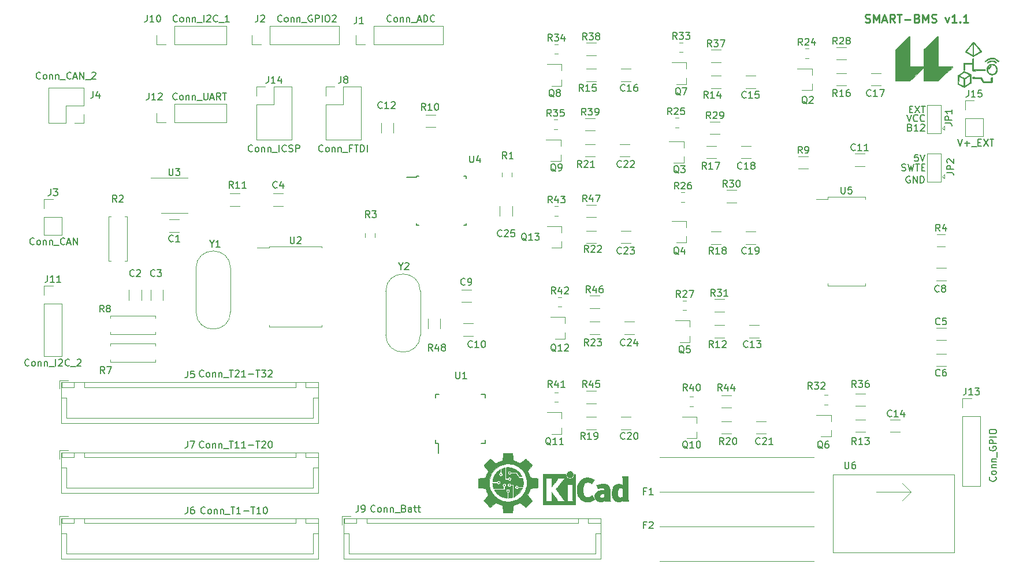
<source format=gbr>
G04 #@! TF.GenerationSoftware,KiCad,Pcbnew,(5.1.5)-3*
G04 #@! TF.CreationDate,2021-04-17T01:47:35+01:00*
G04 #@! TF.ProjectId,Nodo_BMS_1_1,4e6f646f-5f42-44d5-935f-315f312e6b69,rev?*
G04 #@! TF.SameCoordinates,Original*
G04 #@! TF.FileFunction,Legend,Top*
G04 #@! TF.FilePolarity,Positive*
%FSLAX46Y46*%
G04 Gerber Fmt 4.6, Leading zero omitted, Abs format (unit mm)*
G04 Created by KiCad (PCBNEW (5.1.5)-3) date 2021-04-17 01:47:35*
%MOMM*%
%LPD*%
G04 APERTURE LIST*
%ADD10C,0.150000*%
%ADD11C,0.250000*%
%ADD12C,0.010000*%
%ADD13C,0.120000*%
G04 APERTURE END LIST*
D10*
X208161047Y-78922571D02*
X208303904Y-78970190D01*
X208351523Y-79017809D01*
X208399142Y-79113047D01*
X208399142Y-79255904D01*
X208351523Y-79351142D01*
X208303904Y-79398761D01*
X208208666Y-79446380D01*
X207827714Y-79446380D01*
X207827714Y-78446380D01*
X208161047Y-78446380D01*
X208256285Y-78494000D01*
X208303904Y-78541619D01*
X208351523Y-78636857D01*
X208351523Y-78732095D01*
X208303904Y-78827333D01*
X208256285Y-78874952D01*
X208161047Y-78922571D01*
X207827714Y-78922571D01*
X209351523Y-79446380D02*
X208780095Y-79446380D01*
X209065809Y-79446380D02*
X209065809Y-78446380D01*
X208970571Y-78589238D01*
X208875333Y-78684476D01*
X208780095Y-78732095D01*
X209732476Y-78541619D02*
X209780095Y-78494000D01*
X209875333Y-78446380D01*
X210113428Y-78446380D01*
X210208666Y-78494000D01*
X210256285Y-78541619D01*
X210303904Y-78636857D01*
X210303904Y-78732095D01*
X210256285Y-78874952D01*
X209684857Y-79446380D01*
X210303904Y-79446380D01*
X208097571Y-76255571D02*
X208430904Y-76255571D01*
X208573761Y-76779380D02*
X208097571Y-76779380D01*
X208097571Y-75779380D01*
X208573761Y-75779380D01*
X208907095Y-75779380D02*
X209573761Y-76779380D01*
X209573761Y-75779380D02*
X208907095Y-76779380D01*
X209811857Y-75779380D02*
X210383285Y-75779380D01*
X210097571Y-76779380D02*
X210097571Y-75779380D01*
X207708666Y-77049380D02*
X208042000Y-78049380D01*
X208375333Y-77049380D01*
X209280095Y-77954142D02*
X209232476Y-78001761D01*
X209089619Y-78049380D01*
X208994380Y-78049380D01*
X208851523Y-78001761D01*
X208756285Y-77906523D01*
X208708666Y-77811285D01*
X208661047Y-77620809D01*
X208661047Y-77477952D01*
X208708666Y-77287476D01*
X208756285Y-77192238D01*
X208851523Y-77097000D01*
X208994380Y-77049380D01*
X209089619Y-77049380D01*
X209232476Y-77097000D01*
X209280095Y-77144619D01*
X210280095Y-77954142D02*
X210232476Y-78001761D01*
X210089619Y-78049380D01*
X209994380Y-78049380D01*
X209851523Y-78001761D01*
X209756285Y-77906523D01*
X209708666Y-77811285D01*
X209661047Y-77620809D01*
X209661047Y-77477952D01*
X209708666Y-77287476D01*
X209756285Y-77192238D01*
X209851523Y-77097000D01*
X209994380Y-77049380D01*
X210089619Y-77049380D01*
X210232476Y-77097000D01*
X210280095Y-77144619D01*
X209359523Y-82891380D02*
X208883333Y-82891380D01*
X208835714Y-83367571D01*
X208883333Y-83319952D01*
X208978571Y-83272333D01*
X209216666Y-83272333D01*
X209311904Y-83319952D01*
X209359523Y-83367571D01*
X209407142Y-83462809D01*
X209407142Y-83700904D01*
X209359523Y-83796142D01*
X209311904Y-83843761D01*
X209216666Y-83891380D01*
X208978571Y-83891380D01*
X208883333Y-83843761D01*
X208835714Y-83796142D01*
X209692857Y-82891380D02*
X210026190Y-83891380D01*
X210359523Y-82891380D01*
X206970523Y-85240761D02*
X207113380Y-85288380D01*
X207351476Y-85288380D01*
X207446714Y-85240761D01*
X207494333Y-85193142D01*
X207541952Y-85097904D01*
X207541952Y-85002666D01*
X207494333Y-84907428D01*
X207446714Y-84859809D01*
X207351476Y-84812190D01*
X207161000Y-84764571D01*
X207065761Y-84716952D01*
X207018142Y-84669333D01*
X206970523Y-84574095D01*
X206970523Y-84478857D01*
X207018142Y-84383619D01*
X207065761Y-84336000D01*
X207161000Y-84288380D01*
X207399095Y-84288380D01*
X207541952Y-84336000D01*
X207875285Y-84288380D02*
X208113380Y-85288380D01*
X208303857Y-84574095D01*
X208494333Y-85288380D01*
X208732428Y-84288380D01*
X208970523Y-84288380D02*
X209541952Y-84288380D01*
X209256238Y-85288380D02*
X209256238Y-84288380D01*
X209875285Y-84764571D02*
X210208619Y-84764571D01*
X210351476Y-85288380D02*
X209875285Y-85288380D01*
X209875285Y-84288380D01*
X210351476Y-84288380D01*
X208153095Y-86114000D02*
X208057857Y-86066380D01*
X207915000Y-86066380D01*
X207772142Y-86114000D01*
X207676904Y-86209238D01*
X207629285Y-86304476D01*
X207581666Y-86494952D01*
X207581666Y-86637809D01*
X207629285Y-86828285D01*
X207676904Y-86923523D01*
X207772142Y-87018761D01*
X207915000Y-87066380D01*
X208010238Y-87066380D01*
X208153095Y-87018761D01*
X208200714Y-86971142D01*
X208200714Y-86637809D01*
X208010238Y-86637809D01*
X208629285Y-87066380D02*
X208629285Y-86066380D01*
X209200714Y-87066380D01*
X209200714Y-86066380D01*
X209676904Y-87066380D02*
X209676904Y-86066380D01*
X209915000Y-86066380D01*
X210057857Y-86114000D01*
X210153095Y-86209238D01*
X210200714Y-86304476D01*
X210248333Y-86494952D01*
X210248333Y-86637809D01*
X210200714Y-86828285D01*
X210153095Y-86923523D01*
X210057857Y-87018761D01*
X209915000Y-87066380D01*
X209676904Y-87066380D01*
D11*
X201626142Y-63477714D02*
X201797571Y-63534857D01*
X202083285Y-63534857D01*
X202197571Y-63477714D01*
X202254714Y-63420571D01*
X202311857Y-63306285D01*
X202311857Y-63192000D01*
X202254714Y-63077714D01*
X202197571Y-63020571D01*
X202083285Y-62963428D01*
X201854714Y-62906285D01*
X201740428Y-62849142D01*
X201683285Y-62792000D01*
X201626142Y-62677714D01*
X201626142Y-62563428D01*
X201683285Y-62449142D01*
X201740428Y-62392000D01*
X201854714Y-62334857D01*
X202140428Y-62334857D01*
X202311857Y-62392000D01*
X202826142Y-63534857D02*
X202826142Y-62334857D01*
X203226142Y-63192000D01*
X203626142Y-62334857D01*
X203626142Y-63534857D01*
X204140428Y-63192000D02*
X204711857Y-63192000D01*
X204026142Y-63534857D02*
X204426142Y-62334857D01*
X204826142Y-63534857D01*
X205911857Y-63534857D02*
X205511857Y-62963428D01*
X205226142Y-63534857D02*
X205226142Y-62334857D01*
X205683285Y-62334857D01*
X205797571Y-62392000D01*
X205854714Y-62449142D01*
X205911857Y-62563428D01*
X205911857Y-62734857D01*
X205854714Y-62849142D01*
X205797571Y-62906285D01*
X205683285Y-62963428D01*
X205226142Y-62963428D01*
X206254714Y-62334857D02*
X206940428Y-62334857D01*
X206597571Y-63534857D02*
X206597571Y-62334857D01*
X207340428Y-63077714D02*
X208254714Y-63077714D01*
X209226142Y-62906285D02*
X209397571Y-62963428D01*
X209454714Y-63020571D01*
X209511857Y-63134857D01*
X209511857Y-63306285D01*
X209454714Y-63420571D01*
X209397571Y-63477714D01*
X209283285Y-63534857D01*
X208826142Y-63534857D01*
X208826142Y-62334857D01*
X209226142Y-62334857D01*
X209340428Y-62392000D01*
X209397571Y-62449142D01*
X209454714Y-62563428D01*
X209454714Y-62677714D01*
X209397571Y-62792000D01*
X209340428Y-62849142D01*
X209226142Y-62906285D01*
X208826142Y-62906285D01*
X210026142Y-63534857D02*
X210026142Y-62334857D01*
X210426142Y-63192000D01*
X210826142Y-62334857D01*
X210826142Y-63534857D01*
X211340428Y-63477714D02*
X211511857Y-63534857D01*
X211797571Y-63534857D01*
X211911857Y-63477714D01*
X211969000Y-63420571D01*
X212026142Y-63306285D01*
X212026142Y-63192000D01*
X211969000Y-63077714D01*
X211911857Y-63020571D01*
X211797571Y-62963428D01*
X211569000Y-62906285D01*
X211454714Y-62849142D01*
X211397571Y-62792000D01*
X211340428Y-62677714D01*
X211340428Y-62563428D01*
X211397571Y-62449142D01*
X211454714Y-62392000D01*
X211569000Y-62334857D01*
X211854714Y-62334857D01*
X212026142Y-62392000D01*
X213340428Y-62734857D02*
X213626142Y-63534857D01*
X213911857Y-62734857D01*
X214997571Y-63534857D02*
X214311857Y-63534857D01*
X214654714Y-63534857D02*
X214654714Y-62334857D01*
X214540428Y-62506285D01*
X214426142Y-62620571D01*
X214311857Y-62677714D01*
X215511857Y-63420571D02*
X215569000Y-63477714D01*
X215511857Y-63534857D01*
X215454714Y-63477714D01*
X215511857Y-63420571D01*
X215511857Y-63534857D01*
X216711857Y-63534857D02*
X216026142Y-63534857D01*
X216369000Y-63534857D02*
X216369000Y-62334857D01*
X216254714Y-62506285D01*
X216140428Y-62620571D01*
X216026142Y-62677714D01*
D12*
G36*
X149482681Y-129496072D02*
G01*
X149516212Y-129522368D01*
X149519517Y-129527300D01*
X149528997Y-129564019D01*
X149519517Y-129586566D01*
X149486578Y-129615617D01*
X149447865Y-129619750D01*
X149415859Y-129598355D01*
X149411816Y-129591827D01*
X149402150Y-129548467D01*
X149416703Y-129514482D01*
X149446529Y-129495230D01*
X149482681Y-129496072D01*
G37*
X149482681Y-129496072D02*
X149516212Y-129522368D01*
X149519517Y-129527300D01*
X149528997Y-129564019D01*
X149519517Y-129586566D01*
X149486578Y-129615617D01*
X149447865Y-129619750D01*
X149415859Y-129598355D01*
X149411816Y-129591827D01*
X149402150Y-129548467D01*
X149416703Y-129514482D01*
X149446529Y-129495230D01*
X149482681Y-129496072D01*
G36*
X148193522Y-129744988D02*
G01*
X148219043Y-129770619D01*
X148218938Y-129803923D01*
X148210177Y-129817980D01*
X148172244Y-129842048D01*
X148130538Y-129837796D01*
X148108075Y-129820213D01*
X148090966Y-129781011D01*
X148103518Y-129749632D01*
X148141572Y-129734952D01*
X148148119Y-129734733D01*
X148193522Y-129744988D01*
G37*
X148193522Y-129744988D02*
X148219043Y-129770619D01*
X148218938Y-129803923D01*
X148210177Y-129817980D01*
X148172244Y-129842048D01*
X148130538Y-129837796D01*
X148108075Y-129820213D01*
X148090966Y-129781011D01*
X148103518Y-129749632D01*
X148141572Y-129734952D01*
X148148119Y-129734733D01*
X148193522Y-129744988D01*
G36*
X149490815Y-130417292D02*
G01*
X149506491Y-130439195D01*
X149509648Y-130457494D01*
X149502337Y-130500636D01*
X149475169Y-130525437D01*
X149437693Y-130525602D01*
X149420464Y-130516295D01*
X149398180Y-130481042D01*
X149396958Y-130453451D01*
X149408212Y-130423257D01*
X149437296Y-130412648D01*
X149453600Y-130412066D01*
X149490815Y-130417292D01*
G37*
X149490815Y-130417292D02*
X149506491Y-130439195D01*
X149509648Y-130457494D01*
X149502337Y-130500636D01*
X149475169Y-130525437D01*
X149437693Y-130525602D01*
X149420464Y-130516295D01*
X149398180Y-130481042D01*
X149396958Y-130453451D01*
X149408212Y-130423257D01*
X149437296Y-130412648D01*
X149453600Y-130412066D01*
X149490815Y-130417292D01*
G36*
X147876565Y-130928198D02*
G01*
X147896860Y-130957340D01*
X147900265Y-130993998D01*
X147886591Y-131022480D01*
X147853848Y-131043146D01*
X147815854Y-131045460D01*
X147796955Y-131035777D01*
X147785757Y-131004446D01*
X147791092Y-130962974D01*
X147810405Y-130929197D01*
X147812486Y-130927355D01*
X147846175Y-130915295D01*
X147876565Y-130928198D01*
G37*
X147876565Y-130928198D02*
X147896860Y-130957340D01*
X147900265Y-130993998D01*
X147886591Y-131022480D01*
X147853848Y-131043146D01*
X147815854Y-131045460D01*
X147796955Y-131035777D01*
X147785757Y-131004446D01*
X147791092Y-130962974D01*
X147810405Y-130929197D01*
X147812486Y-130927355D01*
X147846175Y-130915295D01*
X147876565Y-130928198D01*
G36*
X149427387Y-131275408D02*
G01*
X149453936Y-131298010D01*
X149460766Y-131334039D01*
X149450244Y-131371248D01*
X149424736Y-131397388D01*
X149402800Y-131402666D01*
X149375468Y-131391806D01*
X149363853Y-131382346D01*
X149344653Y-131344765D01*
X149351162Y-131307107D01*
X149377241Y-131279704D01*
X149416753Y-131272886D01*
X149427387Y-131275408D01*
G37*
X149427387Y-131275408D02*
X149453936Y-131298010D01*
X149460766Y-131334039D01*
X149450244Y-131371248D01*
X149424736Y-131397388D01*
X149402800Y-131402666D01*
X149375468Y-131391806D01*
X149363853Y-131382346D01*
X149344653Y-131344765D01*
X149351162Y-131307107D01*
X149377241Y-131279704D01*
X149416753Y-131272886D01*
X149427387Y-131275408D01*
G36*
X148706298Y-131317665D02*
G01*
X148726594Y-131346807D01*
X148729998Y-131383465D01*
X148716324Y-131411946D01*
X148684717Y-131433383D01*
X148642197Y-131427495D01*
X148636566Y-131425318D01*
X148618847Y-131402628D01*
X148617359Y-131365546D01*
X148631326Y-131328964D01*
X148642219Y-131316822D01*
X148675908Y-131304762D01*
X148706298Y-131317665D01*
G37*
X148706298Y-131317665D02*
X148726594Y-131346807D01*
X148729998Y-131383465D01*
X148716324Y-131411946D01*
X148684717Y-131433383D01*
X148642197Y-131427495D01*
X148636566Y-131425318D01*
X148618847Y-131402628D01*
X148617359Y-131365546D01*
X148631326Y-131328964D01*
X148642219Y-131316822D01*
X148675908Y-131304762D01*
X148706298Y-131317665D01*
G36*
X150545327Y-131619145D02*
G01*
X150566707Y-131651689D01*
X150561617Y-131692558D01*
X150560701Y-131694329D01*
X150532978Y-131718448D01*
X150495755Y-131723384D01*
X150463722Y-131709331D01*
X150453423Y-131692918D01*
X150450719Y-131645934D01*
X150472639Y-131614515D01*
X150504436Y-131605866D01*
X150545327Y-131619145D01*
G37*
X150545327Y-131619145D02*
X150566707Y-131651689D01*
X150561617Y-131692558D01*
X150560701Y-131694329D01*
X150532978Y-131718448D01*
X150495755Y-131723384D01*
X150463722Y-131709331D01*
X150453423Y-131692918D01*
X150450719Y-131645934D01*
X150472639Y-131614515D01*
X150504436Y-131605866D01*
X150545327Y-131619145D01*
G36*
X149233142Y-132153874D02*
G01*
X149264237Y-132179222D01*
X149275800Y-132218257D01*
X149261179Y-132250458D01*
X149225787Y-132269973D01*
X149187695Y-132270684D01*
X149158037Y-132249195D01*
X149145828Y-132212064D01*
X149155835Y-132175050D01*
X149157941Y-132172320D01*
X149193893Y-132150085D01*
X149233142Y-132153874D01*
G37*
X149233142Y-132153874D02*
X149264237Y-132179222D01*
X149275800Y-132218257D01*
X149261179Y-132250458D01*
X149225787Y-132269973D01*
X149187695Y-132270684D01*
X149158037Y-132249195D01*
X149145828Y-132212064D01*
X149155835Y-132175050D01*
X149157941Y-132172320D01*
X149193893Y-132150085D01*
X149233142Y-132153874D01*
G36*
X149296246Y-128764247D02*
G01*
X149438209Y-128777554D01*
X149587513Y-128799653D01*
X149736043Y-128829487D01*
X149875687Y-128865996D01*
X149918767Y-128879436D01*
X150148602Y-128971151D01*
X150370999Y-129092118D01*
X150581589Y-129238612D01*
X150776004Y-129406905D01*
X150949874Y-129593272D01*
X151098831Y-129793986D01*
X151203837Y-129975550D01*
X151230284Y-130029235D01*
X151249322Y-130070313D01*
X151256986Y-130090216D01*
X151257000Y-130090463D01*
X151241290Y-130094062D01*
X151198995Y-130096024D01*
X151137367Y-130096143D01*
X151091935Y-130095179D01*
X150926870Y-130090333D01*
X150727868Y-129802900D01*
X150667841Y-129714791D01*
X150615073Y-129634650D01*
X150572474Y-129567115D01*
X150542952Y-129516826D01*
X150529414Y-129488424D01*
X150528866Y-129485400D01*
X150515163Y-129459419D01*
X150499233Y-129454439D01*
X150474088Y-129454253D01*
X150420478Y-129454237D01*
X150343804Y-129454379D01*
X150249465Y-129454668D01*
X150142863Y-129455094D01*
X150101821Y-129455281D01*
X149734043Y-129457017D01*
X149661555Y-129381479D01*
X149583217Y-129319763D01*
X149499394Y-129289255D01*
X149414531Y-129290220D01*
X149333070Y-129322925D01*
X149286437Y-129359056D01*
X149230033Y-129432206D01*
X149202446Y-129512756D01*
X149201372Y-129594880D01*
X149224504Y-129672753D01*
X149269540Y-129740550D01*
X149334173Y-129792446D01*
X149416100Y-129822616D01*
X149471917Y-129827866D01*
X149545230Y-129814282D01*
X149617286Y-129778573D01*
X149674417Y-129728306D01*
X149688915Y-129707737D01*
X149717981Y-129658533D01*
X150051457Y-129659181D01*
X150384933Y-129659830D01*
X150578314Y-129941370D01*
X150637894Y-130029487D01*
X150690796Y-130110345D01*
X150733942Y-130179023D01*
X150764251Y-130230600D01*
X150778645Y-130260155D01*
X150779255Y-130262454D01*
X150795258Y-130293385D01*
X150814474Y-130302990D01*
X150840550Y-130303547D01*
X150893757Y-130304416D01*
X150967362Y-130305496D01*
X151054631Y-130306685D01*
X151096116Y-130307223D01*
X151350099Y-130310466D01*
X151387098Y-130451541D01*
X151433386Y-130680622D01*
X151455996Y-130918829D01*
X151454740Y-131156807D01*
X151429429Y-131385204D01*
X151408006Y-131491566D01*
X151389088Y-131572000D01*
X150768695Y-131572000D01*
X150734617Y-131516966D01*
X150676632Y-131453283D01*
X150600735Y-131412745D01*
X150515386Y-131397247D01*
X150429045Y-131408688D01*
X150370128Y-131435218D01*
X150315100Y-131485746D01*
X150271059Y-131556591D01*
X150245177Y-131634417D01*
X150241278Y-131674712D01*
X150256858Y-131754684D01*
X150298288Y-131827115D01*
X150358782Y-131885953D01*
X150431551Y-131925145D01*
X150509807Y-131938636D01*
X150534877Y-131936540D01*
X150627456Y-131910608D01*
X150697036Y-131865663D01*
X150729308Y-131824909D01*
X150757466Y-131775414D01*
X151041100Y-131775307D01*
X151134805Y-131775988D01*
X151215425Y-131777942D01*
X151277427Y-131780924D01*
X151315278Y-131784687D01*
X151324489Y-131787900D01*
X151317450Y-131807394D01*
X151298527Y-131850682D01*
X151270703Y-131911127D01*
X151240836Y-131974044D01*
X151104720Y-132219733D01*
X150943871Y-132442784D01*
X150759208Y-132642244D01*
X150551654Y-132817160D01*
X150322129Y-132966579D01*
X150237454Y-133012327D01*
X150070300Y-133098188D01*
X150075216Y-132165754D01*
X150080133Y-131233320D01*
X149868466Y-131232674D01*
X149656800Y-131232028D01*
X149622933Y-131179246D01*
X149565425Y-131118050D01*
X149490946Y-131079288D01*
X149408439Y-131064928D01*
X149326851Y-131076942D01*
X149274473Y-131102502D01*
X149203075Y-131167784D01*
X149158607Y-131245126D01*
X149141004Y-131328386D01*
X149150202Y-131411418D01*
X149186135Y-131488081D01*
X149248739Y-131552231D01*
X149279423Y-131572001D01*
X149360908Y-131600730D01*
X149446236Y-131602070D01*
X149526892Y-131578119D01*
X149594360Y-131530973D01*
X149628787Y-131485987D01*
X149646785Y-131458891D01*
X149668259Y-131444112D01*
X149703296Y-131437933D01*
X149761985Y-131436641D01*
X149762787Y-131436640D01*
X149868774Y-131436533D01*
X149860000Y-133169767D01*
X149809200Y-133183616D01*
X149718988Y-133205170D01*
X149610915Y-133226484D01*
X149500881Y-133244672D01*
X149407033Y-133256625D01*
X149292733Y-133268028D01*
X149292733Y-132938844D01*
X149293093Y-132800141D01*
X149294570Y-132691181D01*
X149297759Y-132607844D01*
X149303256Y-132546010D01*
X149311656Y-132501559D01*
X149323554Y-132470372D01*
X149339545Y-132448328D01*
X149360224Y-132431307D01*
X149366679Y-132427045D01*
X149429576Y-132368858D01*
X149466177Y-132296025D01*
X149476670Y-132215008D01*
X149461243Y-132132272D01*
X149420083Y-132054278D01*
X149353945Y-131987912D01*
X149295702Y-131961780D01*
X149221227Y-131951374D01*
X149144269Y-131956670D01*
X149078576Y-131977644D01*
X149061141Y-131988423D01*
X148988752Y-132059709D01*
X148947159Y-132140462D01*
X148936640Y-132225959D01*
X148957471Y-132311478D01*
X149009930Y-132392296D01*
X149035889Y-132418666D01*
X149100237Y-132477933D01*
X149093074Y-132871633D01*
X149090574Y-132997689D01*
X149088022Y-133093803D01*
X149085066Y-133163898D01*
X149081355Y-133211898D01*
X149076538Y-133241726D01*
X149070264Y-133257305D01*
X149062182Y-133262559D01*
X149058088Y-133262623D01*
X149022464Y-133259056D01*
X148973991Y-133254100D01*
X148970999Y-133253791D01*
X148892540Y-133242385D01*
X148793604Y-133223259D01*
X148685935Y-133199127D01*
X148581275Y-133172701D01*
X148491368Y-133146694D01*
X148455908Y-133134801D01*
X148297034Y-133069469D01*
X148131142Y-132986645D01*
X147973666Y-132894193D01*
X147938201Y-132871019D01*
X147842271Y-132799073D01*
X147735437Y-132705946D01*
X147624948Y-132599047D01*
X147518053Y-132485786D01*
X147422002Y-132373571D01*
X147344043Y-132269813D01*
X147331172Y-132250592D01*
X147289486Y-132185827D01*
X147255723Y-132131513D01*
X147233645Y-132093824D01*
X147226866Y-132079327D01*
X147233896Y-132071555D01*
X147256470Y-132065005D01*
X147296812Y-132059591D01*
X147357149Y-132055227D01*
X147439704Y-132051826D01*
X147546704Y-132049304D01*
X147680373Y-132047574D01*
X147842936Y-132046550D01*
X148036620Y-132046147D01*
X148086400Y-132046133D01*
X148788806Y-132046133D01*
X148776672Y-131835745D01*
X148764537Y-131625356D01*
X148815333Y-131599088D01*
X148875630Y-131550266D01*
X148918876Y-131479896D01*
X148939160Y-131398415D01*
X148939955Y-131379105D01*
X148925585Y-131287076D01*
X148886279Y-131210968D01*
X148827748Y-131153213D01*
X148755699Y-131116239D01*
X148675842Y-131102479D01*
X148593887Y-131114360D01*
X148515541Y-131154315D01*
X148481235Y-131183835D01*
X148426035Y-131260207D01*
X148402003Y-131344169D01*
X148408939Y-131430551D01*
X148446640Y-131514180D01*
X148496390Y-131573331D01*
X148534472Y-131613912D01*
X148555152Y-131652100D01*
X148565279Y-131702959D01*
X148567948Y-131730683D01*
X148570701Y-131783951D01*
X148569512Y-131821539D01*
X148566052Y-131833373D01*
X148547545Y-131834770D01*
X148498714Y-131836332D01*
X148423102Y-131838001D01*
X148324250Y-131839718D01*
X148205701Y-131841426D01*
X148070997Y-131843066D01*
X147923681Y-131844581D01*
X147836705Y-131845354D01*
X147117277Y-131851400D01*
X147071919Y-131715933D01*
X147032374Y-131577685D01*
X146998321Y-131419104D01*
X146972476Y-131253610D01*
X146964871Y-131186766D01*
X146954251Y-131080933D01*
X147590933Y-131081147D01*
X147618945Y-131130387D01*
X147672340Y-131192323D01*
X147744801Y-131232512D01*
X147827814Y-131248856D01*
X147912862Y-131239260D01*
X147968309Y-131216401D01*
X148039789Y-131159776D01*
X148084965Y-131089500D01*
X148105134Y-131011543D01*
X148101596Y-130931874D01*
X148075649Y-130856465D01*
X148028593Y-130791284D01*
X147961726Y-130742303D01*
X147876347Y-130715490D01*
X147858894Y-130713460D01*
X147766610Y-130720472D01*
X147687582Y-130757092D01*
X147626422Y-130821148D01*
X147624800Y-130823646D01*
X147590933Y-130876428D01*
X147281900Y-130877081D01*
X146972866Y-130877733D01*
X146973131Y-130797299D01*
X146978334Y-130728146D01*
X146992229Y-130636782D01*
X147012791Y-130533120D01*
X147037993Y-130427076D01*
X147065808Y-130328564D01*
X147074390Y-130301871D01*
X147120523Y-130181786D01*
X147182102Y-130047991D01*
X147253119Y-129911970D01*
X147327563Y-129785207D01*
X147399424Y-129679185D01*
X147402213Y-129675466D01*
X147498765Y-129558044D01*
X147612759Y-129436574D01*
X147734379Y-129320684D01*
X147853810Y-129220002D01*
X147907450Y-129179923D01*
X147977583Y-129130501D01*
X148024540Y-129100827D01*
X148052962Y-129091329D01*
X148067489Y-129102438D01*
X148072762Y-129134584D01*
X148073422Y-129188195D01*
X148073412Y-129195288D01*
X148071591Y-129277964D01*
X148067029Y-129367962D01*
X148062807Y-129422384D01*
X148055421Y-129484141D01*
X148045114Y-129521781D01*
X148027819Y-129545037D01*
X148005113Y-129560463D01*
X147944294Y-129613580D01*
X147904836Y-129685887D01*
X147888825Y-129768731D01*
X147898346Y-129853455D01*
X147921131Y-129908909D01*
X147976551Y-129976597D01*
X148050322Y-130023387D01*
X148133912Y-130046529D01*
X148218786Y-130043270D01*
X148275557Y-130023208D01*
X148352663Y-129966676D01*
X148402985Y-129894408D01*
X148425690Y-129812426D01*
X148419943Y-129726755D01*
X148384910Y-129643418D01*
X148336407Y-129583608D01*
X148262781Y-129512052D01*
X148272335Y-129236760D01*
X148281888Y-128961468D01*
X148325877Y-128943911D01*
X148404249Y-128914396D01*
X148491680Y-128884259D01*
X148578292Y-128856637D01*
X148654208Y-128834663D01*
X148709550Y-128821476D01*
X148714060Y-128820679D01*
X148787321Y-128808452D01*
X148783440Y-129686459D01*
X148779558Y-130564466D01*
X148983713Y-130559091D01*
X149187869Y-130553715D01*
X149216508Y-130602198D01*
X149273901Y-130669475D01*
X149347503Y-130712475D01*
X149429973Y-130730841D01*
X149513969Y-130724212D01*
X149592148Y-130692229D01*
X149657168Y-130634533D01*
X149664970Y-130624149D01*
X149704634Y-130541431D01*
X149715019Y-130451954D01*
X149696663Y-130364190D01*
X149650104Y-130286610D01*
X149643010Y-130278770D01*
X149568158Y-130221262D01*
X149484909Y-130194437D01*
X149399024Y-130198216D01*
X149316268Y-130232519D01*
X149254021Y-130284182D01*
X149215645Y-130322779D01*
X149183957Y-130343284D01*
X149145257Y-130351393D01*
X149088921Y-130352799D01*
X148987933Y-130352799D01*
X148987933Y-128780075D01*
X149066795Y-128768249D01*
X149169737Y-128760792D01*
X149296246Y-128764247D01*
G37*
X149296246Y-128764247D02*
X149438209Y-128777554D01*
X149587513Y-128799653D01*
X149736043Y-128829487D01*
X149875687Y-128865996D01*
X149918767Y-128879436D01*
X150148602Y-128971151D01*
X150370999Y-129092118D01*
X150581589Y-129238612D01*
X150776004Y-129406905D01*
X150949874Y-129593272D01*
X151098831Y-129793986D01*
X151203837Y-129975550D01*
X151230284Y-130029235D01*
X151249322Y-130070313D01*
X151256986Y-130090216D01*
X151257000Y-130090463D01*
X151241290Y-130094062D01*
X151198995Y-130096024D01*
X151137367Y-130096143D01*
X151091935Y-130095179D01*
X150926870Y-130090333D01*
X150727868Y-129802900D01*
X150667841Y-129714791D01*
X150615073Y-129634650D01*
X150572474Y-129567115D01*
X150542952Y-129516826D01*
X150529414Y-129488424D01*
X150528866Y-129485400D01*
X150515163Y-129459419D01*
X150499233Y-129454439D01*
X150474088Y-129454253D01*
X150420478Y-129454237D01*
X150343804Y-129454379D01*
X150249465Y-129454668D01*
X150142863Y-129455094D01*
X150101821Y-129455281D01*
X149734043Y-129457017D01*
X149661555Y-129381479D01*
X149583217Y-129319763D01*
X149499394Y-129289255D01*
X149414531Y-129290220D01*
X149333070Y-129322925D01*
X149286437Y-129359056D01*
X149230033Y-129432206D01*
X149202446Y-129512756D01*
X149201372Y-129594880D01*
X149224504Y-129672753D01*
X149269540Y-129740550D01*
X149334173Y-129792446D01*
X149416100Y-129822616D01*
X149471917Y-129827866D01*
X149545230Y-129814282D01*
X149617286Y-129778573D01*
X149674417Y-129728306D01*
X149688915Y-129707737D01*
X149717981Y-129658533D01*
X150051457Y-129659181D01*
X150384933Y-129659830D01*
X150578314Y-129941370D01*
X150637894Y-130029487D01*
X150690796Y-130110345D01*
X150733942Y-130179023D01*
X150764251Y-130230600D01*
X150778645Y-130260155D01*
X150779255Y-130262454D01*
X150795258Y-130293385D01*
X150814474Y-130302990D01*
X150840550Y-130303547D01*
X150893757Y-130304416D01*
X150967362Y-130305496D01*
X151054631Y-130306685D01*
X151096116Y-130307223D01*
X151350099Y-130310466D01*
X151387098Y-130451541D01*
X151433386Y-130680622D01*
X151455996Y-130918829D01*
X151454740Y-131156807D01*
X151429429Y-131385204D01*
X151408006Y-131491566D01*
X151389088Y-131572000D01*
X150768695Y-131572000D01*
X150734617Y-131516966D01*
X150676632Y-131453283D01*
X150600735Y-131412745D01*
X150515386Y-131397247D01*
X150429045Y-131408688D01*
X150370128Y-131435218D01*
X150315100Y-131485746D01*
X150271059Y-131556591D01*
X150245177Y-131634417D01*
X150241278Y-131674712D01*
X150256858Y-131754684D01*
X150298288Y-131827115D01*
X150358782Y-131885953D01*
X150431551Y-131925145D01*
X150509807Y-131938636D01*
X150534877Y-131936540D01*
X150627456Y-131910608D01*
X150697036Y-131865663D01*
X150729308Y-131824909D01*
X150757466Y-131775414D01*
X151041100Y-131775307D01*
X151134805Y-131775988D01*
X151215425Y-131777942D01*
X151277427Y-131780924D01*
X151315278Y-131784687D01*
X151324489Y-131787900D01*
X151317450Y-131807394D01*
X151298527Y-131850682D01*
X151270703Y-131911127D01*
X151240836Y-131974044D01*
X151104720Y-132219733D01*
X150943871Y-132442784D01*
X150759208Y-132642244D01*
X150551654Y-132817160D01*
X150322129Y-132966579D01*
X150237454Y-133012327D01*
X150070300Y-133098188D01*
X150075216Y-132165754D01*
X150080133Y-131233320D01*
X149868466Y-131232674D01*
X149656800Y-131232028D01*
X149622933Y-131179246D01*
X149565425Y-131118050D01*
X149490946Y-131079288D01*
X149408439Y-131064928D01*
X149326851Y-131076942D01*
X149274473Y-131102502D01*
X149203075Y-131167784D01*
X149158607Y-131245126D01*
X149141004Y-131328386D01*
X149150202Y-131411418D01*
X149186135Y-131488081D01*
X149248739Y-131552231D01*
X149279423Y-131572001D01*
X149360908Y-131600730D01*
X149446236Y-131602070D01*
X149526892Y-131578119D01*
X149594360Y-131530973D01*
X149628787Y-131485987D01*
X149646785Y-131458891D01*
X149668259Y-131444112D01*
X149703296Y-131437933D01*
X149761985Y-131436641D01*
X149762787Y-131436640D01*
X149868774Y-131436533D01*
X149860000Y-133169767D01*
X149809200Y-133183616D01*
X149718988Y-133205170D01*
X149610915Y-133226484D01*
X149500881Y-133244672D01*
X149407033Y-133256625D01*
X149292733Y-133268028D01*
X149292733Y-132938844D01*
X149293093Y-132800141D01*
X149294570Y-132691181D01*
X149297759Y-132607844D01*
X149303256Y-132546010D01*
X149311656Y-132501559D01*
X149323554Y-132470372D01*
X149339545Y-132448328D01*
X149360224Y-132431307D01*
X149366679Y-132427045D01*
X149429576Y-132368858D01*
X149466177Y-132296025D01*
X149476670Y-132215008D01*
X149461243Y-132132272D01*
X149420083Y-132054278D01*
X149353945Y-131987912D01*
X149295702Y-131961780D01*
X149221227Y-131951374D01*
X149144269Y-131956670D01*
X149078576Y-131977644D01*
X149061141Y-131988423D01*
X148988752Y-132059709D01*
X148947159Y-132140462D01*
X148936640Y-132225959D01*
X148957471Y-132311478D01*
X149009930Y-132392296D01*
X149035889Y-132418666D01*
X149100237Y-132477933D01*
X149093074Y-132871633D01*
X149090574Y-132997689D01*
X149088022Y-133093803D01*
X149085066Y-133163898D01*
X149081355Y-133211898D01*
X149076538Y-133241726D01*
X149070264Y-133257305D01*
X149062182Y-133262559D01*
X149058088Y-133262623D01*
X149022464Y-133259056D01*
X148973991Y-133254100D01*
X148970999Y-133253791D01*
X148892540Y-133242385D01*
X148793604Y-133223259D01*
X148685935Y-133199127D01*
X148581275Y-133172701D01*
X148491368Y-133146694D01*
X148455908Y-133134801D01*
X148297034Y-133069469D01*
X148131142Y-132986645D01*
X147973666Y-132894193D01*
X147938201Y-132871019D01*
X147842271Y-132799073D01*
X147735437Y-132705946D01*
X147624948Y-132599047D01*
X147518053Y-132485786D01*
X147422002Y-132373571D01*
X147344043Y-132269813D01*
X147331172Y-132250592D01*
X147289486Y-132185827D01*
X147255723Y-132131513D01*
X147233645Y-132093824D01*
X147226866Y-132079327D01*
X147233896Y-132071555D01*
X147256470Y-132065005D01*
X147296812Y-132059591D01*
X147357149Y-132055227D01*
X147439704Y-132051826D01*
X147546704Y-132049304D01*
X147680373Y-132047574D01*
X147842936Y-132046550D01*
X148036620Y-132046147D01*
X148086400Y-132046133D01*
X148788806Y-132046133D01*
X148776672Y-131835745D01*
X148764537Y-131625356D01*
X148815333Y-131599088D01*
X148875630Y-131550266D01*
X148918876Y-131479896D01*
X148939160Y-131398415D01*
X148939955Y-131379105D01*
X148925585Y-131287076D01*
X148886279Y-131210968D01*
X148827748Y-131153213D01*
X148755699Y-131116239D01*
X148675842Y-131102479D01*
X148593887Y-131114360D01*
X148515541Y-131154315D01*
X148481235Y-131183835D01*
X148426035Y-131260207D01*
X148402003Y-131344169D01*
X148408939Y-131430551D01*
X148446640Y-131514180D01*
X148496390Y-131573331D01*
X148534472Y-131613912D01*
X148555152Y-131652100D01*
X148565279Y-131702959D01*
X148567948Y-131730683D01*
X148570701Y-131783951D01*
X148569512Y-131821539D01*
X148566052Y-131833373D01*
X148547545Y-131834770D01*
X148498714Y-131836332D01*
X148423102Y-131838001D01*
X148324250Y-131839718D01*
X148205701Y-131841426D01*
X148070997Y-131843066D01*
X147923681Y-131844581D01*
X147836705Y-131845354D01*
X147117277Y-131851400D01*
X147071919Y-131715933D01*
X147032374Y-131577685D01*
X146998321Y-131419104D01*
X146972476Y-131253610D01*
X146964871Y-131186766D01*
X146954251Y-131080933D01*
X147590933Y-131081147D01*
X147618945Y-131130387D01*
X147672340Y-131192323D01*
X147744801Y-131232512D01*
X147827814Y-131248856D01*
X147912862Y-131239260D01*
X147968309Y-131216401D01*
X148039789Y-131159776D01*
X148084965Y-131089500D01*
X148105134Y-131011543D01*
X148101596Y-130931874D01*
X148075649Y-130856465D01*
X148028593Y-130791284D01*
X147961726Y-130742303D01*
X147876347Y-130715490D01*
X147858894Y-130713460D01*
X147766610Y-130720472D01*
X147687582Y-130757092D01*
X147626422Y-130821148D01*
X147624800Y-130823646D01*
X147590933Y-130876428D01*
X147281900Y-130877081D01*
X146972866Y-130877733D01*
X146973131Y-130797299D01*
X146978334Y-130728146D01*
X146992229Y-130636782D01*
X147012791Y-130533120D01*
X147037993Y-130427076D01*
X147065808Y-130328564D01*
X147074390Y-130301871D01*
X147120523Y-130181786D01*
X147182102Y-130047991D01*
X147253119Y-129911970D01*
X147327563Y-129785207D01*
X147399424Y-129679185D01*
X147402213Y-129675466D01*
X147498765Y-129558044D01*
X147612759Y-129436574D01*
X147734379Y-129320684D01*
X147853810Y-129220002D01*
X147907450Y-129179923D01*
X147977583Y-129130501D01*
X148024540Y-129100827D01*
X148052962Y-129091329D01*
X148067489Y-129102438D01*
X148072762Y-129134584D01*
X148073422Y-129188195D01*
X148073412Y-129195288D01*
X148071591Y-129277964D01*
X148067029Y-129367962D01*
X148062807Y-129422384D01*
X148055421Y-129484141D01*
X148045114Y-129521781D01*
X148027819Y-129545037D01*
X148005113Y-129560463D01*
X147944294Y-129613580D01*
X147904836Y-129685887D01*
X147888825Y-129768731D01*
X147898346Y-129853455D01*
X147921131Y-129908909D01*
X147976551Y-129976597D01*
X148050322Y-130023387D01*
X148133912Y-130046529D01*
X148218786Y-130043270D01*
X148275557Y-130023208D01*
X148352663Y-129966676D01*
X148402985Y-129894408D01*
X148425690Y-129812426D01*
X148419943Y-129726755D01*
X148384910Y-129643418D01*
X148336407Y-129583608D01*
X148262781Y-129512052D01*
X148272335Y-129236760D01*
X148281888Y-128961468D01*
X148325877Y-128943911D01*
X148404249Y-128914396D01*
X148491680Y-128884259D01*
X148578292Y-128856637D01*
X148654208Y-128834663D01*
X148709550Y-128821476D01*
X148714060Y-128820679D01*
X148787321Y-128808452D01*
X148783440Y-129686459D01*
X148779558Y-130564466D01*
X148983713Y-130559091D01*
X149187869Y-130553715D01*
X149216508Y-130602198D01*
X149273901Y-130669475D01*
X149347503Y-130712475D01*
X149429973Y-130730841D01*
X149513969Y-130724212D01*
X149592148Y-130692229D01*
X149657168Y-130634533D01*
X149664970Y-130624149D01*
X149704634Y-130541431D01*
X149715019Y-130451954D01*
X149696663Y-130364190D01*
X149650104Y-130286610D01*
X149643010Y-130278770D01*
X149568158Y-130221262D01*
X149484909Y-130194437D01*
X149399024Y-130198216D01*
X149316268Y-130232519D01*
X149254021Y-130284182D01*
X149215645Y-130322779D01*
X149183957Y-130343284D01*
X149145257Y-130351393D01*
X149088921Y-130352799D01*
X148987933Y-130352799D01*
X148987933Y-128780075D01*
X149066795Y-128768249D01*
X149169737Y-128760792D01*
X149296246Y-128764247D01*
G36*
X149497497Y-126698578D02*
G01*
X149618794Y-126699209D01*
X149722008Y-126700415D01*
X149803410Y-126702150D01*
X149859275Y-126704367D01*
X149885875Y-126707018D01*
X149887476Y-126707698D01*
X149892439Y-126727200D01*
X149900343Y-126776104D01*
X149910627Y-126850124D01*
X149922730Y-126944976D01*
X149936092Y-127056377D01*
X149950151Y-127180042D01*
X149954556Y-127220133D01*
X149968809Y-127348118D01*
X149982564Y-127466422D01*
X149995247Y-127570496D01*
X150006284Y-127655791D01*
X150015099Y-127717760D01*
X150021119Y-127751854D01*
X150022215Y-127755758D01*
X150040540Y-127779483D01*
X150080589Y-127801829D01*
X150147877Y-127825754D01*
X150159383Y-127829277D01*
X150271119Y-127866588D01*
X150401925Y-127916041D01*
X150541272Y-127973316D01*
X150678633Y-128034094D01*
X150797754Y-128091172D01*
X150865697Y-128123838D01*
X150924784Y-128149587D01*
X150967012Y-128165073D01*
X150981494Y-128168051D01*
X151001819Y-128157733D01*
X151044949Y-128128695D01*
X151107381Y-128083540D01*
X151185609Y-128024873D01*
X151276128Y-127955296D01*
X151375434Y-127877414D01*
X151414577Y-127846318D01*
X151515923Y-127766085D01*
X151609395Y-127693170D01*
X151691560Y-127630164D01*
X151758991Y-127579656D01*
X151808256Y-127544238D01*
X151835926Y-127526499D01*
X151840104Y-127524933D01*
X151857762Y-127536413D01*
X151895848Y-127568655D01*
X151950953Y-127618360D01*
X152019672Y-127682231D01*
X152098597Y-127756969D01*
X152184320Y-127839277D01*
X152273435Y-127925857D01*
X152362534Y-128013411D01*
X152448210Y-128098640D01*
X152527056Y-128178247D01*
X152595665Y-128248933D01*
X152650629Y-128307402D01*
X152665999Y-128324354D01*
X152779598Y-128451299D01*
X152487917Y-128822082D01*
X152409583Y-128921860D01*
X152336266Y-129015623D01*
X152271139Y-129099286D01*
X152217375Y-129168760D01*
X152178147Y-129219958D01*
X152156628Y-129248793D01*
X152156265Y-129249303D01*
X152116294Y-129305740D01*
X152210506Y-129511770D01*
X152301856Y-129717409D01*
X152376018Y-129897116D01*
X152432597Y-130049906D01*
X152459589Y-130133752D01*
X152480978Y-130194634D01*
X152503651Y-130241880D01*
X152523020Y-130265970D01*
X152523408Y-130266186D01*
X152547065Y-130271812D01*
X152599993Y-130280246D01*
X152677766Y-130290918D01*
X152775957Y-130303256D01*
X152890140Y-130316691D01*
X153015888Y-130330651D01*
X153060399Y-130335406D01*
X153188106Y-130349270D01*
X153304896Y-130362631D01*
X153406519Y-130374951D01*
X153488729Y-130385689D01*
X153547277Y-130394303D01*
X153577915Y-130400255D01*
X153581301Y-130401649D01*
X153584048Y-130420815D01*
X153586371Y-130470119D01*
X153588223Y-130545836D01*
X153589557Y-130644240D01*
X153590327Y-130761605D01*
X153590485Y-130894205D01*
X153589985Y-131038314D01*
X153589768Y-131073285D01*
X153585333Y-131732407D01*
X153500666Y-131744371D01*
X153460004Y-131749504D01*
X153391520Y-131757461D01*
X153301080Y-131767591D01*
X153194548Y-131779241D01*
X153077792Y-131791762D01*
X153001133Y-131799854D01*
X152883983Y-131812324D01*
X152776159Y-131824145D01*
X152682845Y-131834721D01*
X152609224Y-131843456D01*
X152560480Y-131849754D01*
X152543933Y-131852394D01*
X152525253Y-131859444D01*
X152509044Y-131875312D01*
X152492614Y-131905386D01*
X152473266Y-131955053D01*
X152448306Y-132029699D01*
X152436047Y-132068075D01*
X152405384Y-132156882D01*
X152364179Y-132265113D01*
X152316825Y-132381792D01*
X152267712Y-132495946D01*
X152242933Y-132550671D01*
X152115371Y-132826609D01*
X152154591Y-132880871D01*
X152175516Y-132908480D01*
X152214339Y-132958416D01*
X152267811Y-133026549D01*
X152332683Y-133108753D01*
X152405707Y-133200900D01*
X152478939Y-133292969D01*
X152554401Y-133388628D01*
X152622366Y-133476612D01*
X152680075Y-133553199D01*
X152724767Y-133614670D01*
X152753684Y-133657303D01*
X152764065Y-133677377D01*
X152764066Y-133677444D01*
X152752615Y-133694368D01*
X152720369Y-133731938D01*
X152670490Y-133786903D01*
X152606139Y-133856014D01*
X152530477Y-133936017D01*
X152446665Y-134023663D01*
X152357866Y-134115700D01*
X152267239Y-134208876D01*
X152177946Y-134299942D01*
X152093149Y-134385645D01*
X152016009Y-134462735D01*
X151949686Y-134527960D01*
X151897343Y-134578069D01*
X151862141Y-134609812D01*
X151847564Y-134619999D01*
X151830996Y-134609814D01*
X151791521Y-134581033D01*
X151732599Y-134536314D01*
X151657688Y-134478319D01*
X151570248Y-134409706D01*
X151473736Y-134333137D01*
X151452081Y-134315849D01*
X151352253Y-134236274D01*
X151259201Y-134162499D01*
X151176731Y-134097508D01*
X151108647Y-134044288D01*
X151058755Y-134005825D01*
X151030860Y-133985104D01*
X151028701Y-133983640D01*
X151011629Y-133973741D01*
X150993836Y-133969235D01*
X150970146Y-133971663D01*
X150935383Y-133982568D01*
X150884370Y-134003493D01*
X150811930Y-134035981D01*
X150736205Y-134070810D01*
X150627308Y-134119215D01*
X150505586Y-134170317D01*
X150384531Y-134218623D01*
X150277636Y-134258634D01*
X150258767Y-134265289D01*
X150154769Y-134303089D01*
X150081433Y-134333616D01*
X150036583Y-134357876D01*
X150018209Y-134376436D01*
X150013220Y-134400909D01*
X150005346Y-134454571D01*
X149995144Y-134532922D01*
X149983175Y-134631460D01*
X149969997Y-134745682D01*
X149956169Y-134871088D01*
X149952228Y-134907866D01*
X149938539Y-135034449D01*
X149925632Y-135150082D01*
X149914016Y-135250483D01*
X149904202Y-135331371D01*
X149896699Y-135388463D01*
X149892018Y-135417477D01*
X149891220Y-135420100D01*
X149873120Y-135422908D01*
X149824844Y-135425501D01*
X149750079Y-135427809D01*
X149652514Y-135429760D01*
X149535840Y-135431286D01*
X149403744Y-135432316D01*
X149259915Y-135432780D01*
X149223469Y-135432800D01*
X149048380Y-135432566D01*
X148904596Y-135431811D01*
X148789560Y-135430454D01*
X148700712Y-135428414D01*
X148635495Y-135425609D01*
X148591350Y-135421959D01*
X148565718Y-135417382D01*
X148556042Y-135411797D01*
X148555978Y-135411633D01*
X148552292Y-135389892D01*
X148545614Y-135338929D01*
X148536466Y-135263207D01*
X148525373Y-135167187D01*
X148512859Y-135055332D01*
X148499447Y-134932103D01*
X148496851Y-134907866D01*
X148483211Y-134781555D01*
X148470298Y-134664476D01*
X148458656Y-134561373D01*
X148448829Y-134476986D01*
X148441361Y-134416057D01*
X148436798Y-134383328D01*
X148436382Y-134381070D01*
X148427945Y-134357545D01*
X148409059Y-134339541D01*
X148372654Y-134322903D01*
X148311656Y-134303477D01*
X148297075Y-134299236D01*
X148209465Y-134272323D01*
X148119900Y-134241141D01*
X148022144Y-134203211D01*
X147909961Y-134156058D01*
X147777115Y-134097202D01*
X147698105Y-134061291D01*
X147466611Y-133955386D01*
X147410239Y-133995296D01*
X147382204Y-134016167D01*
X147331664Y-134054838D01*
X147262704Y-134108137D01*
X147179414Y-134172896D01*
X147085880Y-134245943D01*
X146986190Y-134324109D01*
X146982874Y-134326715D01*
X146611881Y-134618225D01*
X146485046Y-134504812D01*
X146433326Y-134456955D01*
X146367929Y-134393960D01*
X146292158Y-134319241D01*
X146209312Y-134236213D01*
X146122694Y-134148293D01*
X146035605Y-134058894D01*
X145951344Y-133971433D01*
X145873215Y-133889325D01*
X145804517Y-133815985D01*
X145748552Y-133754828D01*
X145708620Y-133709270D01*
X145688024Y-133682725D01*
X145685933Y-133678060D01*
X145696134Y-133659930D01*
X145725010Y-133618862D01*
X145769974Y-133558275D01*
X145828435Y-133481590D01*
X145897804Y-133392224D01*
X145975492Y-133293600D01*
X146007318Y-133253577D01*
X146087589Y-133152133D01*
X146160558Y-133058462D01*
X146223626Y-132976011D01*
X146274197Y-132908231D01*
X146309677Y-132858570D01*
X146327468Y-132830477D01*
X146329051Y-132826146D01*
X146322267Y-132802882D01*
X146303358Y-132755134D01*
X146274877Y-132688936D01*
X146239376Y-132610324D01*
X146221622Y-132572146D01*
X146155407Y-132426327D01*
X146094997Y-132284147D01*
X146042942Y-132152090D01*
X146001793Y-132036635D01*
X145974102Y-131944265D01*
X145973401Y-131941499D01*
X145968517Y-131918779D01*
X145964315Y-131900431D01*
X145957442Y-131885629D01*
X145944549Y-131873551D01*
X145922284Y-131863372D01*
X145887297Y-131854267D01*
X145836238Y-131845414D01*
X145765756Y-131835987D01*
X145672499Y-131825163D01*
X145553118Y-131812117D01*
X145404262Y-131796026D01*
X145364199Y-131791665D01*
X145241564Y-131778095D01*
X145129481Y-131765329D01*
X145032504Y-131753916D01*
X144955185Y-131744402D01*
X144902076Y-131737335D01*
X144877732Y-131733264D01*
X144877169Y-131733086D01*
X144871599Y-131724279D01*
X144867140Y-131700575D01*
X144863725Y-131659342D01*
X144861288Y-131597947D01*
X144859762Y-131513754D01*
X144859082Y-131404131D01*
X144859181Y-131266445D01*
X144859992Y-131098062D01*
X144860236Y-131060222D01*
X144861297Y-130900833D01*
X146470352Y-130900833D01*
X146473137Y-131195621D01*
X146507907Y-131491496D01*
X146566096Y-131752382D01*
X146583565Y-131829157D01*
X146595902Y-131908381D01*
X146600333Y-131970122D01*
X146601927Y-132024121D01*
X146608521Y-132052219D01*
X146622829Y-132062303D01*
X146632324Y-132063066D01*
X146651729Y-132072043D01*
X146676001Y-132101440D01*
X146707634Y-132154957D01*
X146749120Y-132236293D01*
X146749286Y-132236633D01*
X146896939Y-132500941D01*
X147070336Y-132745263D01*
X147267247Y-132968063D01*
X147485440Y-133167805D01*
X147722683Y-133342954D01*
X147976745Y-133491973D01*
X148245395Y-133613327D01*
X148526400Y-133705480D01*
X148817530Y-133766896D01*
X149004866Y-133789092D01*
X149100776Y-133796860D01*
X149173356Y-133801707D01*
X149233014Y-133803634D01*
X149290161Y-133802643D01*
X149355206Y-133798734D01*
X149438559Y-133791908D01*
X149470533Y-133789130D01*
X149777903Y-133746133D01*
X150074637Y-133672038D01*
X150358557Y-133567577D01*
X150627487Y-133433485D01*
X150752144Y-133357820D01*
X150994513Y-133181592D01*
X151215812Y-132980216D01*
X151414265Y-132756378D01*
X151588097Y-132512762D01*
X151735534Y-132252053D01*
X151854801Y-131976936D01*
X151944123Y-131690095D01*
X151986743Y-131490342D01*
X152003702Y-131364250D01*
X152015267Y-131217768D01*
X152021228Y-131061596D01*
X152021379Y-130906437D01*
X152015511Y-130762993D01*
X152003418Y-130641966D01*
X152003230Y-130640666D01*
X151943148Y-130340539D01*
X151852581Y-130052427D01*
X151733103Y-129778290D01*
X151586288Y-129520090D01*
X151413709Y-129279788D01*
X151216941Y-129059342D01*
X150997558Y-128860716D01*
X150757134Y-128685868D01*
X150497241Y-128536760D01*
X150219456Y-128415353D01*
X150215729Y-128413964D01*
X149926927Y-128324306D01*
X149632482Y-128267164D01*
X149335110Y-128242239D01*
X149037530Y-128249227D01*
X148742460Y-128287828D01*
X148452615Y-128357740D01*
X148170715Y-128458662D01*
X147899477Y-128590293D01*
X147734866Y-128689129D01*
X147490626Y-128867096D01*
X147270203Y-129067557D01*
X147074505Y-129288134D01*
X146904438Y-129526449D01*
X146760911Y-129780123D01*
X146644832Y-130046776D01*
X146557107Y-130324032D01*
X146498645Y-130609510D01*
X146470352Y-130900833D01*
X144861297Y-130900833D01*
X144864666Y-130395133D01*
X145355733Y-130341051D01*
X145483386Y-130326713D01*
X145602041Y-130312855D01*
X145706957Y-130300074D01*
X145793393Y-130288964D01*
X145856608Y-130280120D01*
X145891861Y-130274138D01*
X145895210Y-130273318D01*
X145915159Y-130265459D01*
X145932202Y-130251024D01*
X145949066Y-130224846D01*
X145968478Y-130181762D01*
X145993165Y-130116607D01*
X146024140Y-130029122D01*
X146063158Y-129923974D01*
X146111719Y-129802866D01*
X146163944Y-129679987D01*
X146213952Y-129569526D01*
X146219302Y-129558245D01*
X146263524Y-129464139D01*
X146293968Y-129395242D01*
X146312349Y-129346648D01*
X146320383Y-129313452D01*
X146319786Y-129290748D01*
X146316321Y-129280789D01*
X146301368Y-129258094D01*
X146268110Y-129212862D01*
X146219488Y-129148921D01*
X146158448Y-129070105D01*
X146087934Y-128980244D01*
X146010890Y-128883170D01*
X146008040Y-128879600D01*
X145930981Y-128782754D01*
X145860406Y-128693437D01*
X145799231Y-128615390D01*
X145750374Y-128552355D01*
X145716752Y-128508074D01*
X145701283Y-128486287D01*
X145701057Y-128485891D01*
X145698827Y-128471197D01*
X145707442Y-128449438D01*
X145729531Y-128417175D01*
X145767722Y-128370968D01*
X145824643Y-128307380D01*
X145897788Y-128228456D01*
X145972285Y-128149962D01*
X146055170Y-128064593D01*
X146143068Y-127975630D01*
X146232606Y-127886352D01*
X146320408Y-127800041D01*
X146403102Y-127719976D01*
X146477312Y-127649438D01*
X146539665Y-127591707D01*
X146586786Y-127550062D01*
X146615301Y-127527785D01*
X146621461Y-127524933D01*
X146638305Y-127535122D01*
X146678053Y-127563924D01*
X146737251Y-127608686D01*
X146812441Y-127666759D01*
X146900170Y-127735491D01*
X146996980Y-127812233D01*
X147021079Y-127831466D01*
X147120702Y-127910698D01*
X147213086Y-127983453D01*
X147294554Y-128046893D01*
X147361430Y-128098178D01*
X147410038Y-128134471D01*
X147436701Y-128152933D01*
X147439114Y-128154253D01*
X147458852Y-128157789D01*
X147489660Y-128152525D01*
X147536043Y-128136888D01*
X147602508Y-128109303D01*
X147693560Y-128068195D01*
X147718514Y-128056634D01*
X147826911Y-128008149D01*
X147948519Y-127956829D01*
X148069544Y-127908325D01*
X148176193Y-127868289D01*
X148190860Y-127863096D01*
X148286503Y-127828561D01*
X148354094Y-127801401D01*
X148398084Y-127779467D01*
X148422920Y-127760612D01*
X148431847Y-127746688D01*
X148437399Y-127720013D01*
X148445711Y-127664779D01*
X148456124Y-127586119D01*
X148467978Y-127489169D01*
X148480613Y-127379062D01*
X148489245Y-127299938D01*
X148502153Y-127179768D01*
X148514555Y-127065482D01*
X148525785Y-126963140D01*
X148535175Y-126878803D01*
X148542057Y-126818529D01*
X148544660Y-126796800D01*
X148556268Y-126703666D01*
X149215552Y-126699231D01*
X149361840Y-126698570D01*
X149497497Y-126698578D01*
G37*
X149497497Y-126698578D02*
X149618794Y-126699209D01*
X149722008Y-126700415D01*
X149803410Y-126702150D01*
X149859275Y-126704367D01*
X149885875Y-126707018D01*
X149887476Y-126707698D01*
X149892439Y-126727200D01*
X149900343Y-126776104D01*
X149910627Y-126850124D01*
X149922730Y-126944976D01*
X149936092Y-127056377D01*
X149950151Y-127180042D01*
X149954556Y-127220133D01*
X149968809Y-127348118D01*
X149982564Y-127466422D01*
X149995247Y-127570496D01*
X150006284Y-127655791D01*
X150015099Y-127717760D01*
X150021119Y-127751854D01*
X150022215Y-127755758D01*
X150040540Y-127779483D01*
X150080589Y-127801829D01*
X150147877Y-127825754D01*
X150159383Y-127829277D01*
X150271119Y-127866588D01*
X150401925Y-127916041D01*
X150541272Y-127973316D01*
X150678633Y-128034094D01*
X150797754Y-128091172D01*
X150865697Y-128123838D01*
X150924784Y-128149587D01*
X150967012Y-128165073D01*
X150981494Y-128168051D01*
X151001819Y-128157733D01*
X151044949Y-128128695D01*
X151107381Y-128083540D01*
X151185609Y-128024873D01*
X151276128Y-127955296D01*
X151375434Y-127877414D01*
X151414577Y-127846318D01*
X151515923Y-127766085D01*
X151609395Y-127693170D01*
X151691560Y-127630164D01*
X151758991Y-127579656D01*
X151808256Y-127544238D01*
X151835926Y-127526499D01*
X151840104Y-127524933D01*
X151857762Y-127536413D01*
X151895848Y-127568655D01*
X151950953Y-127618360D01*
X152019672Y-127682231D01*
X152098597Y-127756969D01*
X152184320Y-127839277D01*
X152273435Y-127925857D01*
X152362534Y-128013411D01*
X152448210Y-128098640D01*
X152527056Y-128178247D01*
X152595665Y-128248933D01*
X152650629Y-128307402D01*
X152665999Y-128324354D01*
X152779598Y-128451299D01*
X152487917Y-128822082D01*
X152409583Y-128921860D01*
X152336266Y-129015623D01*
X152271139Y-129099286D01*
X152217375Y-129168760D01*
X152178147Y-129219958D01*
X152156628Y-129248793D01*
X152156265Y-129249303D01*
X152116294Y-129305740D01*
X152210506Y-129511770D01*
X152301856Y-129717409D01*
X152376018Y-129897116D01*
X152432597Y-130049906D01*
X152459589Y-130133752D01*
X152480978Y-130194634D01*
X152503651Y-130241880D01*
X152523020Y-130265970D01*
X152523408Y-130266186D01*
X152547065Y-130271812D01*
X152599993Y-130280246D01*
X152677766Y-130290918D01*
X152775957Y-130303256D01*
X152890140Y-130316691D01*
X153015888Y-130330651D01*
X153060399Y-130335406D01*
X153188106Y-130349270D01*
X153304896Y-130362631D01*
X153406519Y-130374951D01*
X153488729Y-130385689D01*
X153547277Y-130394303D01*
X153577915Y-130400255D01*
X153581301Y-130401649D01*
X153584048Y-130420815D01*
X153586371Y-130470119D01*
X153588223Y-130545836D01*
X153589557Y-130644240D01*
X153590327Y-130761605D01*
X153590485Y-130894205D01*
X153589985Y-131038314D01*
X153589768Y-131073285D01*
X153585333Y-131732407D01*
X153500666Y-131744371D01*
X153460004Y-131749504D01*
X153391520Y-131757461D01*
X153301080Y-131767591D01*
X153194548Y-131779241D01*
X153077792Y-131791762D01*
X153001133Y-131799854D01*
X152883983Y-131812324D01*
X152776159Y-131824145D01*
X152682845Y-131834721D01*
X152609224Y-131843456D01*
X152560480Y-131849754D01*
X152543933Y-131852394D01*
X152525253Y-131859444D01*
X152509044Y-131875312D01*
X152492614Y-131905386D01*
X152473266Y-131955053D01*
X152448306Y-132029699D01*
X152436047Y-132068075D01*
X152405384Y-132156882D01*
X152364179Y-132265113D01*
X152316825Y-132381792D01*
X152267712Y-132495946D01*
X152242933Y-132550671D01*
X152115371Y-132826609D01*
X152154591Y-132880871D01*
X152175516Y-132908480D01*
X152214339Y-132958416D01*
X152267811Y-133026549D01*
X152332683Y-133108753D01*
X152405707Y-133200900D01*
X152478939Y-133292969D01*
X152554401Y-133388628D01*
X152622366Y-133476612D01*
X152680075Y-133553199D01*
X152724767Y-133614670D01*
X152753684Y-133657303D01*
X152764065Y-133677377D01*
X152764066Y-133677444D01*
X152752615Y-133694368D01*
X152720369Y-133731938D01*
X152670490Y-133786903D01*
X152606139Y-133856014D01*
X152530477Y-133936017D01*
X152446665Y-134023663D01*
X152357866Y-134115700D01*
X152267239Y-134208876D01*
X152177946Y-134299942D01*
X152093149Y-134385645D01*
X152016009Y-134462735D01*
X151949686Y-134527960D01*
X151897343Y-134578069D01*
X151862141Y-134609812D01*
X151847564Y-134619999D01*
X151830996Y-134609814D01*
X151791521Y-134581033D01*
X151732599Y-134536314D01*
X151657688Y-134478319D01*
X151570248Y-134409706D01*
X151473736Y-134333137D01*
X151452081Y-134315849D01*
X151352253Y-134236274D01*
X151259201Y-134162499D01*
X151176731Y-134097508D01*
X151108647Y-134044288D01*
X151058755Y-134005825D01*
X151030860Y-133985104D01*
X151028701Y-133983640D01*
X151011629Y-133973741D01*
X150993836Y-133969235D01*
X150970146Y-133971663D01*
X150935383Y-133982568D01*
X150884370Y-134003493D01*
X150811930Y-134035981D01*
X150736205Y-134070810D01*
X150627308Y-134119215D01*
X150505586Y-134170317D01*
X150384531Y-134218623D01*
X150277636Y-134258634D01*
X150258767Y-134265289D01*
X150154769Y-134303089D01*
X150081433Y-134333616D01*
X150036583Y-134357876D01*
X150018209Y-134376436D01*
X150013220Y-134400909D01*
X150005346Y-134454571D01*
X149995144Y-134532922D01*
X149983175Y-134631460D01*
X149969997Y-134745682D01*
X149956169Y-134871088D01*
X149952228Y-134907866D01*
X149938539Y-135034449D01*
X149925632Y-135150082D01*
X149914016Y-135250483D01*
X149904202Y-135331371D01*
X149896699Y-135388463D01*
X149892018Y-135417477D01*
X149891220Y-135420100D01*
X149873120Y-135422908D01*
X149824844Y-135425501D01*
X149750079Y-135427809D01*
X149652514Y-135429760D01*
X149535840Y-135431286D01*
X149403744Y-135432316D01*
X149259915Y-135432780D01*
X149223469Y-135432800D01*
X149048380Y-135432566D01*
X148904596Y-135431811D01*
X148789560Y-135430454D01*
X148700712Y-135428414D01*
X148635495Y-135425609D01*
X148591350Y-135421959D01*
X148565718Y-135417382D01*
X148556042Y-135411797D01*
X148555978Y-135411633D01*
X148552292Y-135389892D01*
X148545614Y-135338929D01*
X148536466Y-135263207D01*
X148525373Y-135167187D01*
X148512859Y-135055332D01*
X148499447Y-134932103D01*
X148496851Y-134907866D01*
X148483211Y-134781555D01*
X148470298Y-134664476D01*
X148458656Y-134561373D01*
X148448829Y-134476986D01*
X148441361Y-134416057D01*
X148436798Y-134383328D01*
X148436382Y-134381070D01*
X148427945Y-134357545D01*
X148409059Y-134339541D01*
X148372654Y-134322903D01*
X148311656Y-134303477D01*
X148297075Y-134299236D01*
X148209465Y-134272323D01*
X148119900Y-134241141D01*
X148022144Y-134203211D01*
X147909961Y-134156058D01*
X147777115Y-134097202D01*
X147698105Y-134061291D01*
X147466611Y-133955386D01*
X147410239Y-133995296D01*
X147382204Y-134016167D01*
X147331664Y-134054838D01*
X147262704Y-134108137D01*
X147179414Y-134172896D01*
X147085880Y-134245943D01*
X146986190Y-134324109D01*
X146982874Y-134326715D01*
X146611881Y-134618225D01*
X146485046Y-134504812D01*
X146433326Y-134456955D01*
X146367929Y-134393960D01*
X146292158Y-134319241D01*
X146209312Y-134236213D01*
X146122694Y-134148293D01*
X146035605Y-134058894D01*
X145951344Y-133971433D01*
X145873215Y-133889325D01*
X145804517Y-133815985D01*
X145748552Y-133754828D01*
X145708620Y-133709270D01*
X145688024Y-133682725D01*
X145685933Y-133678060D01*
X145696134Y-133659930D01*
X145725010Y-133618862D01*
X145769974Y-133558275D01*
X145828435Y-133481590D01*
X145897804Y-133392224D01*
X145975492Y-133293600D01*
X146007318Y-133253577D01*
X146087589Y-133152133D01*
X146160558Y-133058462D01*
X146223626Y-132976011D01*
X146274197Y-132908231D01*
X146309677Y-132858570D01*
X146327468Y-132830477D01*
X146329051Y-132826146D01*
X146322267Y-132802882D01*
X146303358Y-132755134D01*
X146274877Y-132688936D01*
X146239376Y-132610324D01*
X146221622Y-132572146D01*
X146155407Y-132426327D01*
X146094997Y-132284147D01*
X146042942Y-132152090D01*
X146001793Y-132036635D01*
X145974102Y-131944265D01*
X145973401Y-131941499D01*
X145968517Y-131918779D01*
X145964315Y-131900431D01*
X145957442Y-131885629D01*
X145944549Y-131873551D01*
X145922284Y-131863372D01*
X145887297Y-131854267D01*
X145836238Y-131845414D01*
X145765756Y-131835987D01*
X145672499Y-131825163D01*
X145553118Y-131812117D01*
X145404262Y-131796026D01*
X145364199Y-131791665D01*
X145241564Y-131778095D01*
X145129481Y-131765329D01*
X145032504Y-131753916D01*
X144955185Y-131744402D01*
X144902076Y-131737335D01*
X144877732Y-131733264D01*
X144877169Y-131733086D01*
X144871599Y-131724279D01*
X144867140Y-131700575D01*
X144863725Y-131659342D01*
X144861288Y-131597947D01*
X144859762Y-131513754D01*
X144859082Y-131404131D01*
X144859181Y-131266445D01*
X144859992Y-131098062D01*
X144860236Y-131060222D01*
X144861297Y-130900833D01*
X146470352Y-130900833D01*
X146473137Y-131195621D01*
X146507907Y-131491496D01*
X146566096Y-131752382D01*
X146583565Y-131829157D01*
X146595902Y-131908381D01*
X146600333Y-131970122D01*
X146601927Y-132024121D01*
X146608521Y-132052219D01*
X146622829Y-132062303D01*
X146632324Y-132063066D01*
X146651729Y-132072043D01*
X146676001Y-132101440D01*
X146707634Y-132154957D01*
X146749120Y-132236293D01*
X146749286Y-132236633D01*
X146896939Y-132500941D01*
X147070336Y-132745263D01*
X147267247Y-132968063D01*
X147485440Y-133167805D01*
X147722683Y-133342954D01*
X147976745Y-133491973D01*
X148245395Y-133613327D01*
X148526400Y-133705480D01*
X148817530Y-133766896D01*
X149004866Y-133789092D01*
X149100776Y-133796860D01*
X149173356Y-133801707D01*
X149233014Y-133803634D01*
X149290161Y-133802643D01*
X149355206Y-133798734D01*
X149438559Y-133791908D01*
X149470533Y-133789130D01*
X149777903Y-133746133D01*
X150074637Y-133672038D01*
X150358557Y-133567577D01*
X150627487Y-133433485D01*
X150752144Y-133357820D01*
X150994513Y-133181592D01*
X151215812Y-132980216D01*
X151414265Y-132756378D01*
X151588097Y-132512762D01*
X151735534Y-132252053D01*
X151854801Y-131976936D01*
X151944123Y-131690095D01*
X151986743Y-131490342D01*
X152003702Y-131364250D01*
X152015267Y-131217768D01*
X152021228Y-131061596D01*
X152021379Y-130906437D01*
X152015511Y-130762993D01*
X152003418Y-130641966D01*
X152003230Y-130640666D01*
X151943148Y-130340539D01*
X151852581Y-130052427D01*
X151733103Y-129778290D01*
X151586288Y-129520090D01*
X151413709Y-129279788D01*
X151216941Y-129059342D01*
X150997558Y-128860716D01*
X150757134Y-128685868D01*
X150497241Y-128536760D01*
X150219456Y-128415353D01*
X150215729Y-128413964D01*
X149926927Y-128324306D01*
X149632482Y-128267164D01*
X149335110Y-128242239D01*
X149037530Y-128249227D01*
X148742460Y-128287828D01*
X148452615Y-128357740D01*
X148170715Y-128458662D01*
X147899477Y-128590293D01*
X147734866Y-128689129D01*
X147490626Y-128867096D01*
X147270203Y-129067557D01*
X147074505Y-129288134D01*
X146904438Y-129526449D01*
X146760911Y-129780123D01*
X146644832Y-130046776D01*
X146557107Y-130324032D01*
X146498645Y-130609510D01*
X146470352Y-130900833D01*
X144861297Y-130900833D01*
X144864666Y-130395133D01*
X145355733Y-130341051D01*
X145483386Y-130326713D01*
X145602041Y-130312855D01*
X145706957Y-130300074D01*
X145793393Y-130288964D01*
X145856608Y-130280120D01*
X145891861Y-130274138D01*
X145895210Y-130273318D01*
X145915159Y-130265459D01*
X145932202Y-130251024D01*
X145949066Y-130224846D01*
X145968478Y-130181762D01*
X145993165Y-130116607D01*
X146024140Y-130029122D01*
X146063158Y-129923974D01*
X146111719Y-129802866D01*
X146163944Y-129679987D01*
X146213952Y-129569526D01*
X146219302Y-129558245D01*
X146263524Y-129464139D01*
X146293968Y-129395242D01*
X146312349Y-129346648D01*
X146320383Y-129313452D01*
X146319786Y-129290748D01*
X146316321Y-129280789D01*
X146301368Y-129258094D01*
X146268110Y-129212862D01*
X146219488Y-129148921D01*
X146158448Y-129070105D01*
X146087934Y-128980244D01*
X146010890Y-128883170D01*
X146008040Y-128879600D01*
X145930981Y-128782754D01*
X145860406Y-128693437D01*
X145799231Y-128615390D01*
X145750374Y-128552355D01*
X145716752Y-128508074D01*
X145701283Y-128486287D01*
X145701057Y-128485891D01*
X145698827Y-128471197D01*
X145707442Y-128449438D01*
X145729531Y-128417175D01*
X145767722Y-128370968D01*
X145824643Y-128307380D01*
X145897788Y-128228456D01*
X145972285Y-128149962D01*
X146055170Y-128064593D01*
X146143068Y-127975630D01*
X146232606Y-127886352D01*
X146320408Y-127800041D01*
X146403102Y-127719976D01*
X146477312Y-127649438D01*
X146539665Y-127591707D01*
X146586786Y-127550062D01*
X146615301Y-127527785D01*
X146621461Y-127524933D01*
X146638305Y-127535122D01*
X146678053Y-127563924D01*
X146737251Y-127608686D01*
X146812441Y-127666759D01*
X146900170Y-127735491D01*
X146996980Y-127812233D01*
X147021079Y-127831466D01*
X147120702Y-127910698D01*
X147213086Y-127983453D01*
X147294554Y-128046893D01*
X147361430Y-128098178D01*
X147410038Y-128134471D01*
X147436701Y-128152933D01*
X147439114Y-128154253D01*
X147458852Y-128157789D01*
X147489660Y-128152525D01*
X147536043Y-128136888D01*
X147602508Y-128109303D01*
X147693560Y-128068195D01*
X147718514Y-128056634D01*
X147826911Y-128008149D01*
X147948519Y-127956829D01*
X148069544Y-127908325D01*
X148176193Y-127868289D01*
X148190860Y-127863096D01*
X148286503Y-127828561D01*
X148354094Y-127801401D01*
X148398084Y-127779467D01*
X148422920Y-127760612D01*
X148431847Y-127746688D01*
X148437399Y-127720013D01*
X148445711Y-127664779D01*
X148456124Y-127586119D01*
X148467978Y-127489169D01*
X148480613Y-127379062D01*
X148489245Y-127299938D01*
X148502153Y-127179768D01*
X148514555Y-127065482D01*
X148525785Y-126963140D01*
X148535175Y-126878803D01*
X148542057Y-126818529D01*
X148544660Y-126796800D01*
X148556268Y-126703666D01*
X149215552Y-126699231D01*
X149361840Y-126698570D01*
X149497497Y-126698578D01*
D13*
X87055000Y-76962000D02*
X87055000Y-78292000D01*
X87055000Y-78292000D02*
X85725000Y-78292000D01*
X87055000Y-75692000D02*
X84455000Y-75692000D01*
X84455000Y-75692000D02*
X84455000Y-78292000D01*
X84455000Y-78292000D02*
X81855000Y-78292000D01*
X81855000Y-73092000D02*
X81855000Y-78292000D01*
X87055000Y-73092000D02*
X81855000Y-73092000D01*
X87055000Y-73092000D02*
X87055000Y-75692000D01*
X171450000Y-127254000D02*
X194050000Y-127254000D01*
X171450000Y-132334000D02*
X194050000Y-132334000D01*
X171450000Y-137414000D02*
X194050000Y-137414000D01*
X171450000Y-142494000D02*
X194050000Y-142494000D01*
X198882000Y-102141000D02*
X201642000Y-102141000D01*
X201642000Y-102141000D02*
X201642000Y-101791000D01*
X198882000Y-102141000D02*
X196122000Y-102141000D01*
X196122000Y-102141000D02*
X196122000Y-101791000D01*
X198882000Y-89121000D02*
X201642000Y-89121000D01*
X201642000Y-89121000D02*
X201642000Y-89471000D01*
X198882000Y-89121000D02*
X196122000Y-89121000D01*
X196122000Y-89121000D02*
X196122000Y-89471000D01*
X196122000Y-89471000D02*
X194432000Y-89471000D01*
X180501936Y-118216000D02*
X181956064Y-118216000D01*
X180501936Y-120036000D02*
X181956064Y-120036000D01*
X161197936Y-103611000D02*
X162652064Y-103611000D01*
X161197936Y-105431000D02*
X162652064Y-105431000D01*
X160689936Y-117581000D02*
X162144064Y-117581000D01*
X160689936Y-119401000D02*
X162144064Y-119401000D01*
X160562936Y-77576000D02*
X162017064Y-77576000D01*
X160562936Y-79396000D02*
X162017064Y-79396000D01*
X160689936Y-66527000D02*
X162144064Y-66527000D01*
X160689936Y-68347000D02*
X162144064Y-68347000D01*
X178977936Y-67543000D02*
X180432064Y-67543000D01*
X178977936Y-69363000D02*
X180432064Y-69363000D01*
X200186936Y-117962000D02*
X201641064Y-117962000D01*
X200186936Y-119782000D02*
X201641064Y-119782000D01*
X179485936Y-104119000D02*
X180940064Y-104119000D01*
X179485936Y-105939000D02*
X180940064Y-105939000D01*
X181263936Y-88117000D02*
X182718064Y-88117000D01*
X181263936Y-89937000D02*
X182718064Y-89937000D01*
X178850936Y-78084000D02*
X180305064Y-78084000D01*
X178850936Y-79904000D02*
X180305064Y-79904000D01*
X197392936Y-67162000D02*
X198847064Y-67162000D01*
X197392936Y-68982000D02*
X198847064Y-68982000D01*
X161197936Y-107421000D02*
X162652064Y-107421000D01*
X161197936Y-109241000D02*
X162652064Y-109241000D01*
X160689936Y-94086000D02*
X162144064Y-94086000D01*
X160689936Y-95906000D02*
X162144064Y-95906000D01*
X160562936Y-81386000D02*
X162017064Y-81386000D01*
X160562936Y-83206000D02*
X162017064Y-83206000D01*
X180501936Y-122026000D02*
X181956064Y-122026000D01*
X180501936Y-123846000D02*
X181956064Y-123846000D01*
X160689936Y-121391000D02*
X162144064Y-121391000D01*
X160689936Y-123211000D02*
X162144064Y-123211000D01*
X178977936Y-94213000D02*
X180432064Y-94213000D01*
X178977936Y-96033000D02*
X180432064Y-96033000D01*
X178342936Y-81640000D02*
X179797064Y-81640000D01*
X178342936Y-83460000D02*
X179797064Y-83460000D01*
X197392936Y-70972000D02*
X198847064Y-70972000D01*
X197392936Y-72792000D02*
X198847064Y-72792000D01*
X160689936Y-70337000D02*
X162144064Y-70337000D01*
X160689936Y-72157000D02*
X162144064Y-72157000D01*
X178977936Y-71353000D02*
X180432064Y-71353000D01*
X178977936Y-73173000D02*
X180432064Y-73173000D01*
X200186936Y-121772000D02*
X201641064Y-121772000D01*
X200186936Y-123592000D02*
X201641064Y-123592000D01*
X179485936Y-107929000D02*
X180940064Y-107929000D01*
X179485936Y-109749000D02*
X180940064Y-109749000D01*
X109947064Y-90445000D02*
X108492936Y-90445000D01*
X109947064Y-88625000D02*
X108492936Y-88625000D01*
X137194936Y-77068000D02*
X138649064Y-77068000D01*
X137194936Y-78888000D02*
X138649064Y-78888000D01*
X191804936Y-83164000D02*
X193259064Y-83164000D01*
X191804936Y-84984000D02*
X193259064Y-84984000D01*
X166277936Y-107421000D02*
X167732064Y-107421000D01*
X166277936Y-109241000D02*
X167732064Y-109241000D01*
X165769936Y-94086000D02*
X167224064Y-94086000D01*
X165769936Y-95906000D02*
X167224064Y-95906000D01*
X165642936Y-81386000D02*
X167097064Y-81386000D01*
X165642936Y-83206000D02*
X167097064Y-83206000D01*
X185581936Y-122026000D02*
X187036064Y-122026000D01*
X185581936Y-123846000D02*
X187036064Y-123846000D01*
X165769936Y-121391000D02*
X167224064Y-121391000D01*
X165769936Y-123211000D02*
X167224064Y-123211000D01*
X184057936Y-94213000D02*
X185512064Y-94213000D01*
X184057936Y-96033000D02*
X185512064Y-96033000D01*
X183422936Y-81640000D02*
X184877064Y-81640000D01*
X183422936Y-83460000D02*
X184877064Y-83460000D01*
X202472936Y-70972000D02*
X203927064Y-70972000D01*
X202472936Y-72792000D02*
X203927064Y-72792000D01*
X165769936Y-70337000D02*
X167224064Y-70337000D01*
X165769936Y-72157000D02*
X167224064Y-72157000D01*
X184057936Y-71353000D02*
X185512064Y-71353000D01*
X184057936Y-73173000D02*
X185512064Y-73173000D01*
X205266936Y-121772000D02*
X206721064Y-121772000D01*
X205266936Y-123592000D02*
X206721064Y-123592000D01*
X184565936Y-107929000D02*
X186020064Y-107929000D01*
X184565936Y-109749000D02*
X186020064Y-109749000D01*
X130662000Y-79721064D02*
X130662000Y-78266936D01*
X132482000Y-79721064D02*
X132482000Y-78266936D01*
X200059936Y-82783000D02*
X201514064Y-82783000D01*
X200059936Y-84603000D02*
X201514064Y-84603000D01*
X142655936Y-107675000D02*
X144110064Y-107675000D01*
X142655936Y-109495000D02*
X144110064Y-109495000D01*
X142401936Y-102722000D02*
X143856064Y-102722000D01*
X142401936Y-104542000D02*
X143856064Y-104542000D01*
X211997936Y-99547000D02*
X213452064Y-99547000D01*
X211997936Y-101367000D02*
X213452064Y-101367000D01*
X211997936Y-112120000D02*
X213452064Y-112120000D01*
X211997936Y-113940000D02*
X213452064Y-113940000D01*
X211997936Y-108310000D02*
X213452064Y-108310000D01*
X211997936Y-110130000D02*
X213452064Y-110130000D01*
X114842936Y-88625000D02*
X116297064Y-88625000D01*
X114842936Y-90445000D02*
X116297064Y-90445000D01*
X96880000Y-104232064D02*
X96880000Y-102777936D01*
X98700000Y-104232064D02*
X98700000Y-102777936D01*
X93705000Y-104232064D02*
X93705000Y-102777936D01*
X95525000Y-104232064D02*
X95525000Y-102777936D01*
X99602936Y-92435000D02*
X101057064Y-92435000D01*
X99602936Y-94255000D02*
X101057064Y-94255000D01*
X160689936Y-90276000D02*
X162144064Y-90276000D01*
X160689936Y-92096000D02*
X162144064Y-92096000D01*
D12*
G36*
X220013130Y-69846532D02*
G01*
X220029793Y-69869012D01*
X220035125Y-69908722D01*
X220023290Y-69961633D01*
X219996148Y-70024120D01*
X219955558Y-70092554D01*
X219903380Y-70163311D01*
X219845326Y-70228803D01*
X219782606Y-70286943D01*
X219729629Y-70321695D01*
X219686420Y-70333047D01*
X219653006Y-70320987D01*
X219649040Y-70317360D01*
X219635508Y-70286688D01*
X219638444Y-70244955D01*
X219697980Y-70244955D01*
X219698562Y-70265898D01*
X219714230Y-70266503D01*
X219744491Y-70246404D01*
X219788852Y-70205238D01*
X219805012Y-70188540D01*
X219850320Y-70136907D01*
X219891440Y-70082918D01*
X219926439Y-70030104D01*
X219953379Y-69981996D01*
X219970325Y-69942124D01*
X219975343Y-69914020D01*
X219966495Y-69901215D01*
X219962748Y-69900800D01*
X219942907Y-69910401D01*
X219912335Y-69936241D01*
X219875040Y-69973871D01*
X219835032Y-70018843D01*
X219796317Y-70066709D01*
X219762904Y-70113020D01*
X219744043Y-70143505D01*
X219712976Y-70204035D01*
X219697980Y-70244955D01*
X219638444Y-70244955D01*
X219638673Y-70241702D01*
X219656957Y-70185732D01*
X219688787Y-70122110D01*
X219732587Y-70054165D01*
X219786783Y-69985228D01*
X219826695Y-69941613D01*
X219887874Y-69884915D01*
X219939737Y-69850027D01*
X219981688Y-69837161D01*
X220013130Y-69846532D01*
G37*
X220013130Y-69846532D02*
X220029793Y-69869012D01*
X220035125Y-69908722D01*
X220023290Y-69961633D01*
X219996148Y-70024120D01*
X219955558Y-70092554D01*
X219903380Y-70163311D01*
X219845326Y-70228803D01*
X219782606Y-70286943D01*
X219729629Y-70321695D01*
X219686420Y-70333047D01*
X219653006Y-70320987D01*
X219649040Y-70317360D01*
X219635508Y-70286688D01*
X219638444Y-70244955D01*
X219697980Y-70244955D01*
X219698562Y-70265898D01*
X219714230Y-70266503D01*
X219744491Y-70246404D01*
X219788852Y-70205238D01*
X219805012Y-70188540D01*
X219850320Y-70136907D01*
X219891440Y-70082918D01*
X219926439Y-70030104D01*
X219953379Y-69981996D01*
X219970325Y-69942124D01*
X219975343Y-69914020D01*
X219966495Y-69901215D01*
X219962748Y-69900800D01*
X219942907Y-69910401D01*
X219912335Y-69936241D01*
X219875040Y-69973871D01*
X219835032Y-70018843D01*
X219796317Y-70066709D01*
X219762904Y-70113020D01*
X219744043Y-70143505D01*
X219712976Y-70204035D01*
X219697980Y-70244955D01*
X219638444Y-70244955D01*
X219638673Y-70241702D01*
X219656957Y-70185732D01*
X219688787Y-70122110D01*
X219732587Y-70054165D01*
X219786783Y-69985228D01*
X219826695Y-69941613D01*
X219887874Y-69884915D01*
X219939737Y-69850027D01*
X219981688Y-69837161D01*
X220013130Y-69846532D01*
G36*
X217759798Y-66687700D02*
G01*
X217825264Y-66764958D01*
X217886532Y-66837221D01*
X217941383Y-66901875D01*
X217987600Y-66956308D01*
X218022967Y-66997909D01*
X218045264Y-67024064D01*
X218050876Y-67030600D01*
X218070367Y-67053414D01*
X218101417Y-67090099D01*
X218139287Y-67135045D01*
X218168896Y-67170300D01*
X218277010Y-67299103D01*
X218369285Y-67408776D01*
X218446084Y-67499747D01*
X218507769Y-67572444D01*
X218554706Y-67627299D01*
X218587257Y-67664739D01*
X218596844Y-67675504D01*
X218614703Y-67710730D01*
X218620061Y-67755265D01*
X218612451Y-67797137D01*
X218602263Y-67815067D01*
X218587500Y-67826283D01*
X218553637Y-67848519D01*
X218503541Y-67880046D01*
X218440080Y-67919135D01*
X218366121Y-67964056D01*
X218284532Y-68013079D01*
X218198180Y-68064475D01*
X218109933Y-68116514D01*
X218022659Y-68167466D01*
X217939224Y-68215603D01*
X217919300Y-68226996D01*
X217798446Y-68295882D01*
X217697877Y-68353016D01*
X217615877Y-68399346D01*
X217550731Y-68435817D01*
X217500726Y-68463376D01*
X217464146Y-68482971D01*
X217439278Y-68495547D01*
X217424406Y-68502052D01*
X217418480Y-68503519D01*
X217401001Y-68497492D01*
X217369036Y-68482082D01*
X217335100Y-68463734D01*
X217286239Y-68435933D01*
X217228948Y-68403096D01*
X217182700Y-68376419D01*
X217145069Y-68354787D01*
X217089114Y-68322833D01*
X217018634Y-68282710D01*
X216937431Y-68236571D01*
X216849304Y-68186569D01*
X216758054Y-68134858D01*
X216667483Y-68083590D01*
X216581389Y-68034919D01*
X216503575Y-67990997D01*
X216437840Y-67953978D01*
X216387984Y-67926014D01*
X216368266Y-67915028D01*
X216318203Y-67884000D01*
X216287801Y-67854826D01*
X216272642Y-67821270D01*
X216268800Y-67782080D01*
X216433408Y-67782080D01*
X216437881Y-67787342D01*
X216452268Y-67797801D01*
X216478008Y-67814301D01*
X216516542Y-67837688D01*
X216569309Y-67868806D01*
X216637749Y-67908500D01*
X216723304Y-67957616D01*
X216827413Y-68016998D01*
X216951517Y-68087492D01*
X217023406Y-68128240D01*
X217103387Y-68173349D01*
X217176227Y-68214050D01*
X217238990Y-68248732D01*
X217288738Y-68275785D01*
X217322535Y-68293597D01*
X217337443Y-68300560D01*
X217337731Y-68300600D01*
X217339459Y-68288250D01*
X217341093Y-68252600D01*
X217342607Y-68195750D01*
X217343978Y-68119801D01*
X217345179Y-68026851D01*
X217346184Y-67919003D01*
X217346969Y-67798354D01*
X217347507Y-67667006D01*
X217347774Y-67527058D01*
X217347800Y-67468090D01*
X217347800Y-67448118D01*
X217487500Y-67448118D01*
X217487500Y-68314370D01*
X217541475Y-68283368D01*
X217567239Y-68268556D01*
X217611349Y-68243180D01*
X217670139Y-68209352D01*
X217739942Y-68169181D01*
X217817091Y-68124777D01*
X217881200Y-68087875D01*
X218023929Y-68005567D01*
X218145252Y-67935283D01*
X218245900Y-67876587D01*
X218326603Y-67829048D01*
X218388091Y-67792231D01*
X218431094Y-67765704D01*
X218456343Y-67749033D01*
X218464569Y-67741800D01*
X218456881Y-67730204D01*
X218435877Y-67703318D01*
X218404763Y-67665144D01*
X218366745Y-67619685D01*
X218366607Y-67619522D01*
X218324633Y-67569876D01*
X218271481Y-67506973D01*
X218212350Y-67436970D01*
X218152442Y-67366023D01*
X218114497Y-67321072D01*
X218063634Y-67260847D01*
X218005726Y-67192345D01*
X217942842Y-67118007D01*
X217877049Y-67040272D01*
X217810414Y-66961579D01*
X217745005Y-66884369D01*
X217682888Y-66811081D01*
X217626133Y-66744155D01*
X217576805Y-66686031D01*
X217536974Y-66639147D01*
X217508705Y-66605944D01*
X217494066Y-66588862D01*
X217492559Y-66587158D01*
X217491708Y-66598608D01*
X217490902Y-66633417D01*
X217490153Y-66689541D01*
X217489473Y-66764939D01*
X217488874Y-66857569D01*
X217488367Y-66965390D01*
X217487966Y-67086358D01*
X217487681Y-67218432D01*
X217487526Y-67359570D01*
X217487500Y-67448118D01*
X217347800Y-67448118D01*
X217347800Y-66635581D01*
X217286962Y-66709265D01*
X217263204Y-66738357D01*
X217225396Y-66785055D01*
X217175338Y-66847119D01*
X217114830Y-66922306D01*
X217045671Y-67008374D01*
X216969660Y-67103082D01*
X216888597Y-67204187D01*
X216804282Y-67309449D01*
X216718514Y-67416625D01*
X216633092Y-67523473D01*
X216570293Y-67602100D01*
X216525569Y-67658590D01*
X216486968Y-67708243D01*
X216457069Y-67747669D01*
X216438450Y-67773477D01*
X216433408Y-67782080D01*
X216268800Y-67782080D01*
X216268311Y-67777096D01*
X216268300Y-67773864D01*
X216276049Y-67761591D01*
X216298445Y-67731164D01*
X216334207Y-67684215D01*
X216382059Y-67622378D01*
X216440720Y-67547285D01*
X216508911Y-67460571D01*
X216585354Y-67363867D01*
X216668769Y-67258807D01*
X216757879Y-67147024D01*
X216821536Y-67067426D01*
X217374772Y-66376550D01*
X217496213Y-66376550D01*
X217759798Y-66687700D01*
G37*
X217759798Y-66687700D02*
X217825264Y-66764958D01*
X217886532Y-66837221D01*
X217941383Y-66901875D01*
X217987600Y-66956308D01*
X218022967Y-66997909D01*
X218045264Y-67024064D01*
X218050876Y-67030600D01*
X218070367Y-67053414D01*
X218101417Y-67090099D01*
X218139287Y-67135045D01*
X218168896Y-67170300D01*
X218277010Y-67299103D01*
X218369285Y-67408776D01*
X218446084Y-67499747D01*
X218507769Y-67572444D01*
X218554706Y-67627299D01*
X218587257Y-67664739D01*
X218596844Y-67675504D01*
X218614703Y-67710730D01*
X218620061Y-67755265D01*
X218612451Y-67797137D01*
X218602263Y-67815067D01*
X218587500Y-67826283D01*
X218553637Y-67848519D01*
X218503541Y-67880046D01*
X218440080Y-67919135D01*
X218366121Y-67964056D01*
X218284532Y-68013079D01*
X218198180Y-68064475D01*
X218109933Y-68116514D01*
X218022659Y-68167466D01*
X217939224Y-68215603D01*
X217919300Y-68226996D01*
X217798446Y-68295882D01*
X217697877Y-68353016D01*
X217615877Y-68399346D01*
X217550731Y-68435817D01*
X217500726Y-68463376D01*
X217464146Y-68482971D01*
X217439278Y-68495547D01*
X217424406Y-68502052D01*
X217418480Y-68503519D01*
X217401001Y-68497492D01*
X217369036Y-68482082D01*
X217335100Y-68463734D01*
X217286239Y-68435933D01*
X217228948Y-68403096D01*
X217182700Y-68376419D01*
X217145069Y-68354787D01*
X217089114Y-68322833D01*
X217018634Y-68282710D01*
X216937431Y-68236571D01*
X216849304Y-68186569D01*
X216758054Y-68134858D01*
X216667483Y-68083590D01*
X216581389Y-68034919D01*
X216503575Y-67990997D01*
X216437840Y-67953978D01*
X216387984Y-67926014D01*
X216368266Y-67915028D01*
X216318203Y-67884000D01*
X216287801Y-67854826D01*
X216272642Y-67821270D01*
X216268800Y-67782080D01*
X216433408Y-67782080D01*
X216437881Y-67787342D01*
X216452268Y-67797801D01*
X216478008Y-67814301D01*
X216516542Y-67837688D01*
X216569309Y-67868806D01*
X216637749Y-67908500D01*
X216723304Y-67957616D01*
X216827413Y-68016998D01*
X216951517Y-68087492D01*
X217023406Y-68128240D01*
X217103387Y-68173349D01*
X217176227Y-68214050D01*
X217238990Y-68248732D01*
X217288738Y-68275785D01*
X217322535Y-68293597D01*
X217337443Y-68300560D01*
X217337731Y-68300600D01*
X217339459Y-68288250D01*
X217341093Y-68252600D01*
X217342607Y-68195750D01*
X217343978Y-68119801D01*
X217345179Y-68026851D01*
X217346184Y-67919003D01*
X217346969Y-67798354D01*
X217347507Y-67667006D01*
X217347774Y-67527058D01*
X217347800Y-67468090D01*
X217347800Y-67448118D01*
X217487500Y-67448118D01*
X217487500Y-68314370D01*
X217541475Y-68283368D01*
X217567239Y-68268556D01*
X217611349Y-68243180D01*
X217670139Y-68209352D01*
X217739942Y-68169181D01*
X217817091Y-68124777D01*
X217881200Y-68087875D01*
X218023929Y-68005567D01*
X218145252Y-67935283D01*
X218245900Y-67876587D01*
X218326603Y-67829048D01*
X218388091Y-67792231D01*
X218431094Y-67765704D01*
X218456343Y-67749033D01*
X218464569Y-67741800D01*
X218456881Y-67730204D01*
X218435877Y-67703318D01*
X218404763Y-67665144D01*
X218366745Y-67619685D01*
X218366607Y-67619522D01*
X218324633Y-67569876D01*
X218271481Y-67506973D01*
X218212350Y-67436970D01*
X218152442Y-67366023D01*
X218114497Y-67321072D01*
X218063634Y-67260847D01*
X218005726Y-67192345D01*
X217942842Y-67118007D01*
X217877049Y-67040272D01*
X217810414Y-66961579D01*
X217745005Y-66884369D01*
X217682888Y-66811081D01*
X217626133Y-66744155D01*
X217576805Y-66686031D01*
X217536974Y-66639147D01*
X217508705Y-66605944D01*
X217494066Y-66588862D01*
X217492559Y-66587158D01*
X217491708Y-66598608D01*
X217490902Y-66633417D01*
X217490153Y-66689541D01*
X217489473Y-66764939D01*
X217488874Y-66857569D01*
X217488367Y-66965390D01*
X217487966Y-67086358D01*
X217487681Y-67218432D01*
X217487526Y-67359570D01*
X217487500Y-67448118D01*
X217347800Y-67448118D01*
X217347800Y-66635581D01*
X217286962Y-66709265D01*
X217263204Y-66738357D01*
X217225396Y-66785055D01*
X217175338Y-66847119D01*
X217114830Y-66922306D01*
X217045671Y-67008374D01*
X216969660Y-67103082D01*
X216888597Y-67204187D01*
X216804282Y-67309449D01*
X216718514Y-67416625D01*
X216633092Y-67523473D01*
X216570293Y-67602100D01*
X216525569Y-67658590D01*
X216486968Y-67708243D01*
X216457069Y-67747669D01*
X216438450Y-67773477D01*
X216433408Y-67782080D01*
X216268800Y-67782080D01*
X216268311Y-67777096D01*
X216268300Y-67773864D01*
X216276049Y-67761591D01*
X216298445Y-67731164D01*
X216334207Y-67684215D01*
X216382059Y-67622378D01*
X216440720Y-67547285D01*
X216508911Y-67460571D01*
X216585354Y-67363867D01*
X216668769Y-67258807D01*
X216757879Y-67147024D01*
X216821536Y-67067426D01*
X217374772Y-66376550D01*
X217496213Y-66376550D01*
X217759798Y-66687700D01*
G36*
X220347505Y-68718984D02*
G01*
X220458446Y-68732297D01*
X220561417Y-68756816D01*
X220660665Y-68794268D01*
X220760433Y-68846378D01*
X220864967Y-68914872D01*
X220978512Y-69001475D01*
X221027534Y-69041683D01*
X221085566Y-69090193D01*
X221126114Y-69125563D01*
X221151032Y-69151123D01*
X221162173Y-69170203D01*
X221161390Y-69186134D01*
X221150535Y-69202246D01*
X221131462Y-69221868D01*
X221129103Y-69224223D01*
X221083319Y-69270007D01*
X220977684Y-69180847D01*
X220860528Y-69085756D01*
X220755204Y-69009197D01*
X220658088Y-68949546D01*
X220565555Y-68905177D01*
X220473981Y-68874468D01*
X220379741Y-68855794D01*
X220279211Y-68847531D01*
X220232211Y-68846774D01*
X220123464Y-68852458D01*
X220008183Y-68868246D01*
X219893311Y-68892522D01*
X219785791Y-68923669D01*
X219692568Y-68960067D01*
X219647895Y-68982885D01*
X219593041Y-69016222D01*
X219524948Y-69060398D01*
X219450465Y-69110705D01*
X219376441Y-69162438D01*
X219309725Y-69210889D01*
X219257166Y-69251353D01*
X219256871Y-69251592D01*
X219178392Y-69315052D01*
X219134165Y-69261080D01*
X219109034Y-69227614D01*
X219100353Y-69207173D01*
X219106211Y-69195236D01*
X219106289Y-69195178D01*
X219122167Y-69183213D01*
X219153769Y-69159113D01*
X219196697Y-69126244D01*
X219246550Y-69087968D01*
X219252774Y-69083183D01*
X219397778Y-68977669D01*
X219533482Y-68892310D01*
X219663855Y-68825603D01*
X219792867Y-68776044D01*
X219924485Y-68742130D01*
X220062679Y-68722357D01*
X220211419Y-68715223D01*
X220224350Y-68715152D01*
X220347505Y-68718984D01*
G37*
X220347505Y-68718984D02*
X220458446Y-68732297D01*
X220561417Y-68756816D01*
X220660665Y-68794268D01*
X220760433Y-68846378D01*
X220864967Y-68914872D01*
X220978512Y-69001475D01*
X221027534Y-69041683D01*
X221085566Y-69090193D01*
X221126114Y-69125563D01*
X221151032Y-69151123D01*
X221162173Y-69170203D01*
X221161390Y-69186134D01*
X221150535Y-69202246D01*
X221131462Y-69221868D01*
X221129103Y-69224223D01*
X221083319Y-69270007D01*
X220977684Y-69180847D01*
X220860528Y-69085756D01*
X220755204Y-69009197D01*
X220658088Y-68949546D01*
X220565555Y-68905177D01*
X220473981Y-68874468D01*
X220379741Y-68855794D01*
X220279211Y-68847531D01*
X220232211Y-68846774D01*
X220123464Y-68852458D01*
X220008183Y-68868246D01*
X219893311Y-68892522D01*
X219785791Y-68923669D01*
X219692568Y-68960067D01*
X219647895Y-68982885D01*
X219593041Y-69016222D01*
X219524948Y-69060398D01*
X219450465Y-69110705D01*
X219376441Y-69162438D01*
X219309725Y-69210889D01*
X219257166Y-69251353D01*
X219256871Y-69251592D01*
X219178392Y-69315052D01*
X219134165Y-69261080D01*
X219109034Y-69227614D01*
X219100353Y-69207173D01*
X219106211Y-69195236D01*
X219106289Y-69195178D01*
X219122167Y-69183213D01*
X219153769Y-69159113D01*
X219196697Y-69126244D01*
X219246550Y-69087968D01*
X219252774Y-69083183D01*
X219397778Y-68977669D01*
X219533482Y-68892310D01*
X219663855Y-68825603D01*
X219792867Y-68776044D01*
X219924485Y-68742130D01*
X220062679Y-68722357D01*
X220211419Y-68715223D01*
X220224350Y-68715152D01*
X220347505Y-68718984D01*
G36*
X220322959Y-69107590D02*
G01*
X220438092Y-69126189D01*
X220510100Y-69147225D01*
X220551855Y-69166587D01*
X220605164Y-69197044D01*
X220662450Y-69233632D01*
X220716132Y-69271388D01*
X220758632Y-69305351D01*
X220773862Y-69319934D01*
X220800452Y-69348350D01*
X220756705Y-69395975D01*
X220730635Y-69423113D01*
X220711874Y-69440360D01*
X220706599Y-69443600D01*
X220694346Y-69436163D01*
X220668038Y-69416584D01*
X220633157Y-69388954D01*
X220629957Y-69386353D01*
X220583840Y-69351612D01*
X220534866Y-69319057D01*
X220499962Y-69299102D01*
X220417595Y-69268535D01*
X220317755Y-69249230D01*
X220205901Y-69241526D01*
X220087492Y-69245764D01*
X219967987Y-69262283D01*
X219953909Y-69265091D01*
X219887638Y-69280860D01*
X219829906Y-69300267D01*
X219773728Y-69326571D01*
X219712116Y-69363032D01*
X219640150Y-69411467D01*
X219593590Y-69443796D01*
X219563521Y-69463607D01*
X219545569Y-69472866D01*
X219535360Y-69473540D01*
X219528519Y-69467594D01*
X219525252Y-69463114D01*
X219509803Y-69441977D01*
X219487690Y-69412167D01*
X219484155Y-69407433D01*
X219455161Y-69368650D01*
X219547655Y-69303363D01*
X219603728Y-69265995D01*
X219665913Y-69227933D01*
X219721797Y-69196738D01*
X219727599Y-69193760D01*
X219827074Y-69153959D01*
X219943014Y-69125045D01*
X220068753Y-69107415D01*
X220197624Y-69101464D01*
X220322959Y-69107590D01*
G37*
X220322959Y-69107590D02*
X220438092Y-69126189D01*
X220510100Y-69147225D01*
X220551855Y-69166587D01*
X220605164Y-69197044D01*
X220662450Y-69233632D01*
X220716132Y-69271388D01*
X220758632Y-69305351D01*
X220773862Y-69319934D01*
X220800452Y-69348350D01*
X220756705Y-69395975D01*
X220730635Y-69423113D01*
X220711874Y-69440360D01*
X220706599Y-69443600D01*
X220694346Y-69436163D01*
X220668038Y-69416584D01*
X220633157Y-69388954D01*
X220629957Y-69386353D01*
X220583840Y-69351612D01*
X220534866Y-69319057D01*
X220499962Y-69299102D01*
X220417595Y-69268535D01*
X220317755Y-69249230D01*
X220205901Y-69241526D01*
X220087492Y-69245764D01*
X219967987Y-69262283D01*
X219953909Y-69265091D01*
X219887638Y-69280860D01*
X219829906Y-69300267D01*
X219773728Y-69326571D01*
X219712116Y-69363032D01*
X219640150Y-69411467D01*
X219593590Y-69443796D01*
X219563521Y-69463607D01*
X219545569Y-69472866D01*
X219535360Y-69473540D01*
X219528519Y-69467594D01*
X219525252Y-69463114D01*
X219509803Y-69441977D01*
X219487690Y-69412167D01*
X219484155Y-69407433D01*
X219455161Y-69368650D01*
X219547655Y-69303363D01*
X219603728Y-69265995D01*
X219665913Y-69227933D01*
X219721797Y-69196738D01*
X219727599Y-69193760D01*
X219827074Y-69153959D01*
X219943014Y-69125045D01*
X220068753Y-69107415D01*
X220197624Y-69101464D01*
X220322959Y-69107590D01*
G36*
X217419543Y-68802294D02*
G01*
X217456327Y-68827072D01*
X217487500Y-68858245D01*
X217487500Y-70425397D01*
X217833575Y-70417014D01*
X217968260Y-70414092D01*
X218106294Y-70411728D01*
X218245243Y-70409915D01*
X218382672Y-70408648D01*
X218516147Y-70407921D01*
X218643234Y-70407728D01*
X218761498Y-70408063D01*
X218868505Y-70408921D01*
X218961820Y-70410295D01*
X219039011Y-70412180D01*
X219097641Y-70414571D01*
X219135277Y-70417460D01*
X219148688Y-70420155D01*
X219173536Y-70446550D01*
X219184170Y-70486299D01*
X219178521Y-70530448D01*
X219175826Y-70537668D01*
X219153353Y-70568303D01*
X219114769Y-70585260D01*
X219094406Y-70587343D01*
X219050868Y-70589543D01*
X218986381Y-70591811D01*
X218903170Y-70594099D01*
X218803459Y-70596360D01*
X218689474Y-70598543D01*
X218563439Y-70600602D01*
X218427580Y-70602487D01*
X218284121Y-70604150D01*
X218214447Y-70604844D01*
X217360245Y-70612900D01*
X217328622Y-70581277D01*
X217297000Y-70549654D01*
X217297000Y-69659227D01*
X216754075Y-69662538D01*
X216211150Y-69665850D01*
X216204800Y-70076561D01*
X216198450Y-70487273D01*
X216168468Y-70511536D01*
X216125085Y-70532590D01*
X216079680Y-70531234D01*
X216042094Y-70509905D01*
X216034854Y-70502669D01*
X216028995Y-70494116D01*
X216024370Y-70481681D01*
X216020835Y-70462794D01*
X216018242Y-70434889D01*
X216016445Y-70395398D01*
X216015299Y-70341754D01*
X216014657Y-70271388D01*
X216014373Y-70181734D01*
X216014302Y-70070223D01*
X216014300Y-70021552D01*
X216014686Y-69877683D01*
X216015853Y-69758881D01*
X216017810Y-69664825D01*
X216020564Y-69595194D01*
X216024126Y-69549668D01*
X216028400Y-69528148D01*
X216051051Y-69498692D01*
X216073448Y-69483100D01*
X216092913Y-69479319D01*
X216133779Y-69476151D01*
X216196700Y-69473583D01*
X216282330Y-69471598D01*
X216391323Y-69470183D01*
X216524334Y-69469323D01*
X216682016Y-69469002D01*
X216700066Y-69469000D01*
X217295737Y-69469000D01*
X217299543Y-69156708D01*
X217300778Y-69059778D01*
X217302034Y-68985058D01*
X217303633Y-68929359D01*
X217305895Y-68889493D01*
X217309140Y-68862272D01*
X217313688Y-68844507D01*
X217319858Y-68833010D01*
X217327972Y-68824593D01*
X217333331Y-68820158D01*
X217376403Y-68798687D01*
X217419543Y-68802294D01*
G37*
X217419543Y-68802294D02*
X217456327Y-68827072D01*
X217487500Y-68858245D01*
X217487500Y-70425397D01*
X217833575Y-70417014D01*
X217968260Y-70414092D01*
X218106294Y-70411728D01*
X218245243Y-70409915D01*
X218382672Y-70408648D01*
X218516147Y-70407921D01*
X218643234Y-70407728D01*
X218761498Y-70408063D01*
X218868505Y-70408921D01*
X218961820Y-70410295D01*
X219039011Y-70412180D01*
X219097641Y-70414571D01*
X219135277Y-70417460D01*
X219148688Y-70420155D01*
X219173536Y-70446550D01*
X219184170Y-70486299D01*
X219178521Y-70530448D01*
X219175826Y-70537668D01*
X219153353Y-70568303D01*
X219114769Y-70585260D01*
X219094406Y-70587343D01*
X219050868Y-70589543D01*
X218986381Y-70591811D01*
X218903170Y-70594099D01*
X218803459Y-70596360D01*
X218689474Y-70598543D01*
X218563439Y-70600602D01*
X218427580Y-70602487D01*
X218284121Y-70604150D01*
X218214447Y-70604844D01*
X217360245Y-70612900D01*
X217328622Y-70581277D01*
X217297000Y-70549654D01*
X217297000Y-69659227D01*
X216754075Y-69662538D01*
X216211150Y-69665850D01*
X216204800Y-70076561D01*
X216198450Y-70487273D01*
X216168468Y-70511536D01*
X216125085Y-70532590D01*
X216079680Y-70531234D01*
X216042094Y-70509905D01*
X216034854Y-70502669D01*
X216028995Y-70494116D01*
X216024370Y-70481681D01*
X216020835Y-70462794D01*
X216018242Y-70434889D01*
X216016445Y-70395398D01*
X216015299Y-70341754D01*
X216014657Y-70271388D01*
X216014373Y-70181734D01*
X216014302Y-70070223D01*
X216014300Y-70021552D01*
X216014686Y-69877683D01*
X216015853Y-69758881D01*
X216017810Y-69664825D01*
X216020564Y-69595194D01*
X216024126Y-69549668D01*
X216028400Y-69528148D01*
X216051051Y-69498692D01*
X216073448Y-69483100D01*
X216092913Y-69479319D01*
X216133779Y-69476151D01*
X216196700Y-69473583D01*
X216282330Y-69471598D01*
X216391323Y-69470183D01*
X216524334Y-69469323D01*
X216682016Y-69469002D01*
X216700066Y-69469000D01*
X217295737Y-69469000D01*
X217299543Y-69156708D01*
X217300778Y-69059778D01*
X217302034Y-68985058D01*
X217303633Y-68929359D01*
X217305895Y-68889493D01*
X217309140Y-68862272D01*
X217313688Y-68844507D01*
X217319858Y-68833010D01*
X217327972Y-68824593D01*
X217333331Y-68820158D01*
X217376403Y-68798687D01*
X217419543Y-68802294D01*
G36*
X220350528Y-69621577D02*
G01*
X220474725Y-69665256D01*
X220580064Y-69723074D01*
X220685792Y-69806475D01*
X220773784Y-69905603D01*
X220843454Y-70017447D01*
X220894216Y-70138997D01*
X220925482Y-70267242D01*
X220936667Y-70399173D01*
X220927185Y-70531778D01*
X220896448Y-70662049D01*
X220843871Y-70786975D01*
X220801267Y-70858605D01*
X220712250Y-70971322D01*
X220609996Y-71063995D01*
X220496317Y-71135291D01*
X220373023Y-71183875D01*
X220351856Y-71189622D01*
X220284290Y-71201231D01*
X220202921Y-71206837D01*
X220117595Y-71206455D01*
X220038162Y-71200096D01*
X219979360Y-71189142D01*
X219848365Y-71141266D01*
X219730930Y-71072369D01*
X219628246Y-70983618D01*
X219541503Y-70876177D01*
X219471893Y-70751213D01*
X219434829Y-70656450D01*
X219419559Y-70606749D01*
X219409651Y-70562542D01*
X219404009Y-70515588D01*
X219401542Y-70457645D01*
X219401116Y-70402450D01*
X219401599Y-70360562D01*
X219535460Y-70360562D01*
X219538434Y-70491604D01*
X219565242Y-70616739D01*
X219614924Y-70733346D01*
X219686521Y-70838805D01*
X219726709Y-70883010D01*
X219826288Y-70967282D01*
X219933041Y-71027226D01*
X220046384Y-71062696D01*
X220165732Y-71073545D01*
X220290499Y-71059625D01*
X220359015Y-71042036D01*
X220457518Y-70999371D01*
X220549943Y-70935220D01*
X220632640Y-70853379D01*
X220701962Y-70757645D01*
X220754258Y-70651815D01*
X220766184Y-70618350D01*
X220784120Y-70541496D01*
X220793992Y-70452204D01*
X220795507Y-70360215D01*
X220788378Y-70275274D01*
X220777925Y-70224650D01*
X220732002Y-70103210D01*
X220667702Y-69995935D01*
X220587264Y-69904722D01*
X220492926Y-69831469D01*
X220386925Y-69778074D01*
X220271500Y-69746434D01*
X220205300Y-69739020D01*
X220080662Y-69743859D01*
X219963885Y-69771560D01*
X219856967Y-69820270D01*
X219761901Y-69888138D01*
X219680684Y-69973311D01*
X219615313Y-70073938D01*
X219567783Y-70188166D01*
X219540089Y-70314144D01*
X219535460Y-70360562D01*
X219401599Y-70360562D01*
X219401943Y-70330782D01*
X219405160Y-70276148D01*
X219411870Y-70230212D01*
X219423179Y-70184642D01*
X219434981Y-70146792D01*
X219489371Y-70017671D01*
X219561305Y-69904128D01*
X219648336Y-69807069D01*
X219748016Y-69727399D01*
X219857899Y-69666024D01*
X219975539Y-69623849D01*
X220098488Y-69601779D01*
X220224300Y-69600720D01*
X220350528Y-69621577D01*
G37*
X220350528Y-69621577D02*
X220474725Y-69665256D01*
X220580064Y-69723074D01*
X220685792Y-69806475D01*
X220773784Y-69905603D01*
X220843454Y-70017447D01*
X220894216Y-70138997D01*
X220925482Y-70267242D01*
X220936667Y-70399173D01*
X220927185Y-70531778D01*
X220896448Y-70662049D01*
X220843871Y-70786975D01*
X220801267Y-70858605D01*
X220712250Y-70971322D01*
X220609996Y-71063995D01*
X220496317Y-71135291D01*
X220373023Y-71183875D01*
X220351856Y-71189622D01*
X220284290Y-71201231D01*
X220202921Y-71206837D01*
X220117595Y-71206455D01*
X220038162Y-71200096D01*
X219979360Y-71189142D01*
X219848365Y-71141266D01*
X219730930Y-71072369D01*
X219628246Y-70983618D01*
X219541503Y-70876177D01*
X219471893Y-70751213D01*
X219434829Y-70656450D01*
X219419559Y-70606749D01*
X219409651Y-70562542D01*
X219404009Y-70515588D01*
X219401542Y-70457645D01*
X219401116Y-70402450D01*
X219401599Y-70360562D01*
X219535460Y-70360562D01*
X219538434Y-70491604D01*
X219565242Y-70616739D01*
X219614924Y-70733346D01*
X219686521Y-70838805D01*
X219726709Y-70883010D01*
X219826288Y-70967282D01*
X219933041Y-71027226D01*
X220046384Y-71062696D01*
X220165732Y-71073545D01*
X220290499Y-71059625D01*
X220359015Y-71042036D01*
X220457518Y-70999371D01*
X220549943Y-70935220D01*
X220632640Y-70853379D01*
X220701962Y-70757645D01*
X220754258Y-70651815D01*
X220766184Y-70618350D01*
X220784120Y-70541496D01*
X220793992Y-70452204D01*
X220795507Y-70360215D01*
X220788378Y-70275274D01*
X220777925Y-70224650D01*
X220732002Y-70103210D01*
X220667702Y-69995935D01*
X220587264Y-69904722D01*
X220492926Y-69831469D01*
X220386925Y-69778074D01*
X220271500Y-69746434D01*
X220205300Y-69739020D01*
X220080662Y-69743859D01*
X219963885Y-69771560D01*
X219856967Y-69820270D01*
X219761901Y-69888138D01*
X219680684Y-69973311D01*
X219615313Y-70073938D01*
X219567783Y-70188166D01*
X219540089Y-70314144D01*
X219535460Y-70360562D01*
X219401599Y-70360562D01*
X219401943Y-70330782D01*
X219405160Y-70276148D01*
X219411870Y-70230212D01*
X219423179Y-70184642D01*
X219434981Y-70146792D01*
X219489371Y-70017671D01*
X219561305Y-69904128D01*
X219648336Y-69807069D01*
X219748016Y-69727399D01*
X219857899Y-69666024D01*
X219975539Y-69623849D01*
X220098488Y-69601779D01*
X220224300Y-69600720D01*
X220350528Y-69621577D01*
G36*
X217960937Y-71544429D02*
G01*
X218082020Y-71546427D01*
X218195626Y-71548573D01*
X218299168Y-71550799D01*
X218390063Y-71553036D01*
X218465724Y-71555217D01*
X218523566Y-71557273D01*
X218561004Y-71559135D01*
X218575252Y-71560637D01*
X218582659Y-71564912D01*
X218592008Y-71573869D01*
X218604730Y-71589666D01*
X218622252Y-71614460D01*
X218646004Y-71650407D01*
X218677414Y-71699663D01*
X218717913Y-71764386D01*
X218768929Y-71846733D01*
X218824115Y-71936234D01*
X218963100Y-72161918D01*
X219467434Y-72161114D01*
X219579161Y-72160758D01*
X219683693Y-72160084D01*
X219778130Y-72159135D01*
X219859572Y-72157956D01*
X219925118Y-72156591D01*
X219971869Y-72155084D01*
X219996922Y-72153480D01*
X219999634Y-72153024D01*
X220009045Y-72149863D01*
X220016056Y-72143756D01*
X220021019Y-72131351D01*
X220024289Y-72109295D01*
X220026219Y-72074237D01*
X220027162Y-72022824D01*
X220027471Y-71951703D01*
X220027500Y-71888581D01*
X220027650Y-71800986D01*
X220028326Y-71735083D01*
X220029864Y-71687165D01*
X220032598Y-71653523D01*
X220036864Y-71630451D01*
X220043000Y-71614240D01*
X220051339Y-71601184D01*
X220053821Y-71597962D01*
X220089315Y-71571246D01*
X220132761Y-71564010D01*
X220175272Y-71576721D01*
X220193363Y-71590663D01*
X220201230Y-71599462D01*
X220207290Y-71610248D01*
X220211732Y-71626102D01*
X220214746Y-71650107D01*
X220216521Y-71685346D01*
X220217246Y-71734901D01*
X220217112Y-71801854D01*
X220216307Y-71889289D01*
X220215588Y-71952282D01*
X220214342Y-72053256D01*
X220213075Y-72131936D01*
X220211508Y-72191427D01*
X220209359Y-72234833D01*
X220206349Y-72265260D01*
X220202199Y-72285812D01*
X220196628Y-72299594D01*
X220189356Y-72309710D01*
X220182733Y-72316644D01*
X220153816Y-72345550D01*
X219522333Y-72348163D01*
X219366410Y-72348546D01*
X219229659Y-72348339D01*
X219113071Y-72347557D01*
X219017638Y-72346215D01*
X218944352Y-72344329D01*
X218894204Y-72341913D01*
X218868186Y-72338983D01*
X218865389Y-72338087D01*
X218852071Y-72324191D01*
X218827643Y-72291568D01*
X218794144Y-72243226D01*
X218753611Y-72182171D01*
X218708081Y-72111409D01*
X218663028Y-72039504D01*
X218615527Y-71963051D01*
X218572199Y-71893909D01*
X218534883Y-71834968D01*
X218505419Y-71789116D01*
X218485647Y-71759242D01*
X218477494Y-71748275D01*
X218463369Y-71746958D01*
X218426483Y-71745356D01*
X218369472Y-71743537D01*
X218294973Y-71741566D01*
X218205622Y-71739510D01*
X218104056Y-71737436D01*
X217992910Y-71735410D01*
X217918358Y-71734175D01*
X217367857Y-71725411D01*
X217338778Y-71696333D01*
X217314464Y-71656074D01*
X217312758Y-71611267D01*
X217333737Y-71569091D01*
X217337369Y-71564989D01*
X217365039Y-71535289D01*
X217960937Y-71544429D01*
G37*
X217960937Y-71544429D02*
X218082020Y-71546427D01*
X218195626Y-71548573D01*
X218299168Y-71550799D01*
X218390063Y-71553036D01*
X218465724Y-71555217D01*
X218523566Y-71557273D01*
X218561004Y-71559135D01*
X218575252Y-71560637D01*
X218582659Y-71564912D01*
X218592008Y-71573869D01*
X218604730Y-71589666D01*
X218622252Y-71614460D01*
X218646004Y-71650407D01*
X218677414Y-71699663D01*
X218717913Y-71764386D01*
X218768929Y-71846733D01*
X218824115Y-71936234D01*
X218963100Y-72161918D01*
X219467434Y-72161114D01*
X219579161Y-72160758D01*
X219683693Y-72160084D01*
X219778130Y-72159135D01*
X219859572Y-72157956D01*
X219925118Y-72156591D01*
X219971869Y-72155084D01*
X219996922Y-72153480D01*
X219999634Y-72153024D01*
X220009045Y-72149863D01*
X220016056Y-72143756D01*
X220021019Y-72131351D01*
X220024289Y-72109295D01*
X220026219Y-72074237D01*
X220027162Y-72022824D01*
X220027471Y-71951703D01*
X220027500Y-71888581D01*
X220027650Y-71800986D01*
X220028326Y-71735083D01*
X220029864Y-71687165D01*
X220032598Y-71653523D01*
X220036864Y-71630451D01*
X220043000Y-71614240D01*
X220051339Y-71601184D01*
X220053821Y-71597962D01*
X220089315Y-71571246D01*
X220132761Y-71564010D01*
X220175272Y-71576721D01*
X220193363Y-71590663D01*
X220201230Y-71599462D01*
X220207290Y-71610248D01*
X220211732Y-71626102D01*
X220214746Y-71650107D01*
X220216521Y-71685346D01*
X220217246Y-71734901D01*
X220217112Y-71801854D01*
X220216307Y-71889289D01*
X220215588Y-71952282D01*
X220214342Y-72053256D01*
X220213075Y-72131936D01*
X220211508Y-72191427D01*
X220209359Y-72234833D01*
X220206349Y-72265260D01*
X220202199Y-72285812D01*
X220196628Y-72299594D01*
X220189356Y-72309710D01*
X220182733Y-72316644D01*
X220153816Y-72345550D01*
X219522333Y-72348163D01*
X219366410Y-72348546D01*
X219229659Y-72348339D01*
X219113071Y-72347557D01*
X219017638Y-72346215D01*
X218944352Y-72344329D01*
X218894204Y-72341913D01*
X218868186Y-72338983D01*
X218865389Y-72338087D01*
X218852071Y-72324191D01*
X218827643Y-72291568D01*
X218794144Y-72243226D01*
X218753611Y-72182171D01*
X218708081Y-72111409D01*
X218663028Y-72039504D01*
X218615527Y-71963051D01*
X218572199Y-71893909D01*
X218534883Y-71834968D01*
X218505419Y-71789116D01*
X218485647Y-71759242D01*
X218477494Y-71748275D01*
X218463369Y-71746958D01*
X218426483Y-71745356D01*
X218369472Y-71743537D01*
X218294973Y-71741566D01*
X218205622Y-71739510D01*
X218104056Y-71737436D01*
X217992910Y-71735410D01*
X217918358Y-71734175D01*
X217367857Y-71725411D01*
X217338778Y-71696333D01*
X217314464Y-71656074D01*
X217312758Y-71611267D01*
X217333737Y-71569091D01*
X217337369Y-71564989D01*
X217365039Y-71535289D01*
X217960937Y-71544429D01*
G36*
X216171112Y-70714187D02*
G01*
X216199443Y-70726716D01*
X216247225Y-70748287D01*
X216310864Y-70777258D01*
X216386767Y-70811987D01*
X216471340Y-70850834D01*
X216560990Y-70892157D01*
X216579450Y-70900684D01*
X216671850Y-70943362D01*
X216761827Y-70984887D01*
X216845359Y-71023407D01*
X216918427Y-71057067D01*
X216977011Y-71084016D01*
X217017089Y-71102401D01*
X217020775Y-71104085D01*
X217119200Y-71149041D01*
X217119200Y-71761202D01*
X217119147Y-71902273D01*
X217118939Y-72020110D01*
X217118498Y-72116876D01*
X217117750Y-72194736D01*
X217116617Y-72255856D01*
X217115023Y-72302400D01*
X217112893Y-72336532D01*
X217110149Y-72360418D01*
X217106717Y-72376222D01*
X217102519Y-72386108D01*
X217097480Y-72392243D01*
X217096975Y-72392692D01*
X217083171Y-72402655D01*
X217051018Y-72424832D01*
X217003074Y-72457508D01*
X216941895Y-72498967D01*
X216870037Y-72547497D01*
X216790058Y-72601381D01*
X216704513Y-72658906D01*
X216615959Y-72718357D01*
X216526954Y-72778020D01*
X216440052Y-72836180D01*
X216357812Y-72891122D01*
X216282790Y-72941132D01*
X216217541Y-72984496D01*
X216164624Y-73019499D01*
X216126594Y-73044426D01*
X216106008Y-73057563D01*
X216103200Y-73059145D01*
X216089672Y-73054789D01*
X216060255Y-73041070D01*
X216021275Y-73020941D01*
X216020650Y-73020605D01*
X215981864Y-72999876D01*
X215926884Y-72970635D01*
X215861988Y-72936213D01*
X215793450Y-72899942D01*
X215766650Y-72885782D01*
X215694633Y-72847652D01*
X215620154Y-72808043D01*
X215550777Y-72770990D01*
X215494066Y-72740525D01*
X215480753Y-72733328D01*
X215416377Y-72698905D01*
X215343019Y-72660366D01*
X215274431Y-72624924D01*
X215261047Y-72618106D01*
X215149437Y-72561450D01*
X215150529Y-72475104D01*
X215287121Y-72475104D01*
X215647535Y-72667124D01*
X215735273Y-72713750D01*
X215815792Y-72756314D01*
X215886372Y-72793395D01*
X215944289Y-72823572D01*
X215986823Y-72845423D01*
X216011250Y-72857527D01*
X216016041Y-72859521D01*
X216017727Y-72851503D01*
X216164590Y-72851503D01*
X216200570Y-72828161D01*
X216219390Y-72815757D01*
X216256629Y-72791043D01*
X216309587Y-72755820D01*
X216375562Y-72711884D01*
X216451852Y-72661036D01*
X216535755Y-72605075D01*
X216608025Y-72556845D01*
X216979500Y-72308870D01*
X216979500Y-71816035D01*
X216979344Y-71706963D01*
X216978900Y-71606265D01*
X216978202Y-71516670D01*
X216977285Y-71440908D01*
X216976184Y-71381708D01*
X216974934Y-71341800D01*
X216973568Y-71323913D01*
X216973230Y-71323200D01*
X216961101Y-71329580D01*
X216930480Y-71347480D01*
X216884467Y-71375035D01*
X216826160Y-71410383D01*
X216758657Y-71451659D01*
X216716055Y-71477864D01*
X216634452Y-71528115D01*
X216550823Y-71579524D01*
X216470718Y-71628684D01*
X216399690Y-71672189D01*
X216343290Y-71706633D01*
X216331800Y-71713628D01*
X216279875Y-71745502D01*
X216236027Y-71772977D01*
X216204759Y-71793191D01*
X216190571Y-71803285D01*
X216190423Y-71803438D01*
X216188477Y-71817621D01*
X216186270Y-71854485D01*
X216183887Y-71911311D01*
X216181417Y-71985383D01*
X216178945Y-72073984D01*
X216176560Y-72174395D01*
X216174347Y-72283899D01*
X216173493Y-72331826D01*
X216164590Y-72851503D01*
X216017727Y-72851503D01*
X216018570Y-72847494D01*
X216021467Y-72813450D01*
X216024555Y-72760766D01*
X216027658Y-72692819D01*
X216030598Y-72612987D01*
X216032813Y-72539225D01*
X216035176Y-72436150D01*
X216036923Y-72327474D01*
X216037992Y-72220233D01*
X216038322Y-72121464D01*
X216037852Y-72038206D01*
X216037422Y-72010624D01*
X216033350Y-71802699D01*
X215963500Y-71765007D01*
X215884067Y-71722381D01*
X215799896Y-71677626D01*
X215713941Y-71632273D01*
X215629158Y-71587852D01*
X215548503Y-71545894D01*
X215474931Y-71507930D01*
X215411399Y-71475489D01*
X215360861Y-71450103D01*
X215326274Y-71433301D01*
X215310592Y-71426615D01*
X215309995Y-71426614D01*
X215308852Y-71439871D01*
X215307371Y-71475842D01*
X215305622Y-71531845D01*
X215303675Y-71605197D01*
X215301598Y-71693217D01*
X215299461Y-71793221D01*
X215297332Y-71902527D01*
X215296412Y-71953127D01*
X215287121Y-72475104D01*
X215150529Y-72475104D01*
X215157554Y-71920100D01*
X215159395Y-71776104D01*
X215161037Y-71655367D01*
X215162595Y-71555749D01*
X215164182Y-71475110D01*
X215165914Y-71411311D01*
X215167904Y-71362212D01*
X215170267Y-71325673D01*
X215173118Y-71299555D01*
X215173141Y-71299434D01*
X215394930Y-71299434D01*
X215394987Y-71300412D01*
X215406861Y-71309284D01*
X215438015Y-71327971D01*
X215485121Y-71354707D01*
X215544853Y-71387726D01*
X215613882Y-71425263D01*
X215688883Y-71465553D01*
X215766527Y-71506830D01*
X215843488Y-71547329D01*
X215916438Y-71585284D01*
X215982051Y-71618929D01*
X216036998Y-71646499D01*
X216077954Y-71666229D01*
X216101590Y-71676353D01*
X216105269Y-71677310D01*
X216120684Y-71671182D01*
X216155014Y-71653092D01*
X216205647Y-71624559D01*
X216269970Y-71587101D01*
X216345371Y-71542238D01*
X216429237Y-71491486D01*
X216505319Y-71444795D01*
X216593407Y-71390088D01*
X216674137Y-71339355D01*
X216745074Y-71294173D01*
X216803779Y-71256121D01*
X216847814Y-71226775D01*
X216874743Y-71207714D01*
X216882358Y-71200716D01*
X216870783Y-71192878D01*
X216839174Y-71176029D01*
X216790612Y-71151691D01*
X216728177Y-71121381D01*
X216654950Y-71086620D01*
X216583908Y-71053498D01*
X216498088Y-71013806D01*
X216415059Y-70975397D01*
X216339130Y-70940264D01*
X216274608Y-70910399D01*
X216225798Y-70887797D01*
X216203182Y-70877315D01*
X216119014Y-70838275D01*
X215834882Y-71014836D01*
X215753689Y-71065264D01*
X215675119Y-71114015D01*
X215603139Y-71158631D01*
X215541718Y-71196654D01*
X215494822Y-71225626D01*
X215470996Y-71240287D01*
X215432928Y-71265319D01*
X215405860Y-71286389D01*
X215394930Y-71299434D01*
X215173141Y-71299434D01*
X215176571Y-71281719D01*
X215180740Y-71270024D01*
X215185740Y-71262331D01*
X215191685Y-71256501D01*
X215193111Y-71255274D01*
X215212738Y-71241053D01*
X215249922Y-71216366D01*
X215300490Y-71183900D01*
X215360268Y-71146340D01*
X215411050Y-71114963D01*
X215482062Y-71071341D01*
X215567745Y-71018600D01*
X215661179Y-70961004D01*
X215755448Y-70902818D01*
X215843633Y-70848306D01*
X215853612Y-70842132D01*
X216105674Y-70686136D01*
X216171112Y-70714187D01*
G37*
X216171112Y-70714187D02*
X216199443Y-70726716D01*
X216247225Y-70748287D01*
X216310864Y-70777258D01*
X216386767Y-70811987D01*
X216471340Y-70850834D01*
X216560990Y-70892157D01*
X216579450Y-70900684D01*
X216671850Y-70943362D01*
X216761827Y-70984887D01*
X216845359Y-71023407D01*
X216918427Y-71057067D01*
X216977011Y-71084016D01*
X217017089Y-71102401D01*
X217020775Y-71104085D01*
X217119200Y-71149041D01*
X217119200Y-71761202D01*
X217119147Y-71902273D01*
X217118939Y-72020110D01*
X217118498Y-72116876D01*
X217117750Y-72194736D01*
X217116617Y-72255856D01*
X217115023Y-72302400D01*
X217112893Y-72336532D01*
X217110149Y-72360418D01*
X217106717Y-72376222D01*
X217102519Y-72386108D01*
X217097480Y-72392243D01*
X217096975Y-72392692D01*
X217083171Y-72402655D01*
X217051018Y-72424832D01*
X217003074Y-72457508D01*
X216941895Y-72498967D01*
X216870037Y-72547497D01*
X216790058Y-72601381D01*
X216704513Y-72658906D01*
X216615959Y-72718357D01*
X216526954Y-72778020D01*
X216440052Y-72836180D01*
X216357812Y-72891122D01*
X216282790Y-72941132D01*
X216217541Y-72984496D01*
X216164624Y-73019499D01*
X216126594Y-73044426D01*
X216106008Y-73057563D01*
X216103200Y-73059145D01*
X216089672Y-73054789D01*
X216060255Y-73041070D01*
X216021275Y-73020941D01*
X216020650Y-73020605D01*
X215981864Y-72999876D01*
X215926884Y-72970635D01*
X215861988Y-72936213D01*
X215793450Y-72899942D01*
X215766650Y-72885782D01*
X215694633Y-72847652D01*
X215620154Y-72808043D01*
X215550777Y-72770990D01*
X215494066Y-72740525D01*
X215480753Y-72733328D01*
X215416377Y-72698905D01*
X215343019Y-72660366D01*
X215274431Y-72624924D01*
X215261047Y-72618106D01*
X215149437Y-72561450D01*
X215150529Y-72475104D01*
X215287121Y-72475104D01*
X215647535Y-72667124D01*
X215735273Y-72713750D01*
X215815792Y-72756314D01*
X215886372Y-72793395D01*
X215944289Y-72823572D01*
X215986823Y-72845423D01*
X216011250Y-72857527D01*
X216016041Y-72859521D01*
X216017727Y-72851503D01*
X216164590Y-72851503D01*
X216200570Y-72828161D01*
X216219390Y-72815757D01*
X216256629Y-72791043D01*
X216309587Y-72755820D01*
X216375562Y-72711884D01*
X216451852Y-72661036D01*
X216535755Y-72605075D01*
X216608025Y-72556845D01*
X216979500Y-72308870D01*
X216979500Y-71816035D01*
X216979344Y-71706963D01*
X216978900Y-71606265D01*
X216978202Y-71516670D01*
X216977285Y-71440908D01*
X216976184Y-71381708D01*
X216974934Y-71341800D01*
X216973568Y-71323913D01*
X216973230Y-71323200D01*
X216961101Y-71329580D01*
X216930480Y-71347480D01*
X216884467Y-71375035D01*
X216826160Y-71410383D01*
X216758657Y-71451659D01*
X216716055Y-71477864D01*
X216634452Y-71528115D01*
X216550823Y-71579524D01*
X216470718Y-71628684D01*
X216399690Y-71672189D01*
X216343290Y-71706633D01*
X216331800Y-71713628D01*
X216279875Y-71745502D01*
X216236027Y-71772977D01*
X216204759Y-71793191D01*
X216190571Y-71803285D01*
X216190423Y-71803438D01*
X216188477Y-71817621D01*
X216186270Y-71854485D01*
X216183887Y-71911311D01*
X216181417Y-71985383D01*
X216178945Y-72073984D01*
X216176560Y-72174395D01*
X216174347Y-72283899D01*
X216173493Y-72331826D01*
X216164590Y-72851503D01*
X216017727Y-72851503D01*
X216018570Y-72847494D01*
X216021467Y-72813450D01*
X216024555Y-72760766D01*
X216027658Y-72692819D01*
X216030598Y-72612987D01*
X216032813Y-72539225D01*
X216035176Y-72436150D01*
X216036923Y-72327474D01*
X216037992Y-72220233D01*
X216038322Y-72121464D01*
X216037852Y-72038206D01*
X216037422Y-72010624D01*
X216033350Y-71802699D01*
X215963500Y-71765007D01*
X215884067Y-71722381D01*
X215799896Y-71677626D01*
X215713941Y-71632273D01*
X215629158Y-71587852D01*
X215548503Y-71545894D01*
X215474931Y-71507930D01*
X215411399Y-71475489D01*
X215360861Y-71450103D01*
X215326274Y-71433301D01*
X215310592Y-71426615D01*
X215309995Y-71426614D01*
X215308852Y-71439871D01*
X215307371Y-71475842D01*
X215305622Y-71531845D01*
X215303675Y-71605197D01*
X215301598Y-71693217D01*
X215299461Y-71793221D01*
X215297332Y-71902527D01*
X215296412Y-71953127D01*
X215287121Y-72475104D01*
X215150529Y-72475104D01*
X215157554Y-71920100D01*
X215159395Y-71776104D01*
X215161037Y-71655367D01*
X215162595Y-71555749D01*
X215164182Y-71475110D01*
X215165914Y-71411311D01*
X215167904Y-71362212D01*
X215170267Y-71325673D01*
X215173118Y-71299555D01*
X215173141Y-71299434D01*
X215394930Y-71299434D01*
X215394987Y-71300412D01*
X215406861Y-71309284D01*
X215438015Y-71327971D01*
X215485121Y-71354707D01*
X215544853Y-71387726D01*
X215613882Y-71425263D01*
X215688883Y-71465553D01*
X215766527Y-71506830D01*
X215843488Y-71547329D01*
X215916438Y-71585284D01*
X215982051Y-71618929D01*
X216036998Y-71646499D01*
X216077954Y-71666229D01*
X216101590Y-71676353D01*
X216105269Y-71677310D01*
X216120684Y-71671182D01*
X216155014Y-71653092D01*
X216205647Y-71624559D01*
X216269970Y-71587101D01*
X216345371Y-71542238D01*
X216429237Y-71491486D01*
X216505319Y-71444795D01*
X216593407Y-71390088D01*
X216674137Y-71339355D01*
X216745074Y-71294173D01*
X216803779Y-71256121D01*
X216847814Y-71226775D01*
X216874743Y-71207714D01*
X216882358Y-71200716D01*
X216870783Y-71192878D01*
X216839174Y-71176029D01*
X216790612Y-71151691D01*
X216728177Y-71121381D01*
X216654950Y-71086620D01*
X216583908Y-71053498D01*
X216498088Y-71013806D01*
X216415059Y-70975397D01*
X216339130Y-70940264D01*
X216274608Y-70910399D01*
X216225798Y-70887797D01*
X216203182Y-70877315D01*
X216119014Y-70838275D01*
X215834882Y-71014836D01*
X215753689Y-71065264D01*
X215675119Y-71114015D01*
X215603139Y-71158631D01*
X215541718Y-71196654D01*
X215494822Y-71225626D01*
X215470996Y-71240287D01*
X215432928Y-71265319D01*
X215405860Y-71286389D01*
X215394930Y-71299434D01*
X215173141Y-71299434D01*
X215176571Y-71281719D01*
X215180740Y-71270024D01*
X215185740Y-71262331D01*
X215191685Y-71256501D01*
X215193111Y-71255274D01*
X215212738Y-71241053D01*
X215249922Y-71216366D01*
X215300490Y-71183900D01*
X215360268Y-71146340D01*
X215411050Y-71114963D01*
X215482062Y-71071341D01*
X215567745Y-71018600D01*
X215661179Y-70961004D01*
X215755448Y-70902818D01*
X215843633Y-70848306D01*
X215853612Y-70842132D01*
X216105674Y-70686136D01*
X216171112Y-70714187D01*
G36*
X208136067Y-70010867D02*
G01*
X210134200Y-70010867D01*
X210134329Y-68764150D01*
X210134386Y-68620107D01*
X210134522Y-68480651D01*
X210134733Y-68346725D01*
X210135013Y-68219272D01*
X210135359Y-68099235D01*
X210135765Y-67987559D01*
X210136227Y-67885186D01*
X210136739Y-67793060D01*
X210137298Y-67712124D01*
X210137898Y-67643322D01*
X210138535Y-67587597D01*
X210139203Y-67545892D01*
X210139898Y-67519152D01*
X210140616Y-67508319D01*
X210140679Y-67508159D01*
X210147377Y-67501389D01*
X210165674Y-67483531D01*
X210194930Y-67455200D01*
X210234504Y-67417010D01*
X210283757Y-67369577D01*
X210342048Y-67313514D01*
X210408738Y-67249436D01*
X210483186Y-67177958D01*
X210564753Y-67099694D01*
X210652797Y-67015259D01*
X210746679Y-66925267D01*
X210845760Y-66830334D01*
X210949398Y-66731073D01*
X211056953Y-66628099D01*
X211165820Y-66523909D01*
X212184739Y-65548933D01*
X212276267Y-65548933D01*
X212276267Y-70010867D01*
X214368378Y-70010867D01*
X214365839Y-70056552D01*
X214363300Y-70102238D01*
X213319731Y-71102185D01*
X212276162Y-72102133D01*
X210134272Y-72102133D01*
X210132119Y-71141860D01*
X210129966Y-70181586D01*
X209135133Y-71141279D01*
X208140300Y-72100971D01*
X207071383Y-72101552D01*
X206002467Y-72102133D01*
X206003116Y-69801317D01*
X206003766Y-67500500D01*
X207015050Y-66526833D01*
X208026334Y-65553167D01*
X208081200Y-65550663D01*
X208136067Y-65548159D01*
X208136067Y-70010867D01*
G37*
X208136067Y-70010867D02*
X210134200Y-70010867D01*
X210134329Y-68764150D01*
X210134386Y-68620107D01*
X210134522Y-68480651D01*
X210134733Y-68346725D01*
X210135013Y-68219272D01*
X210135359Y-68099235D01*
X210135765Y-67987559D01*
X210136227Y-67885186D01*
X210136739Y-67793060D01*
X210137298Y-67712124D01*
X210137898Y-67643322D01*
X210138535Y-67587597D01*
X210139203Y-67545892D01*
X210139898Y-67519152D01*
X210140616Y-67508319D01*
X210140679Y-67508159D01*
X210147377Y-67501389D01*
X210165674Y-67483531D01*
X210194930Y-67455200D01*
X210234504Y-67417010D01*
X210283757Y-67369577D01*
X210342048Y-67313514D01*
X210408738Y-67249436D01*
X210483186Y-67177958D01*
X210564753Y-67099694D01*
X210652797Y-67015259D01*
X210746679Y-66925267D01*
X210845760Y-66830334D01*
X210949398Y-66731073D01*
X211056953Y-66628099D01*
X211165820Y-66523909D01*
X212184739Y-65548933D01*
X212276267Y-65548933D01*
X212276267Y-70010867D01*
X214368378Y-70010867D01*
X214365839Y-70056552D01*
X214363300Y-70102238D01*
X213319731Y-71102185D01*
X212276162Y-72102133D01*
X210134272Y-72102133D01*
X210132119Y-71141860D01*
X210129966Y-70181586D01*
X209135133Y-71141279D01*
X208140300Y-72100971D01*
X207071383Y-72101552D01*
X206002467Y-72102133D01*
X206003116Y-69801317D01*
X206003766Y-67500500D01*
X207015050Y-66526833D01*
X208026334Y-65553167D01*
X208081200Y-65550663D01*
X208136067Y-65548159D01*
X208136067Y-70010867D01*
G36*
X158381957Y-129360571D02*
G01*
X158478232Y-129384809D01*
X158564816Y-129427641D01*
X158639627Y-129487419D01*
X158700582Y-129562494D01*
X158745601Y-129651220D01*
X158771864Y-129747530D01*
X158777714Y-129844795D01*
X158762860Y-129938654D01*
X158729160Y-130026511D01*
X158678472Y-130105770D01*
X158612655Y-130173836D01*
X158533566Y-130228112D01*
X158443066Y-130266002D01*
X158391800Y-130278426D01*
X158347302Y-130285947D01*
X158313001Y-130288919D01*
X158280040Y-130287094D01*
X158239566Y-130280225D01*
X158206469Y-130273250D01*
X158113053Y-130241741D01*
X158029381Y-130190617D01*
X157957335Y-130121429D01*
X157898800Y-130035728D01*
X157884852Y-130008489D01*
X157868414Y-129972122D01*
X157858106Y-129941582D01*
X157852540Y-129909450D01*
X157850331Y-129868307D01*
X157850052Y-129822222D01*
X157854139Y-129737865D01*
X157867554Y-129668586D01*
X157892744Y-129607961D01*
X157932154Y-129549567D01*
X157970702Y-129505302D01*
X158042594Y-129439484D01*
X158117687Y-129394053D01*
X158200438Y-129366850D01*
X158278072Y-129356576D01*
X158381957Y-129360571D01*
G37*
X158381957Y-129360571D02*
X158478232Y-129384809D01*
X158564816Y-129427641D01*
X158639627Y-129487419D01*
X158700582Y-129562494D01*
X158745601Y-129651220D01*
X158771864Y-129747530D01*
X158777714Y-129844795D01*
X158762860Y-129938654D01*
X158729160Y-130026511D01*
X158678472Y-130105770D01*
X158612655Y-130173836D01*
X158533566Y-130228112D01*
X158443066Y-130266002D01*
X158391800Y-130278426D01*
X158347302Y-130285947D01*
X158313001Y-130288919D01*
X158280040Y-130287094D01*
X158239566Y-130280225D01*
X158206469Y-130273250D01*
X158113053Y-130241741D01*
X158029381Y-130190617D01*
X157957335Y-130121429D01*
X157898800Y-130035728D01*
X157884852Y-130008489D01*
X157868414Y-129972122D01*
X157858106Y-129941582D01*
X157852540Y-129909450D01*
X157850331Y-129868307D01*
X157850052Y-129822222D01*
X157854139Y-129737865D01*
X157867554Y-129668586D01*
X157892744Y-129607961D01*
X157932154Y-129549567D01*
X157970702Y-129505302D01*
X158042594Y-129439484D01*
X158117687Y-129394053D01*
X158200438Y-129366850D01*
X158278072Y-129356576D01*
X158381957Y-129360571D01*
G36*
X166841507Y-131806245D02*
G01*
X166841526Y-132040662D01*
X166841552Y-132253603D01*
X166841625Y-132446168D01*
X166841782Y-132619459D01*
X166842064Y-132774576D01*
X166842509Y-132912620D01*
X166843156Y-133034692D01*
X166844045Y-133141894D01*
X166845213Y-133235326D01*
X166846701Y-133316090D01*
X166848546Y-133385286D01*
X166850789Y-133444015D01*
X166853469Y-133493379D01*
X166856623Y-133534478D01*
X166860292Y-133568413D01*
X166864513Y-133596286D01*
X166869327Y-133619198D01*
X166874773Y-133638249D01*
X166880888Y-133654540D01*
X166887712Y-133669173D01*
X166895285Y-133683249D01*
X166903645Y-133697868D01*
X166908839Y-133706974D01*
X166943104Y-133767689D01*
X166084955Y-133767689D01*
X166084955Y-133671733D01*
X166084224Y-133628370D01*
X166082272Y-133595205D01*
X166079463Y-133577424D01*
X166078221Y-133575778D01*
X166066799Y-133582662D01*
X166044084Y-133600505D01*
X166021385Y-133619879D01*
X165966800Y-133660614D01*
X165897321Y-133701617D01*
X165820270Y-133739123D01*
X165742965Y-133769364D01*
X165712113Y-133779012D01*
X165643616Y-133793578D01*
X165560764Y-133803539D01*
X165471371Y-133808583D01*
X165383248Y-133808396D01*
X165304207Y-133802666D01*
X165266511Y-133796858D01*
X165128414Y-133758797D01*
X165001113Y-133701073D01*
X164885292Y-133624211D01*
X164781637Y-133528739D01*
X164690833Y-133415179D01*
X164624031Y-133304381D01*
X164569164Y-133187625D01*
X164527163Y-133068276D01*
X164497167Y-132942283D01*
X164478311Y-132805594D01*
X164469732Y-132654158D01*
X164469006Y-132576711D01*
X164471100Y-132519934D01*
X165300217Y-132519934D01*
X165300424Y-132613002D01*
X165303337Y-132700692D01*
X165309000Y-132777772D01*
X165317455Y-132839009D01*
X165320038Y-132851350D01*
X165351840Y-132958633D01*
X165393498Y-133045658D01*
X165445363Y-133112642D01*
X165507781Y-133159805D01*
X165581100Y-133187365D01*
X165665669Y-133195541D01*
X165761835Y-133184551D01*
X165825311Y-133168829D01*
X165874454Y-133150639D01*
X165928583Y-133124791D01*
X165969244Y-133101089D01*
X166039800Y-133054721D01*
X166039800Y-131904530D01*
X165972392Y-131860962D01*
X165893867Y-131820040D01*
X165809681Y-131793389D01*
X165724557Y-131781465D01*
X165643216Y-131784722D01*
X165570380Y-131803615D01*
X165538426Y-131819184D01*
X165480501Y-131862181D01*
X165431544Y-131918953D01*
X165390390Y-131991575D01*
X165355874Y-132082121D01*
X165326833Y-132192666D01*
X165325552Y-132198533D01*
X165315381Y-132260788D01*
X165307739Y-132338594D01*
X165302670Y-132426720D01*
X165300217Y-132519934D01*
X164471100Y-132519934D01*
X164476857Y-132363895D01*
X164498802Y-132168059D01*
X164534786Y-131989332D01*
X164584759Y-131827845D01*
X164648668Y-131683726D01*
X164726462Y-131557106D01*
X164818089Y-131448115D01*
X164923497Y-131356883D01*
X164968662Y-131325932D01*
X165069611Y-131269785D01*
X165172901Y-131230174D01*
X165282989Y-131206014D01*
X165404330Y-131196219D01*
X165496836Y-131197265D01*
X165626490Y-131208231D01*
X165739084Y-131230046D01*
X165837875Y-131263714D01*
X165926121Y-131310236D01*
X165974986Y-131344448D01*
X166004353Y-131366362D01*
X166026043Y-131381333D01*
X166034253Y-131385733D01*
X166035868Y-131374904D01*
X166037159Y-131344251D01*
X166038138Y-131296526D01*
X166038817Y-131234479D01*
X166039210Y-131160862D01*
X166039330Y-131078427D01*
X166039188Y-130989925D01*
X166038797Y-130898107D01*
X166038171Y-130805724D01*
X166037320Y-130715528D01*
X166036260Y-130630271D01*
X166035001Y-130552703D01*
X166033556Y-130485576D01*
X166031938Y-130431641D01*
X166030161Y-130393650D01*
X166029669Y-130386667D01*
X166022092Y-130316251D01*
X166010531Y-130261102D01*
X165992792Y-130213981D01*
X165966682Y-130167647D01*
X165960415Y-130158067D01*
X165935983Y-130121378D01*
X166841311Y-130121378D01*
X166841507Y-131806245D01*
G37*
X166841507Y-131806245D02*
X166841526Y-132040662D01*
X166841552Y-132253603D01*
X166841625Y-132446168D01*
X166841782Y-132619459D01*
X166842064Y-132774576D01*
X166842509Y-132912620D01*
X166843156Y-133034692D01*
X166844045Y-133141894D01*
X166845213Y-133235326D01*
X166846701Y-133316090D01*
X166848546Y-133385286D01*
X166850789Y-133444015D01*
X166853469Y-133493379D01*
X166856623Y-133534478D01*
X166860292Y-133568413D01*
X166864513Y-133596286D01*
X166869327Y-133619198D01*
X166874773Y-133638249D01*
X166880888Y-133654540D01*
X166887712Y-133669173D01*
X166895285Y-133683249D01*
X166903645Y-133697868D01*
X166908839Y-133706974D01*
X166943104Y-133767689D01*
X166084955Y-133767689D01*
X166084955Y-133671733D01*
X166084224Y-133628370D01*
X166082272Y-133595205D01*
X166079463Y-133577424D01*
X166078221Y-133575778D01*
X166066799Y-133582662D01*
X166044084Y-133600505D01*
X166021385Y-133619879D01*
X165966800Y-133660614D01*
X165897321Y-133701617D01*
X165820270Y-133739123D01*
X165742965Y-133769364D01*
X165712113Y-133779012D01*
X165643616Y-133793578D01*
X165560764Y-133803539D01*
X165471371Y-133808583D01*
X165383248Y-133808396D01*
X165304207Y-133802666D01*
X165266511Y-133796858D01*
X165128414Y-133758797D01*
X165001113Y-133701073D01*
X164885292Y-133624211D01*
X164781637Y-133528739D01*
X164690833Y-133415179D01*
X164624031Y-133304381D01*
X164569164Y-133187625D01*
X164527163Y-133068276D01*
X164497167Y-132942283D01*
X164478311Y-132805594D01*
X164469732Y-132654158D01*
X164469006Y-132576711D01*
X164471100Y-132519934D01*
X165300217Y-132519934D01*
X165300424Y-132613002D01*
X165303337Y-132700692D01*
X165309000Y-132777772D01*
X165317455Y-132839009D01*
X165320038Y-132851350D01*
X165351840Y-132958633D01*
X165393498Y-133045658D01*
X165445363Y-133112642D01*
X165507781Y-133159805D01*
X165581100Y-133187365D01*
X165665669Y-133195541D01*
X165761835Y-133184551D01*
X165825311Y-133168829D01*
X165874454Y-133150639D01*
X165928583Y-133124791D01*
X165969244Y-133101089D01*
X166039800Y-133054721D01*
X166039800Y-131904530D01*
X165972392Y-131860962D01*
X165893867Y-131820040D01*
X165809681Y-131793389D01*
X165724557Y-131781465D01*
X165643216Y-131784722D01*
X165570380Y-131803615D01*
X165538426Y-131819184D01*
X165480501Y-131862181D01*
X165431544Y-131918953D01*
X165390390Y-131991575D01*
X165355874Y-132082121D01*
X165326833Y-132192666D01*
X165325552Y-132198533D01*
X165315381Y-132260788D01*
X165307739Y-132338594D01*
X165302670Y-132426720D01*
X165300217Y-132519934D01*
X164471100Y-132519934D01*
X164476857Y-132363895D01*
X164498802Y-132168059D01*
X164534786Y-131989332D01*
X164584759Y-131827845D01*
X164648668Y-131683726D01*
X164726462Y-131557106D01*
X164818089Y-131448115D01*
X164923497Y-131356883D01*
X164968662Y-131325932D01*
X165069611Y-131269785D01*
X165172901Y-131230174D01*
X165282989Y-131206014D01*
X165404330Y-131196219D01*
X165496836Y-131197265D01*
X165626490Y-131208231D01*
X165739084Y-131230046D01*
X165837875Y-131263714D01*
X165926121Y-131310236D01*
X165974986Y-131344448D01*
X166004353Y-131366362D01*
X166026043Y-131381333D01*
X166034253Y-131385733D01*
X166035868Y-131374904D01*
X166037159Y-131344251D01*
X166038138Y-131296526D01*
X166038817Y-131234479D01*
X166039210Y-131160862D01*
X166039330Y-131078427D01*
X166039188Y-130989925D01*
X166038797Y-130898107D01*
X166038171Y-130805724D01*
X166037320Y-130715528D01*
X166036260Y-130630271D01*
X166035001Y-130552703D01*
X166033556Y-130485576D01*
X166031938Y-130431641D01*
X166030161Y-130393650D01*
X166029669Y-130386667D01*
X166022092Y-130316251D01*
X166010531Y-130261102D01*
X165992792Y-130213981D01*
X165966682Y-130167647D01*
X165960415Y-130158067D01*
X165935983Y-130121378D01*
X166841311Y-130121378D01*
X166841507Y-131806245D01*
G36*
X163328574Y-131200552D02*
G01*
X163480492Y-131220567D01*
X163615756Y-131254202D01*
X163735239Y-131301725D01*
X163839815Y-131363405D01*
X163917424Y-131426965D01*
X163986265Y-131501099D01*
X164040006Y-131580871D01*
X164082910Y-131673091D01*
X164098384Y-131716161D01*
X164111244Y-131755142D01*
X164122446Y-131791289D01*
X164132120Y-131826434D01*
X164140396Y-131862410D01*
X164147403Y-131901050D01*
X164153272Y-131944185D01*
X164158131Y-131993649D01*
X164162110Y-132051273D01*
X164165340Y-132118891D01*
X164167949Y-132198334D01*
X164170067Y-132291436D01*
X164171824Y-132400027D01*
X164173349Y-132525942D01*
X164174772Y-132671012D01*
X164176025Y-132813778D01*
X164177351Y-132969968D01*
X164178556Y-133105239D01*
X164179766Y-133221246D01*
X164181106Y-133319645D01*
X164182700Y-133402093D01*
X164184675Y-133470246D01*
X164187156Y-133525760D01*
X164190269Y-133570292D01*
X164194138Y-133605498D01*
X164198889Y-133633034D01*
X164204648Y-133654556D01*
X164211539Y-133671722D01*
X164219689Y-133686186D01*
X164229223Y-133699606D01*
X164240266Y-133713638D01*
X164244566Y-133719071D01*
X164260386Y-133741910D01*
X164267422Y-133757463D01*
X164267444Y-133757922D01*
X164256567Y-133760121D01*
X164225582Y-133762147D01*
X164176957Y-133763942D01*
X164113163Y-133765451D01*
X164036669Y-133766616D01*
X163949944Y-133767380D01*
X163855457Y-133767686D01*
X163844550Y-133767689D01*
X163421657Y-133767689D01*
X163418395Y-133671622D01*
X163415133Y-133575556D01*
X163353044Y-133626543D01*
X163255714Y-133694057D01*
X163145813Y-133748749D01*
X163059349Y-133778978D01*
X162990278Y-133793666D01*
X162906925Y-133803659D01*
X162817159Y-133808646D01*
X162728845Y-133808313D01*
X162649851Y-133802351D01*
X162613622Y-133796638D01*
X162473603Y-133758776D01*
X162347178Y-133703932D01*
X162235260Y-133632924D01*
X162138762Y-133546568D01*
X162058600Y-133445679D01*
X161995687Y-133331076D01*
X161951312Y-133204984D01*
X161938978Y-133148401D01*
X161931368Y-133086202D01*
X161927739Y-133011363D01*
X161927245Y-132977467D01*
X161927310Y-132974282D01*
X162687248Y-132974282D01*
X162696541Y-133049333D01*
X162724728Y-133113160D01*
X162773197Y-133168798D01*
X162778254Y-133173211D01*
X162826548Y-133208037D01*
X162878257Y-133230620D01*
X162938989Y-133242540D01*
X163014352Y-133245383D01*
X163032459Y-133244978D01*
X163086278Y-133242325D01*
X163126308Y-133236909D01*
X163161324Y-133226745D01*
X163200103Y-133209850D01*
X163210745Y-133204672D01*
X163271396Y-133168844D01*
X163318215Y-133126212D01*
X163330952Y-133110973D01*
X163375622Y-133054462D01*
X163375622Y-132858586D01*
X163375086Y-132779939D01*
X163373396Y-132721988D01*
X163370428Y-132682875D01*
X163366057Y-132660741D01*
X163361972Y-132654274D01*
X163346047Y-132651111D01*
X163312264Y-132648488D01*
X163265340Y-132646655D01*
X163209993Y-132645857D01*
X163201106Y-132645842D01*
X163080330Y-132651096D01*
X162977660Y-132667263D01*
X162891106Y-132694961D01*
X162818681Y-132734808D01*
X162763751Y-132781758D01*
X162719204Y-132839645D01*
X162694480Y-132902693D01*
X162687248Y-132974282D01*
X161927310Y-132974282D01*
X161929178Y-132883712D01*
X161937522Y-132804812D01*
X161953768Y-132733590D01*
X161979405Y-132662864D01*
X162003401Y-132610493D01*
X162062020Y-132515196D01*
X162140117Y-132427170D01*
X162235315Y-132348017D01*
X162345238Y-132279340D01*
X162467510Y-132222741D01*
X162599755Y-132179821D01*
X162664422Y-132164882D01*
X162800604Y-132142777D01*
X162949049Y-132128194D01*
X163100505Y-132121813D01*
X163227064Y-132123445D01*
X163388950Y-132130224D01*
X163381530Y-132071245D01*
X163362238Y-131972092D01*
X163331104Y-131891372D01*
X163287269Y-131828466D01*
X163229871Y-131782756D01*
X163158048Y-131753622D01*
X163070941Y-131740447D01*
X162967686Y-131742611D01*
X162929711Y-131746612D01*
X162788520Y-131771780D01*
X162651707Y-131812814D01*
X162557178Y-131850815D01*
X162512018Y-131870190D01*
X162473585Y-131885760D01*
X162447234Y-131895405D01*
X162439546Y-131897452D01*
X162429802Y-131888374D01*
X162413083Y-131859405D01*
X162389232Y-131810217D01*
X162358093Y-131740484D01*
X162319507Y-131649879D01*
X162312910Y-131634089D01*
X162282853Y-131561772D01*
X162255874Y-131496425D01*
X162233136Y-131440906D01*
X162215806Y-131398072D01*
X162205048Y-131370781D01*
X162201941Y-131361942D01*
X162211940Y-131357187D01*
X162238217Y-131351910D01*
X162266489Y-131348231D01*
X162296646Y-131343474D01*
X162344433Y-131334028D01*
X162405612Y-131320820D01*
X162475946Y-131304776D01*
X162551194Y-131286820D01*
X162579755Y-131279797D01*
X162684816Y-131254209D01*
X162772480Y-131234147D01*
X162847068Y-131218969D01*
X162912903Y-131208035D01*
X162974307Y-131200704D01*
X163035602Y-131196335D01*
X163101110Y-131194287D01*
X163159128Y-131193889D01*
X163328574Y-131200552D01*
G37*
X163328574Y-131200552D02*
X163480492Y-131220567D01*
X163615756Y-131254202D01*
X163735239Y-131301725D01*
X163839815Y-131363405D01*
X163917424Y-131426965D01*
X163986265Y-131501099D01*
X164040006Y-131580871D01*
X164082910Y-131673091D01*
X164098384Y-131716161D01*
X164111244Y-131755142D01*
X164122446Y-131791289D01*
X164132120Y-131826434D01*
X164140396Y-131862410D01*
X164147403Y-131901050D01*
X164153272Y-131944185D01*
X164158131Y-131993649D01*
X164162110Y-132051273D01*
X164165340Y-132118891D01*
X164167949Y-132198334D01*
X164170067Y-132291436D01*
X164171824Y-132400027D01*
X164173349Y-132525942D01*
X164174772Y-132671012D01*
X164176025Y-132813778D01*
X164177351Y-132969968D01*
X164178556Y-133105239D01*
X164179766Y-133221246D01*
X164181106Y-133319645D01*
X164182700Y-133402093D01*
X164184675Y-133470246D01*
X164187156Y-133525760D01*
X164190269Y-133570292D01*
X164194138Y-133605498D01*
X164198889Y-133633034D01*
X164204648Y-133654556D01*
X164211539Y-133671722D01*
X164219689Y-133686186D01*
X164229223Y-133699606D01*
X164240266Y-133713638D01*
X164244566Y-133719071D01*
X164260386Y-133741910D01*
X164267422Y-133757463D01*
X164267444Y-133757922D01*
X164256567Y-133760121D01*
X164225582Y-133762147D01*
X164176957Y-133763942D01*
X164113163Y-133765451D01*
X164036669Y-133766616D01*
X163949944Y-133767380D01*
X163855457Y-133767686D01*
X163844550Y-133767689D01*
X163421657Y-133767689D01*
X163418395Y-133671622D01*
X163415133Y-133575556D01*
X163353044Y-133626543D01*
X163255714Y-133694057D01*
X163145813Y-133748749D01*
X163059349Y-133778978D01*
X162990278Y-133793666D01*
X162906925Y-133803659D01*
X162817159Y-133808646D01*
X162728845Y-133808313D01*
X162649851Y-133802351D01*
X162613622Y-133796638D01*
X162473603Y-133758776D01*
X162347178Y-133703932D01*
X162235260Y-133632924D01*
X162138762Y-133546568D01*
X162058600Y-133445679D01*
X161995687Y-133331076D01*
X161951312Y-133204984D01*
X161938978Y-133148401D01*
X161931368Y-133086202D01*
X161927739Y-133011363D01*
X161927245Y-132977467D01*
X161927310Y-132974282D01*
X162687248Y-132974282D01*
X162696541Y-133049333D01*
X162724728Y-133113160D01*
X162773197Y-133168798D01*
X162778254Y-133173211D01*
X162826548Y-133208037D01*
X162878257Y-133230620D01*
X162938989Y-133242540D01*
X163014352Y-133245383D01*
X163032459Y-133244978D01*
X163086278Y-133242325D01*
X163126308Y-133236909D01*
X163161324Y-133226745D01*
X163200103Y-133209850D01*
X163210745Y-133204672D01*
X163271396Y-133168844D01*
X163318215Y-133126212D01*
X163330952Y-133110973D01*
X163375622Y-133054462D01*
X163375622Y-132858586D01*
X163375086Y-132779939D01*
X163373396Y-132721988D01*
X163370428Y-132682875D01*
X163366057Y-132660741D01*
X163361972Y-132654274D01*
X163346047Y-132651111D01*
X163312264Y-132648488D01*
X163265340Y-132646655D01*
X163209993Y-132645857D01*
X163201106Y-132645842D01*
X163080330Y-132651096D01*
X162977660Y-132667263D01*
X162891106Y-132694961D01*
X162818681Y-132734808D01*
X162763751Y-132781758D01*
X162719204Y-132839645D01*
X162694480Y-132902693D01*
X162687248Y-132974282D01*
X161927310Y-132974282D01*
X161929178Y-132883712D01*
X161937522Y-132804812D01*
X161953768Y-132733590D01*
X161979405Y-132662864D01*
X162003401Y-132610493D01*
X162062020Y-132515196D01*
X162140117Y-132427170D01*
X162235315Y-132348017D01*
X162345238Y-132279340D01*
X162467510Y-132222741D01*
X162599755Y-132179821D01*
X162664422Y-132164882D01*
X162800604Y-132142777D01*
X162949049Y-132128194D01*
X163100505Y-132121813D01*
X163227064Y-132123445D01*
X163388950Y-132130224D01*
X163381530Y-132071245D01*
X163362238Y-131972092D01*
X163331104Y-131891372D01*
X163287269Y-131828466D01*
X163229871Y-131782756D01*
X163158048Y-131753622D01*
X163070941Y-131740447D01*
X162967686Y-131742611D01*
X162929711Y-131746612D01*
X162788520Y-131771780D01*
X162651707Y-131812814D01*
X162557178Y-131850815D01*
X162512018Y-131870190D01*
X162473585Y-131885760D01*
X162447234Y-131895405D01*
X162439546Y-131897452D01*
X162429802Y-131888374D01*
X162413083Y-131859405D01*
X162389232Y-131810217D01*
X162358093Y-131740484D01*
X162319507Y-131649879D01*
X162312910Y-131634089D01*
X162282853Y-131561772D01*
X162255874Y-131496425D01*
X162233136Y-131440906D01*
X162215806Y-131398072D01*
X162205048Y-131370781D01*
X162201941Y-131361942D01*
X162211940Y-131357187D01*
X162238217Y-131351910D01*
X162266489Y-131348231D01*
X162296646Y-131343474D01*
X162344433Y-131334028D01*
X162405612Y-131320820D01*
X162475946Y-131304776D01*
X162551194Y-131286820D01*
X162579755Y-131279797D01*
X162684816Y-131254209D01*
X162772480Y-131234147D01*
X162847068Y-131218969D01*
X162912903Y-131208035D01*
X162974307Y-131200704D01*
X163035602Y-131196335D01*
X163101110Y-131194287D01*
X163159128Y-131193889D01*
X163328574Y-131200552D01*
G36*
X160983429Y-130283071D02*
G01*
X161143570Y-130304245D01*
X161307510Y-130344385D01*
X161477313Y-130403889D01*
X161655043Y-130483154D01*
X161666310Y-130488699D01*
X161724005Y-130516725D01*
X161775552Y-130540802D01*
X161817191Y-130559249D01*
X161845162Y-130570386D01*
X161854733Y-130572933D01*
X161873950Y-130577941D01*
X161878561Y-130582147D01*
X161873458Y-130592580D01*
X161857418Y-130618868D01*
X161832288Y-130658257D01*
X161799914Y-130707991D01*
X161762143Y-130765315D01*
X161720822Y-130827476D01*
X161677798Y-130891718D01*
X161634917Y-130955285D01*
X161594026Y-131015425D01*
X161556971Y-131069380D01*
X161525600Y-131114397D01*
X161501759Y-131147721D01*
X161487294Y-131166597D01*
X161485309Y-131168787D01*
X161475191Y-131164138D01*
X161452850Y-131146962D01*
X161422280Y-131120440D01*
X161406536Y-131105964D01*
X161310047Y-131030682D01*
X161203336Y-130975241D01*
X161087832Y-130940141D01*
X160964962Y-130925880D01*
X160895561Y-130927051D01*
X160774423Y-130944212D01*
X160665205Y-130980094D01*
X160567582Y-131034959D01*
X160481228Y-131109070D01*
X160405815Y-131202688D01*
X160341018Y-131316076D01*
X160303601Y-131402667D01*
X160259748Y-131538366D01*
X160227428Y-131685850D01*
X160206557Y-131841314D01*
X160197051Y-132000956D01*
X160198827Y-132160973D01*
X160211803Y-132317561D01*
X160235894Y-132466918D01*
X160271018Y-132605240D01*
X160317092Y-132728724D01*
X160333373Y-132762978D01*
X160401620Y-132877064D01*
X160482079Y-132973557D01*
X160573570Y-133051670D01*
X160674911Y-133110617D01*
X160784920Y-133149612D01*
X160902415Y-133167868D01*
X160943883Y-133169211D01*
X161065441Y-133158290D01*
X161185878Y-133125474D01*
X161303666Y-133071439D01*
X161417277Y-132996865D01*
X161508685Y-132918539D01*
X161555215Y-132874008D01*
X161736483Y-133171271D01*
X161781580Y-133245433D01*
X161822819Y-133313646D01*
X161858735Y-133373459D01*
X161887866Y-133422420D01*
X161908750Y-133458079D01*
X161919924Y-133477984D01*
X161921375Y-133481079D01*
X161913146Y-133490718D01*
X161887567Y-133507999D01*
X161847873Y-133531283D01*
X161797297Y-133558934D01*
X161739074Y-133589315D01*
X161676437Y-133620790D01*
X161612621Y-133651722D01*
X161550860Y-133680473D01*
X161494388Y-133705408D01*
X161446438Y-133724889D01*
X161422986Y-133733318D01*
X161289221Y-133771133D01*
X161151327Y-133796136D01*
X161003622Y-133809140D01*
X160876833Y-133811468D01*
X160808878Y-133810373D01*
X160743277Y-133808275D01*
X160685847Y-133805434D01*
X160642403Y-133802106D01*
X160628298Y-133800422D01*
X160489284Y-133771587D01*
X160347757Y-133726468D01*
X160210275Y-133667750D01*
X160083394Y-133598120D01*
X160005889Y-133545441D01*
X159878481Y-133437239D01*
X159760178Y-133310671D01*
X159653172Y-133168866D01*
X159559652Y-133014951D01*
X159481810Y-132852053D01*
X159437956Y-132734756D01*
X159387708Y-132551128D01*
X159354209Y-132356581D01*
X159337449Y-132155325D01*
X159337416Y-131951568D01*
X159354101Y-131749521D01*
X159387493Y-131553392D01*
X159437580Y-131367391D01*
X159441397Y-131355803D01*
X159504281Y-131193750D01*
X159581028Y-131045832D01*
X159674242Y-130907865D01*
X159786527Y-130775661D01*
X159830392Y-130730399D01*
X159966534Y-130606457D01*
X160106491Y-130503915D01*
X160252411Y-130421656D01*
X160406442Y-130358564D01*
X160570732Y-130313523D01*
X160666289Y-130296033D01*
X160825023Y-130280466D01*
X160983429Y-130283071D01*
G37*
X160983429Y-130283071D02*
X161143570Y-130304245D01*
X161307510Y-130344385D01*
X161477313Y-130403889D01*
X161655043Y-130483154D01*
X161666310Y-130488699D01*
X161724005Y-130516725D01*
X161775552Y-130540802D01*
X161817191Y-130559249D01*
X161845162Y-130570386D01*
X161854733Y-130572933D01*
X161873950Y-130577941D01*
X161878561Y-130582147D01*
X161873458Y-130592580D01*
X161857418Y-130618868D01*
X161832288Y-130658257D01*
X161799914Y-130707991D01*
X161762143Y-130765315D01*
X161720822Y-130827476D01*
X161677798Y-130891718D01*
X161634917Y-130955285D01*
X161594026Y-131015425D01*
X161556971Y-131069380D01*
X161525600Y-131114397D01*
X161501759Y-131147721D01*
X161487294Y-131166597D01*
X161485309Y-131168787D01*
X161475191Y-131164138D01*
X161452850Y-131146962D01*
X161422280Y-131120440D01*
X161406536Y-131105964D01*
X161310047Y-131030682D01*
X161203336Y-130975241D01*
X161087832Y-130940141D01*
X160964962Y-130925880D01*
X160895561Y-130927051D01*
X160774423Y-130944212D01*
X160665205Y-130980094D01*
X160567582Y-131034959D01*
X160481228Y-131109070D01*
X160405815Y-131202688D01*
X160341018Y-131316076D01*
X160303601Y-131402667D01*
X160259748Y-131538366D01*
X160227428Y-131685850D01*
X160206557Y-131841314D01*
X160197051Y-132000956D01*
X160198827Y-132160973D01*
X160211803Y-132317561D01*
X160235894Y-132466918D01*
X160271018Y-132605240D01*
X160317092Y-132728724D01*
X160333373Y-132762978D01*
X160401620Y-132877064D01*
X160482079Y-132973557D01*
X160573570Y-133051670D01*
X160674911Y-133110617D01*
X160784920Y-133149612D01*
X160902415Y-133167868D01*
X160943883Y-133169211D01*
X161065441Y-133158290D01*
X161185878Y-133125474D01*
X161303666Y-133071439D01*
X161417277Y-132996865D01*
X161508685Y-132918539D01*
X161555215Y-132874008D01*
X161736483Y-133171271D01*
X161781580Y-133245433D01*
X161822819Y-133313646D01*
X161858735Y-133373459D01*
X161887866Y-133422420D01*
X161908750Y-133458079D01*
X161919924Y-133477984D01*
X161921375Y-133481079D01*
X161913146Y-133490718D01*
X161887567Y-133507999D01*
X161847873Y-133531283D01*
X161797297Y-133558934D01*
X161739074Y-133589315D01*
X161676437Y-133620790D01*
X161612621Y-133651722D01*
X161550860Y-133680473D01*
X161494388Y-133705408D01*
X161446438Y-133724889D01*
X161422986Y-133733318D01*
X161289221Y-133771133D01*
X161151327Y-133796136D01*
X161003622Y-133809140D01*
X160876833Y-133811468D01*
X160808878Y-133810373D01*
X160743277Y-133808275D01*
X160685847Y-133805434D01*
X160642403Y-133802106D01*
X160628298Y-133800422D01*
X160489284Y-133771587D01*
X160347757Y-133726468D01*
X160210275Y-133667750D01*
X160083394Y-133598120D01*
X160005889Y-133545441D01*
X159878481Y-133437239D01*
X159760178Y-133310671D01*
X159653172Y-133168866D01*
X159559652Y-133014951D01*
X159481810Y-132852053D01*
X159437956Y-132734756D01*
X159387708Y-132551128D01*
X159354209Y-132356581D01*
X159337449Y-132155325D01*
X159337416Y-131951568D01*
X159354101Y-131749521D01*
X159387493Y-131553392D01*
X159437580Y-131367391D01*
X159441397Y-131355803D01*
X159504281Y-131193750D01*
X159581028Y-131045832D01*
X159674242Y-130907865D01*
X159786527Y-130775661D01*
X159830392Y-130730399D01*
X159966534Y-130606457D01*
X160106491Y-130503915D01*
X160252411Y-130421656D01*
X160406442Y-130358564D01*
X160570732Y-130313523D01*
X160666289Y-130296033D01*
X160825023Y-130280466D01*
X160983429Y-130283071D01*
G36*
X157708600Y-129823054D02*
G01*
X157719465Y-129936993D01*
X157751082Y-130044616D01*
X157801985Y-130143615D01*
X157870707Y-130231684D01*
X157955781Y-130306516D01*
X158052768Y-130364384D01*
X158159036Y-130404005D01*
X158266050Y-130422573D01*
X158371700Y-130421434D01*
X158473875Y-130401930D01*
X158570466Y-130365406D01*
X158659362Y-130313205D01*
X158738454Y-130246673D01*
X158805631Y-130167152D01*
X158858783Y-130075987D01*
X158895801Y-129974523D01*
X158914573Y-129864102D01*
X158916511Y-129814206D01*
X158916511Y-129726267D01*
X158968440Y-129726267D01*
X159004747Y-129729111D01*
X159031645Y-129740911D01*
X159058751Y-129764649D01*
X159097133Y-129803031D01*
X159097133Y-131994602D01*
X159097124Y-132256739D01*
X159097092Y-132497241D01*
X159097028Y-132717048D01*
X159096924Y-132917101D01*
X159096773Y-133098344D01*
X159096566Y-133261716D01*
X159096294Y-133408160D01*
X159095950Y-133538617D01*
X159095526Y-133654029D01*
X159095013Y-133755338D01*
X159094403Y-133843484D01*
X159093688Y-133919410D01*
X159092860Y-133984057D01*
X159091911Y-134038367D01*
X159090833Y-134083280D01*
X159089617Y-134119740D01*
X159088255Y-134148687D01*
X159086739Y-134171063D01*
X159085062Y-134187809D01*
X159083214Y-134199868D01*
X159081187Y-134208180D01*
X159078975Y-134213687D01*
X159077892Y-134215537D01*
X159073729Y-134222549D01*
X159070195Y-134228996D01*
X159066365Y-134234900D01*
X159061318Y-134240286D01*
X159054129Y-134245178D01*
X159043877Y-134249598D01*
X159029636Y-134253572D01*
X159010486Y-134257121D01*
X158985501Y-134260270D01*
X158953760Y-134263042D01*
X158914338Y-134265461D01*
X158866314Y-134267551D01*
X158808763Y-134269335D01*
X158740763Y-134270837D01*
X158661390Y-134272080D01*
X158569721Y-134273089D01*
X158464834Y-134273885D01*
X158345804Y-134274494D01*
X158211710Y-134274939D01*
X158061627Y-134275243D01*
X157894633Y-134275430D01*
X157709804Y-134275524D01*
X157506217Y-134275548D01*
X157282950Y-134275525D01*
X157039078Y-134275480D01*
X156773679Y-134275437D01*
X156735296Y-134275432D01*
X156468318Y-134275389D01*
X156222998Y-134275318D01*
X155998417Y-134275213D01*
X155793655Y-134275066D01*
X155607794Y-134274869D01*
X155439912Y-134274616D01*
X155289092Y-134274300D01*
X155154413Y-134273913D01*
X155034956Y-134273447D01*
X154929801Y-134272897D01*
X154838029Y-134272253D01*
X154758721Y-134271511D01*
X154690957Y-134270661D01*
X154633818Y-134269697D01*
X154586383Y-134268611D01*
X154547734Y-134267397D01*
X154516951Y-134266047D01*
X154493115Y-134264555D01*
X154475306Y-134262911D01*
X154462605Y-134261111D01*
X154454092Y-134259145D01*
X154449734Y-134257477D01*
X154441272Y-134253906D01*
X154433503Y-134251270D01*
X154426398Y-134248634D01*
X154419927Y-134245062D01*
X154414061Y-134239621D01*
X154408771Y-134231375D01*
X154404026Y-134219390D01*
X154399798Y-134202731D01*
X154396057Y-134180463D01*
X154392773Y-134151652D01*
X154389917Y-134115363D01*
X154387460Y-134070661D01*
X154385371Y-134016611D01*
X154383622Y-133952279D01*
X154382183Y-133876730D01*
X154381024Y-133789030D01*
X154380117Y-133688243D01*
X154379431Y-133573434D01*
X154378937Y-133443670D01*
X154378605Y-133298015D01*
X154378407Y-133135535D01*
X154378313Y-132955295D01*
X154378292Y-132756360D01*
X154378315Y-132537796D01*
X154378354Y-132298668D01*
X154378378Y-132038040D01*
X154378378Y-131995889D01*
X154378364Y-131732992D01*
X154378339Y-131491732D01*
X154378329Y-131271165D01*
X154378358Y-131070352D01*
X154378452Y-130888349D01*
X154378638Y-130724216D01*
X154378941Y-130577011D01*
X154379386Y-130445792D01*
X154379966Y-130335867D01*
X154682803Y-130335867D01*
X154722593Y-130393711D01*
X154733764Y-130409479D01*
X154743834Y-130423441D01*
X154752862Y-130436784D01*
X154760903Y-130450693D01*
X154768014Y-130466356D01*
X154774253Y-130484958D01*
X154779675Y-130507686D01*
X154784338Y-130535727D01*
X154788299Y-130570267D01*
X154791615Y-130612492D01*
X154794341Y-130663589D01*
X154796536Y-130724744D01*
X154798255Y-130797144D01*
X154799556Y-130881975D01*
X154800495Y-130980422D01*
X154801130Y-131093674D01*
X154801516Y-131222916D01*
X154801712Y-131369334D01*
X154801773Y-131534116D01*
X154801757Y-131718447D01*
X154801720Y-131923513D01*
X154801711Y-132046133D01*
X154801735Y-132263082D01*
X154801769Y-132458642D01*
X154801757Y-132633999D01*
X154801642Y-132790341D01*
X154801370Y-132928857D01*
X154800882Y-133050734D01*
X154800124Y-133157160D01*
X154799038Y-133249322D01*
X154797569Y-133328409D01*
X154795660Y-133395608D01*
X154793256Y-133452107D01*
X154790299Y-133499093D01*
X154786734Y-133537755D01*
X154782505Y-133569280D01*
X154777554Y-133594855D01*
X154771827Y-133615670D01*
X154765267Y-133632911D01*
X154757817Y-133647765D01*
X154749421Y-133661422D01*
X154740024Y-133675069D01*
X154729568Y-133689893D01*
X154723477Y-133698783D01*
X154684704Y-133756400D01*
X155216268Y-133756400D01*
X155339517Y-133756365D01*
X155442013Y-133756215D01*
X155525580Y-133755878D01*
X155592044Y-133755286D01*
X155643229Y-133754367D01*
X155680959Y-133753051D01*
X155707060Y-133751269D01*
X155723356Y-133748951D01*
X155731672Y-133746026D01*
X155733832Y-133742424D01*
X155731661Y-133738075D01*
X155730465Y-133736645D01*
X155705315Y-133699573D01*
X155679417Y-133646772D01*
X155655808Y-133584770D01*
X155647539Y-133558357D01*
X155642922Y-133540416D01*
X155639021Y-133519355D01*
X155635752Y-133493089D01*
X155633034Y-133459532D01*
X155630785Y-133416599D01*
X155628923Y-133362204D01*
X155627364Y-133294262D01*
X155626028Y-133210688D01*
X155624831Y-133109395D01*
X155623692Y-132988300D01*
X155623315Y-132943600D01*
X155622298Y-132818449D01*
X155621540Y-132714082D01*
X155621097Y-132628707D01*
X155621030Y-132560533D01*
X155621395Y-132507765D01*
X155622252Y-132468614D01*
X155623659Y-132441285D01*
X155625675Y-132423986D01*
X155628357Y-132414926D01*
X155631764Y-132412312D01*
X155635956Y-132414351D01*
X155640429Y-132418667D01*
X155650784Y-132431602D01*
X155672842Y-132460676D01*
X155705043Y-132503759D01*
X155745826Y-132558718D01*
X155793630Y-132623423D01*
X155846895Y-132695742D01*
X155904060Y-132773544D01*
X155963563Y-132854698D01*
X156023845Y-132937072D01*
X156083345Y-133018536D01*
X156140502Y-133096957D01*
X156193755Y-133170204D01*
X156241543Y-133236147D01*
X156282307Y-133292654D01*
X156314484Y-133337593D01*
X156336515Y-133368834D01*
X156341083Y-133375466D01*
X156364004Y-133412369D01*
X156390812Y-133460359D01*
X156416211Y-133509897D01*
X156419432Y-133516577D01*
X156441110Y-133564772D01*
X156453696Y-133602334D01*
X156459426Y-133638160D01*
X156460544Y-133680200D01*
X156459910Y-133756400D01*
X157614349Y-133756400D01*
X157523185Y-133662669D01*
X157476388Y-133612775D01*
X157426101Y-133556295D01*
X157380056Y-133502026D01*
X157359631Y-133476673D01*
X157329193Y-133437128D01*
X157289138Y-133383916D01*
X157240639Y-133318667D01*
X157184865Y-133243011D01*
X157122989Y-133158577D01*
X157056181Y-133066994D01*
X156985613Y-132969892D01*
X156912455Y-132868901D01*
X156837879Y-132765650D01*
X156763056Y-132661768D01*
X156689157Y-132558885D01*
X156617354Y-132458631D01*
X156548816Y-132362636D01*
X156484716Y-132272527D01*
X156426225Y-132189936D01*
X156374514Y-132116492D01*
X156330753Y-132053824D01*
X156296115Y-132003561D01*
X156271770Y-131967334D01*
X156258889Y-131946771D01*
X156257131Y-131942668D01*
X156265090Y-131931342D01*
X156285885Y-131904162D01*
X156318153Y-131862829D01*
X156360530Y-131809044D01*
X156411653Y-131744506D01*
X156470159Y-131670918D01*
X156534686Y-131589978D01*
X156603869Y-131503388D01*
X156676347Y-131412848D01*
X156750754Y-131320060D01*
X156810483Y-131245702D01*
X157821489Y-131245702D01*
X157827398Y-131258659D01*
X157841728Y-131280908D01*
X157842775Y-131282391D01*
X157861562Y-131312544D01*
X157881209Y-131349375D01*
X157885108Y-131357511D01*
X157888644Y-131365940D01*
X157891770Y-131376059D01*
X157894514Y-131389260D01*
X157896908Y-131406938D01*
X157898981Y-131430484D01*
X157900765Y-131461293D01*
X157902288Y-131500757D01*
X157903581Y-131550269D01*
X157904674Y-131611223D01*
X157905597Y-131685011D01*
X157906381Y-131773028D01*
X157907055Y-131876665D01*
X157907650Y-131997316D01*
X157908195Y-132136374D01*
X157908721Y-132295232D01*
X157909255Y-132474089D01*
X157909794Y-132659207D01*
X157910228Y-132823145D01*
X157910491Y-132967303D01*
X157910516Y-133093079D01*
X157910235Y-133201871D01*
X157909581Y-133295077D01*
X157908486Y-133374097D01*
X157906882Y-133440328D01*
X157904703Y-133495170D01*
X157901881Y-133540021D01*
X157898349Y-133576278D01*
X157894039Y-133605341D01*
X157888883Y-133628609D01*
X157882815Y-133647479D01*
X157875767Y-133663351D01*
X157867671Y-133677622D01*
X157858460Y-133691691D01*
X157849960Y-133704158D01*
X157832824Y-133730452D01*
X157822678Y-133748037D01*
X157821489Y-133751257D01*
X157832396Y-133752334D01*
X157863589Y-133753335D01*
X157912777Y-133754235D01*
X157977667Y-133755010D01*
X158055970Y-133755637D01*
X158145393Y-133756091D01*
X158243644Y-133756349D01*
X158312555Y-133756400D01*
X158417548Y-133756180D01*
X158514390Y-133755548D01*
X158600893Y-133754549D01*
X158674868Y-133753227D01*
X158734126Y-133751626D01*
X158776480Y-133749791D01*
X158799740Y-133747765D01*
X158803622Y-133746493D01*
X158795924Y-133731591D01*
X158787926Y-133723560D01*
X158774754Y-133706434D01*
X158757515Y-133676183D01*
X158745593Y-133651622D01*
X158718955Y-133592711D01*
X158715880Y-132415845D01*
X158712805Y-131238978D01*
X158267147Y-131238978D01*
X158169330Y-131239142D01*
X158078936Y-131239611D01*
X157998370Y-131240347D01*
X157930038Y-131241316D01*
X157876344Y-131242480D01*
X157839695Y-131243803D01*
X157822496Y-131245249D01*
X157821489Y-131245702D01*
X156810483Y-131245702D01*
X156825730Y-131226722D01*
X156899910Y-131134537D01*
X156971931Y-131045204D01*
X157040431Y-130960424D01*
X157104045Y-130881898D01*
X157161412Y-130811326D01*
X157211167Y-130750409D01*
X157251948Y-130700847D01*
X157269112Y-130680178D01*
X157355404Y-130579516D01*
X157432003Y-130496259D01*
X157500817Y-130428438D01*
X157563752Y-130374089D01*
X157573133Y-130366722D01*
X157612644Y-130336117D01*
X156480884Y-130335867D01*
X156486173Y-130383844D01*
X156482870Y-130441188D01*
X156461339Y-130509463D01*
X156421365Y-130589212D01*
X156376057Y-130661495D01*
X156359839Y-130684140D01*
X156331786Y-130721696D01*
X156293570Y-130772021D01*
X156246863Y-130832973D01*
X156193339Y-130902411D01*
X156134669Y-130978194D01*
X156072525Y-131058180D01*
X156008579Y-131140228D01*
X155944505Y-131222196D01*
X155881973Y-131301943D01*
X155822657Y-131377327D01*
X155768229Y-131446207D01*
X155720361Y-131506442D01*
X155680725Y-131555889D01*
X155650994Y-131592408D01*
X155632839Y-131613858D01*
X155629780Y-131617156D01*
X155626921Y-131609149D01*
X155624707Y-131578855D01*
X155623143Y-131526556D01*
X155622233Y-131452531D01*
X155621980Y-131357063D01*
X155622387Y-131240434D01*
X155623296Y-131120445D01*
X155624618Y-130988333D01*
X155626143Y-130876594D01*
X155628119Y-130783025D01*
X155630794Y-130705419D01*
X155634418Y-130641574D01*
X155639239Y-130589283D01*
X155645506Y-130546344D01*
X155653468Y-130510551D01*
X155663373Y-130479700D01*
X155675469Y-130451586D01*
X155690007Y-130424005D01*
X155704689Y-130398966D01*
X155742686Y-130335867D01*
X154682803Y-130335867D01*
X154379966Y-130335867D01*
X154379999Y-130329617D01*
X154380805Y-130227544D01*
X154381830Y-130138633D01*
X154383100Y-130061941D01*
X154384640Y-129996527D01*
X154386476Y-129941449D01*
X154388633Y-129895765D01*
X154391137Y-129858534D01*
X154394013Y-129828813D01*
X154397287Y-129805662D01*
X154400985Y-129788139D01*
X154405131Y-129775301D01*
X154409753Y-129766208D01*
X154414874Y-129759918D01*
X154420522Y-129755488D01*
X154426721Y-129751978D01*
X154433496Y-129748445D01*
X154439492Y-129744876D01*
X154444725Y-129742300D01*
X154452901Y-129739972D01*
X154465114Y-129737878D01*
X154482459Y-129736007D01*
X154506031Y-129734347D01*
X154536923Y-129732884D01*
X154576232Y-129731608D01*
X154625050Y-129730504D01*
X154684473Y-129729561D01*
X154755596Y-129728767D01*
X154839512Y-129728109D01*
X154937317Y-129727575D01*
X155050106Y-129727153D01*
X155178971Y-129726829D01*
X155325009Y-129726592D01*
X155489314Y-129726430D01*
X155672980Y-129726330D01*
X155877103Y-129726280D01*
X156088247Y-129726267D01*
X157708600Y-129726267D01*
X157708600Y-129823054D01*
G37*
X157708600Y-129823054D02*
X157719465Y-129936993D01*
X157751082Y-130044616D01*
X157801985Y-130143615D01*
X157870707Y-130231684D01*
X157955781Y-130306516D01*
X158052768Y-130364384D01*
X158159036Y-130404005D01*
X158266050Y-130422573D01*
X158371700Y-130421434D01*
X158473875Y-130401930D01*
X158570466Y-130365406D01*
X158659362Y-130313205D01*
X158738454Y-130246673D01*
X158805631Y-130167152D01*
X158858783Y-130075987D01*
X158895801Y-129974523D01*
X158914573Y-129864102D01*
X158916511Y-129814206D01*
X158916511Y-129726267D01*
X158968440Y-129726267D01*
X159004747Y-129729111D01*
X159031645Y-129740911D01*
X159058751Y-129764649D01*
X159097133Y-129803031D01*
X159097133Y-131994602D01*
X159097124Y-132256739D01*
X159097092Y-132497241D01*
X159097028Y-132717048D01*
X159096924Y-132917101D01*
X159096773Y-133098344D01*
X159096566Y-133261716D01*
X159096294Y-133408160D01*
X159095950Y-133538617D01*
X159095526Y-133654029D01*
X159095013Y-133755338D01*
X159094403Y-133843484D01*
X159093688Y-133919410D01*
X159092860Y-133984057D01*
X159091911Y-134038367D01*
X159090833Y-134083280D01*
X159089617Y-134119740D01*
X159088255Y-134148687D01*
X159086739Y-134171063D01*
X159085062Y-134187809D01*
X159083214Y-134199868D01*
X159081187Y-134208180D01*
X159078975Y-134213687D01*
X159077892Y-134215537D01*
X159073729Y-134222549D01*
X159070195Y-134228996D01*
X159066365Y-134234900D01*
X159061318Y-134240286D01*
X159054129Y-134245178D01*
X159043877Y-134249598D01*
X159029636Y-134253572D01*
X159010486Y-134257121D01*
X158985501Y-134260270D01*
X158953760Y-134263042D01*
X158914338Y-134265461D01*
X158866314Y-134267551D01*
X158808763Y-134269335D01*
X158740763Y-134270837D01*
X158661390Y-134272080D01*
X158569721Y-134273089D01*
X158464834Y-134273885D01*
X158345804Y-134274494D01*
X158211710Y-134274939D01*
X158061627Y-134275243D01*
X157894633Y-134275430D01*
X157709804Y-134275524D01*
X157506217Y-134275548D01*
X157282950Y-134275525D01*
X157039078Y-134275480D01*
X156773679Y-134275437D01*
X156735296Y-134275432D01*
X156468318Y-134275389D01*
X156222998Y-134275318D01*
X155998417Y-134275213D01*
X155793655Y-134275066D01*
X155607794Y-134274869D01*
X155439912Y-134274616D01*
X155289092Y-134274300D01*
X155154413Y-134273913D01*
X155034956Y-134273447D01*
X154929801Y-134272897D01*
X154838029Y-134272253D01*
X154758721Y-134271511D01*
X154690957Y-134270661D01*
X154633818Y-134269697D01*
X154586383Y-134268611D01*
X154547734Y-134267397D01*
X154516951Y-134266047D01*
X154493115Y-134264555D01*
X154475306Y-134262911D01*
X154462605Y-134261111D01*
X154454092Y-134259145D01*
X154449734Y-134257477D01*
X154441272Y-134253906D01*
X154433503Y-134251270D01*
X154426398Y-134248634D01*
X154419927Y-134245062D01*
X154414061Y-134239621D01*
X154408771Y-134231375D01*
X154404026Y-134219390D01*
X154399798Y-134202731D01*
X154396057Y-134180463D01*
X154392773Y-134151652D01*
X154389917Y-134115363D01*
X154387460Y-134070661D01*
X154385371Y-134016611D01*
X154383622Y-133952279D01*
X154382183Y-133876730D01*
X154381024Y-133789030D01*
X154380117Y-133688243D01*
X154379431Y-133573434D01*
X154378937Y-133443670D01*
X154378605Y-133298015D01*
X154378407Y-133135535D01*
X154378313Y-132955295D01*
X154378292Y-132756360D01*
X154378315Y-132537796D01*
X154378354Y-132298668D01*
X154378378Y-132038040D01*
X154378378Y-131995889D01*
X154378364Y-131732992D01*
X154378339Y-131491732D01*
X154378329Y-131271165D01*
X154378358Y-131070352D01*
X154378452Y-130888349D01*
X154378638Y-130724216D01*
X154378941Y-130577011D01*
X154379386Y-130445792D01*
X154379966Y-130335867D01*
X154682803Y-130335867D01*
X154722593Y-130393711D01*
X154733764Y-130409479D01*
X154743834Y-130423441D01*
X154752862Y-130436784D01*
X154760903Y-130450693D01*
X154768014Y-130466356D01*
X154774253Y-130484958D01*
X154779675Y-130507686D01*
X154784338Y-130535727D01*
X154788299Y-130570267D01*
X154791615Y-130612492D01*
X154794341Y-130663589D01*
X154796536Y-130724744D01*
X154798255Y-130797144D01*
X154799556Y-130881975D01*
X154800495Y-130980422D01*
X154801130Y-131093674D01*
X154801516Y-131222916D01*
X154801712Y-131369334D01*
X154801773Y-131534116D01*
X154801757Y-131718447D01*
X154801720Y-131923513D01*
X154801711Y-132046133D01*
X154801735Y-132263082D01*
X154801769Y-132458642D01*
X154801757Y-132633999D01*
X154801642Y-132790341D01*
X154801370Y-132928857D01*
X154800882Y-133050734D01*
X154800124Y-133157160D01*
X154799038Y-133249322D01*
X154797569Y-133328409D01*
X154795660Y-133395608D01*
X154793256Y-133452107D01*
X154790299Y-133499093D01*
X154786734Y-133537755D01*
X154782505Y-133569280D01*
X154777554Y-133594855D01*
X154771827Y-133615670D01*
X154765267Y-133632911D01*
X154757817Y-133647765D01*
X154749421Y-133661422D01*
X154740024Y-133675069D01*
X154729568Y-133689893D01*
X154723477Y-133698783D01*
X154684704Y-133756400D01*
X155216268Y-133756400D01*
X155339517Y-133756365D01*
X155442013Y-133756215D01*
X155525580Y-133755878D01*
X155592044Y-133755286D01*
X155643229Y-133754367D01*
X155680959Y-133753051D01*
X155707060Y-133751269D01*
X155723356Y-133748951D01*
X155731672Y-133746026D01*
X155733832Y-133742424D01*
X155731661Y-133738075D01*
X155730465Y-133736645D01*
X155705315Y-133699573D01*
X155679417Y-133646772D01*
X155655808Y-133584770D01*
X155647539Y-133558357D01*
X155642922Y-133540416D01*
X155639021Y-133519355D01*
X155635752Y-133493089D01*
X155633034Y-133459532D01*
X155630785Y-133416599D01*
X155628923Y-133362204D01*
X155627364Y-133294262D01*
X155626028Y-133210688D01*
X155624831Y-133109395D01*
X155623692Y-132988300D01*
X155623315Y-132943600D01*
X155622298Y-132818449D01*
X155621540Y-132714082D01*
X155621097Y-132628707D01*
X155621030Y-132560533D01*
X155621395Y-132507765D01*
X155622252Y-132468614D01*
X155623659Y-132441285D01*
X155625675Y-132423986D01*
X155628357Y-132414926D01*
X155631764Y-132412312D01*
X155635956Y-132414351D01*
X155640429Y-132418667D01*
X155650784Y-132431602D01*
X155672842Y-132460676D01*
X155705043Y-132503759D01*
X155745826Y-132558718D01*
X155793630Y-132623423D01*
X155846895Y-132695742D01*
X155904060Y-132773544D01*
X155963563Y-132854698D01*
X156023845Y-132937072D01*
X156083345Y-133018536D01*
X156140502Y-133096957D01*
X156193755Y-133170204D01*
X156241543Y-133236147D01*
X156282307Y-133292654D01*
X156314484Y-133337593D01*
X156336515Y-133368834D01*
X156341083Y-133375466D01*
X156364004Y-133412369D01*
X156390812Y-133460359D01*
X156416211Y-133509897D01*
X156419432Y-133516577D01*
X156441110Y-133564772D01*
X156453696Y-133602334D01*
X156459426Y-133638160D01*
X156460544Y-133680200D01*
X156459910Y-133756400D01*
X157614349Y-133756400D01*
X157523185Y-133662669D01*
X157476388Y-133612775D01*
X157426101Y-133556295D01*
X157380056Y-133502026D01*
X157359631Y-133476673D01*
X157329193Y-133437128D01*
X157289138Y-133383916D01*
X157240639Y-133318667D01*
X157184865Y-133243011D01*
X157122989Y-133158577D01*
X157056181Y-133066994D01*
X156985613Y-132969892D01*
X156912455Y-132868901D01*
X156837879Y-132765650D01*
X156763056Y-132661768D01*
X156689157Y-132558885D01*
X156617354Y-132458631D01*
X156548816Y-132362636D01*
X156484716Y-132272527D01*
X156426225Y-132189936D01*
X156374514Y-132116492D01*
X156330753Y-132053824D01*
X156296115Y-132003561D01*
X156271770Y-131967334D01*
X156258889Y-131946771D01*
X156257131Y-131942668D01*
X156265090Y-131931342D01*
X156285885Y-131904162D01*
X156318153Y-131862829D01*
X156360530Y-131809044D01*
X156411653Y-131744506D01*
X156470159Y-131670918D01*
X156534686Y-131589978D01*
X156603869Y-131503388D01*
X156676347Y-131412848D01*
X156750754Y-131320060D01*
X156810483Y-131245702D01*
X157821489Y-131245702D01*
X157827398Y-131258659D01*
X157841728Y-131280908D01*
X157842775Y-131282391D01*
X157861562Y-131312544D01*
X157881209Y-131349375D01*
X157885108Y-131357511D01*
X157888644Y-131365940D01*
X157891770Y-131376059D01*
X157894514Y-131389260D01*
X157896908Y-131406938D01*
X157898981Y-131430484D01*
X157900765Y-131461293D01*
X157902288Y-131500757D01*
X157903581Y-131550269D01*
X157904674Y-131611223D01*
X157905597Y-131685011D01*
X157906381Y-131773028D01*
X157907055Y-131876665D01*
X157907650Y-131997316D01*
X157908195Y-132136374D01*
X157908721Y-132295232D01*
X157909255Y-132474089D01*
X157909794Y-132659207D01*
X157910228Y-132823145D01*
X157910491Y-132967303D01*
X157910516Y-133093079D01*
X157910235Y-133201871D01*
X157909581Y-133295077D01*
X157908486Y-133374097D01*
X157906882Y-133440328D01*
X157904703Y-133495170D01*
X157901881Y-133540021D01*
X157898349Y-133576278D01*
X157894039Y-133605341D01*
X157888883Y-133628609D01*
X157882815Y-133647479D01*
X157875767Y-133663351D01*
X157867671Y-133677622D01*
X157858460Y-133691691D01*
X157849960Y-133704158D01*
X157832824Y-133730452D01*
X157822678Y-133748037D01*
X157821489Y-133751257D01*
X157832396Y-133752334D01*
X157863589Y-133753335D01*
X157912777Y-133754235D01*
X157977667Y-133755010D01*
X158055970Y-133755637D01*
X158145393Y-133756091D01*
X158243644Y-133756349D01*
X158312555Y-133756400D01*
X158417548Y-133756180D01*
X158514390Y-133755548D01*
X158600893Y-133754549D01*
X158674868Y-133753227D01*
X158734126Y-133751626D01*
X158776480Y-133749791D01*
X158799740Y-133747765D01*
X158803622Y-133746493D01*
X158795924Y-133731591D01*
X158787926Y-133723560D01*
X158774754Y-133706434D01*
X158757515Y-133676183D01*
X158745593Y-133651622D01*
X158718955Y-133592711D01*
X158715880Y-132415845D01*
X158712805Y-131238978D01*
X158267147Y-131238978D01*
X158169330Y-131239142D01*
X158078936Y-131239611D01*
X157998370Y-131240347D01*
X157930038Y-131241316D01*
X157876344Y-131242480D01*
X157839695Y-131243803D01*
X157822496Y-131245249D01*
X157821489Y-131245702D01*
X156810483Y-131245702D01*
X156825730Y-131226722D01*
X156899910Y-131134537D01*
X156971931Y-131045204D01*
X157040431Y-130960424D01*
X157104045Y-130881898D01*
X157161412Y-130811326D01*
X157211167Y-130750409D01*
X157251948Y-130700847D01*
X157269112Y-130680178D01*
X157355404Y-130579516D01*
X157432003Y-130496259D01*
X157500817Y-130428438D01*
X157563752Y-130374089D01*
X157573133Y-130366722D01*
X157612644Y-130336117D01*
X156480884Y-130335867D01*
X156486173Y-130383844D01*
X156482870Y-130441188D01*
X156461339Y-130509463D01*
X156421365Y-130589212D01*
X156376057Y-130661495D01*
X156359839Y-130684140D01*
X156331786Y-130721696D01*
X156293570Y-130772021D01*
X156246863Y-130832973D01*
X156193339Y-130902411D01*
X156134669Y-130978194D01*
X156072525Y-131058180D01*
X156008579Y-131140228D01*
X155944505Y-131222196D01*
X155881973Y-131301943D01*
X155822657Y-131377327D01*
X155768229Y-131446207D01*
X155720361Y-131506442D01*
X155680725Y-131555889D01*
X155650994Y-131592408D01*
X155632839Y-131613858D01*
X155629780Y-131617156D01*
X155626921Y-131609149D01*
X155624707Y-131578855D01*
X155623143Y-131526556D01*
X155622233Y-131452531D01*
X155621980Y-131357063D01*
X155622387Y-131240434D01*
X155623296Y-131120445D01*
X155624618Y-130988333D01*
X155626143Y-130876594D01*
X155628119Y-130783025D01*
X155630794Y-130705419D01*
X155634418Y-130641574D01*
X155639239Y-130589283D01*
X155645506Y-130546344D01*
X155653468Y-130510551D01*
X155663373Y-130479700D01*
X155675469Y-130451586D01*
X155690007Y-130424005D01*
X155704689Y-130398966D01*
X155742686Y-130335867D01*
X154682803Y-130335867D01*
X154379966Y-130335867D01*
X154379999Y-130329617D01*
X154380805Y-130227544D01*
X154381830Y-130138633D01*
X154383100Y-130061941D01*
X154384640Y-129996527D01*
X154386476Y-129941449D01*
X154388633Y-129895765D01*
X154391137Y-129858534D01*
X154394013Y-129828813D01*
X154397287Y-129805662D01*
X154400985Y-129788139D01*
X154405131Y-129775301D01*
X154409753Y-129766208D01*
X154414874Y-129759918D01*
X154420522Y-129755488D01*
X154426721Y-129751978D01*
X154433496Y-129748445D01*
X154439492Y-129744876D01*
X154444725Y-129742300D01*
X154452901Y-129739972D01*
X154465114Y-129737878D01*
X154482459Y-129736007D01*
X154506031Y-129734347D01*
X154536923Y-129732884D01*
X154576232Y-129731608D01*
X154625050Y-129730504D01*
X154684473Y-129729561D01*
X154755596Y-129728767D01*
X154839512Y-129728109D01*
X154937317Y-129727575D01*
X155050106Y-129727153D01*
X155178971Y-129726829D01*
X155325009Y-129726592D01*
X155489314Y-129726430D01*
X155672980Y-129726330D01*
X155877103Y-129726280D01*
X156088247Y-129726267D01*
X157708600Y-129726267D01*
X157708600Y-129823054D01*
D13*
X208280000Y-132334000D02*
X207010000Y-133604000D01*
X207010000Y-131064000D02*
X208280000Y-132334000D01*
X208280000Y-132334000D02*
X207010000Y-131064000D01*
X203200000Y-132334000D02*
X208280000Y-132334000D01*
X214630000Y-129794000D02*
X196850000Y-129794000D01*
X214630000Y-141224000D02*
X214630000Y-129794000D01*
X196850000Y-141224000D02*
X214630000Y-141224000D01*
X196850000Y-129794000D02*
X196850000Y-141224000D01*
X210709000Y-86886000D02*
X210709000Y-82786000D01*
X210709000Y-82786000D02*
X212709000Y-82786000D01*
X212709000Y-82786000D02*
X212709000Y-86886000D01*
X212709000Y-86886000D02*
X210709000Y-86886000D01*
X212909000Y-86136000D02*
X213209000Y-86436000D01*
X213209000Y-86436000D02*
X213209000Y-85836000D01*
X212909000Y-86136000D02*
X213209000Y-85836000D01*
X210709000Y-79774000D02*
X210709000Y-75674000D01*
X210709000Y-75674000D02*
X212709000Y-75674000D01*
X212709000Y-75674000D02*
X212709000Y-79774000D01*
X212709000Y-79774000D02*
X210709000Y-79774000D01*
X212909000Y-79024000D02*
X213209000Y-79324000D01*
X213209000Y-79324000D02*
X213209000Y-78724000D01*
X212909000Y-79024000D02*
X213209000Y-78724000D01*
X212122936Y-96414000D02*
X213327064Y-96414000D01*
X212122936Y-94594000D02*
X213327064Y-94594000D01*
X81220000Y-89475000D02*
X82550000Y-89475000D01*
X81220000Y-90805000D02*
X81220000Y-89475000D01*
X81220000Y-92075000D02*
X83880000Y-92075000D01*
X83880000Y-92075000D02*
X83880000Y-94675000D01*
X81220000Y-92075000D02*
X81220000Y-94675000D01*
X81220000Y-94675000D02*
X83880000Y-94675000D01*
X126940000Y-66735000D02*
X126940000Y-65405000D01*
X128270000Y-66735000D02*
X126940000Y-66735000D01*
X129540000Y-66735000D02*
X129540000Y-64075000D01*
X129540000Y-64075000D02*
X139760000Y-64075000D01*
X129540000Y-66735000D02*
X139760000Y-66735000D01*
X139760000Y-66735000D02*
X139760000Y-64075000D01*
X216221000Y-74997000D02*
X217551000Y-74997000D01*
X216221000Y-76327000D02*
X216221000Y-74997000D01*
X216221000Y-77597000D02*
X218881000Y-77597000D01*
X218881000Y-77597000D02*
X218881000Y-80197000D01*
X216221000Y-77597000D02*
X216221000Y-80197000D01*
X216221000Y-80197000D02*
X218881000Y-80197000D01*
X215840000Y-118685000D02*
X217170000Y-118685000D01*
X215840000Y-120015000D02*
X215840000Y-118685000D01*
X215840000Y-121285000D02*
X218500000Y-121285000D01*
X218500000Y-121285000D02*
X218500000Y-131505000D01*
X215840000Y-121285000D02*
X215840000Y-131505000D01*
X215840000Y-131505000D02*
X218500000Y-131505000D01*
X111700000Y-66735000D02*
X111700000Y-65405000D01*
X113030000Y-66735000D02*
X111700000Y-66735000D01*
X114300000Y-66735000D02*
X114300000Y-64075000D01*
X114300000Y-64075000D02*
X124520000Y-64075000D01*
X114300000Y-66735000D02*
X124520000Y-66735000D01*
X124520000Y-66735000D02*
X124520000Y-64075000D01*
X112335000Y-72965000D02*
X113665000Y-72965000D01*
X112335000Y-74295000D02*
X112335000Y-72965000D01*
X114935000Y-72965000D02*
X117535000Y-72965000D01*
X114935000Y-75565000D02*
X114935000Y-72965000D01*
X112335000Y-75565000D02*
X114935000Y-75565000D01*
X117535000Y-72965000D02*
X117535000Y-80705000D01*
X112335000Y-75565000D02*
X112335000Y-80705000D01*
X112335000Y-80705000D02*
X117535000Y-80705000D01*
X122495000Y-72965000D02*
X123825000Y-72965000D01*
X122495000Y-74295000D02*
X122495000Y-72965000D01*
X125095000Y-72965000D02*
X127695000Y-72965000D01*
X125095000Y-75565000D02*
X125095000Y-72965000D01*
X122495000Y-75565000D02*
X125095000Y-75565000D01*
X127695000Y-72965000D02*
X127695000Y-80705000D01*
X122495000Y-75565000D02*
X122495000Y-80705000D01*
X122495000Y-80705000D02*
X127695000Y-80705000D01*
X81220000Y-102175000D02*
X82550000Y-102175000D01*
X81220000Y-103505000D02*
X81220000Y-102175000D01*
X81220000Y-104775000D02*
X83880000Y-104775000D01*
X83880000Y-104775000D02*
X83880000Y-112455000D01*
X81220000Y-104775000D02*
X81220000Y-112455000D01*
X81220000Y-112455000D02*
X83880000Y-112455000D01*
X97730000Y-78165000D02*
X97730000Y-76835000D01*
X99060000Y-78165000D02*
X97730000Y-78165000D01*
X100330000Y-78165000D02*
X100330000Y-75505000D01*
X100330000Y-75505000D02*
X108010000Y-75505000D01*
X100330000Y-78165000D02*
X108010000Y-78165000D01*
X108010000Y-78165000D02*
X108010000Y-75505000D01*
X97730000Y-66735000D02*
X97730000Y-65405000D01*
X99060000Y-66735000D02*
X97730000Y-66735000D01*
X100330000Y-66735000D02*
X100330000Y-64075000D01*
X100330000Y-64075000D02*
X108010000Y-64075000D01*
X100330000Y-66735000D02*
X108010000Y-66735000D01*
X108010000Y-66735000D02*
X108010000Y-64075000D01*
X124912000Y-135934000D02*
X124912000Y-137184000D01*
X126162000Y-135934000D02*
X124912000Y-135934000D01*
X162062000Y-141434000D02*
X144012000Y-141434000D01*
X162062000Y-138484000D02*
X162062000Y-141434000D01*
X162812000Y-138484000D02*
X162062000Y-138484000D01*
X125962000Y-141434000D02*
X144012000Y-141434000D01*
X125962000Y-138484000D02*
X125962000Y-141434000D01*
X125212000Y-138484000D02*
X125962000Y-138484000D01*
X162812000Y-136234000D02*
X161012000Y-136234000D01*
X162812000Y-136984000D02*
X162812000Y-136234000D01*
X161012000Y-136984000D02*
X162812000Y-136984000D01*
X161012000Y-136234000D02*
X161012000Y-136984000D01*
X127012000Y-136234000D02*
X125212000Y-136234000D01*
X127012000Y-136984000D02*
X127012000Y-136234000D01*
X125212000Y-136984000D02*
X127012000Y-136984000D01*
X125212000Y-136234000D02*
X125212000Y-136984000D01*
X159512000Y-136234000D02*
X128512000Y-136234000D01*
X159512000Y-136984000D02*
X159512000Y-136234000D01*
X128512000Y-136984000D02*
X159512000Y-136984000D01*
X128512000Y-136234000D02*
X128512000Y-136984000D01*
X162822000Y-136224000D02*
X125202000Y-136224000D01*
X162822000Y-142194000D02*
X162822000Y-136224000D01*
X125202000Y-142194000D02*
X162822000Y-142194000D01*
X125202000Y-136224000D02*
X125202000Y-142194000D01*
X83510000Y-126282000D02*
X83510000Y-127532000D01*
X84760000Y-126282000D02*
X83510000Y-126282000D01*
X120660000Y-131782000D02*
X102610000Y-131782000D01*
X120660000Y-128832000D02*
X120660000Y-131782000D01*
X121410000Y-128832000D02*
X120660000Y-128832000D01*
X84560000Y-131782000D02*
X102610000Y-131782000D01*
X84560000Y-128832000D02*
X84560000Y-131782000D01*
X83810000Y-128832000D02*
X84560000Y-128832000D01*
X121410000Y-126582000D02*
X119610000Y-126582000D01*
X121410000Y-127332000D02*
X121410000Y-126582000D01*
X119610000Y-127332000D02*
X121410000Y-127332000D01*
X119610000Y-126582000D02*
X119610000Y-127332000D01*
X85610000Y-126582000D02*
X83810000Y-126582000D01*
X85610000Y-127332000D02*
X85610000Y-126582000D01*
X83810000Y-127332000D02*
X85610000Y-127332000D01*
X83810000Y-126582000D02*
X83810000Y-127332000D01*
X118110000Y-126582000D02*
X87110000Y-126582000D01*
X118110000Y-127332000D02*
X118110000Y-126582000D01*
X87110000Y-127332000D02*
X118110000Y-127332000D01*
X87110000Y-126582000D02*
X87110000Y-127332000D01*
X121420000Y-126572000D02*
X83800000Y-126572000D01*
X121420000Y-132542000D02*
X121420000Y-126572000D01*
X83800000Y-132542000D02*
X121420000Y-132542000D01*
X83800000Y-126572000D02*
X83800000Y-132542000D01*
X83510000Y-135934000D02*
X83510000Y-137184000D01*
X84760000Y-135934000D02*
X83510000Y-135934000D01*
X120660000Y-141434000D02*
X102610000Y-141434000D01*
X120660000Y-138484000D02*
X120660000Y-141434000D01*
X121410000Y-138484000D02*
X120660000Y-138484000D01*
X84560000Y-141434000D02*
X102610000Y-141434000D01*
X84560000Y-138484000D02*
X84560000Y-141434000D01*
X83810000Y-138484000D02*
X84560000Y-138484000D01*
X121410000Y-136234000D02*
X119610000Y-136234000D01*
X121410000Y-136984000D02*
X121410000Y-136234000D01*
X119610000Y-136984000D02*
X121410000Y-136984000D01*
X119610000Y-136234000D02*
X119610000Y-136984000D01*
X85610000Y-136234000D02*
X83810000Y-136234000D01*
X85610000Y-136984000D02*
X85610000Y-136234000D01*
X83810000Y-136984000D02*
X85610000Y-136984000D01*
X83810000Y-136234000D02*
X83810000Y-136984000D01*
X118110000Y-136234000D02*
X87110000Y-136234000D01*
X118110000Y-136984000D02*
X118110000Y-136234000D01*
X87110000Y-136984000D02*
X118110000Y-136984000D01*
X87110000Y-136234000D02*
X87110000Y-136984000D01*
X121420000Y-136224000D02*
X83800000Y-136224000D01*
X121420000Y-142194000D02*
X121420000Y-136224000D01*
X83800000Y-142194000D02*
X121420000Y-142194000D01*
X83800000Y-136224000D02*
X83800000Y-142194000D01*
X83510000Y-115995000D02*
X83510000Y-117245000D01*
X84760000Y-115995000D02*
X83510000Y-115995000D01*
X120660000Y-121495000D02*
X102610000Y-121495000D01*
X120660000Y-118545000D02*
X120660000Y-121495000D01*
X121410000Y-118545000D02*
X120660000Y-118545000D01*
X84560000Y-121495000D02*
X102610000Y-121495000D01*
X84560000Y-118545000D02*
X84560000Y-121495000D01*
X83810000Y-118545000D02*
X84560000Y-118545000D01*
X121410000Y-116295000D02*
X119610000Y-116295000D01*
X121410000Y-117045000D02*
X121410000Y-116295000D01*
X119610000Y-117045000D02*
X121410000Y-117045000D01*
X119610000Y-116295000D02*
X119610000Y-117045000D01*
X85610000Y-116295000D02*
X83810000Y-116295000D01*
X85610000Y-117045000D02*
X85610000Y-116295000D01*
X83810000Y-117045000D02*
X85610000Y-117045000D01*
X83810000Y-116295000D02*
X83810000Y-117045000D01*
X118110000Y-116295000D02*
X87110000Y-116295000D01*
X118110000Y-117045000D02*
X118110000Y-116295000D01*
X87110000Y-117045000D02*
X118110000Y-117045000D01*
X87110000Y-116295000D02*
X87110000Y-117045000D01*
X121420000Y-116285000D02*
X83800000Y-116285000D01*
X121420000Y-122255000D02*
X121420000Y-116285000D01*
X83800000Y-122255000D02*
X121420000Y-122255000D01*
X83800000Y-116285000D02*
X83800000Y-122255000D01*
X148061000Y-91913064D02*
X148061000Y-90458936D01*
X149881000Y-91913064D02*
X149881000Y-90458936D01*
X139340000Y-106968936D02*
X139340000Y-108423064D01*
X137520000Y-106968936D02*
X137520000Y-108423064D01*
X175385000Y-95814000D02*
X173925000Y-95814000D01*
X175385000Y-92654000D02*
X173225000Y-92654000D01*
X175385000Y-92654000D02*
X175385000Y-93584000D01*
X175385000Y-95814000D02*
X175385000Y-94884000D01*
D10*
X135821000Y-86262000D02*
X134396000Y-86262000D01*
X143071000Y-86037000D02*
X142746000Y-86037000D01*
X143071000Y-93287000D02*
X142746000Y-93287000D01*
X135821000Y-93287000D02*
X136146000Y-93287000D01*
X135821000Y-86037000D02*
X136146000Y-86037000D01*
X135821000Y-93287000D02*
X135821000Y-92962000D01*
X143071000Y-93287000D02*
X143071000Y-92962000D01*
X143071000Y-86037000D02*
X143071000Y-86362000D01*
X135821000Y-86037000D02*
X135821000Y-86262000D01*
X139040000Y-125291000D02*
X139040000Y-126666000D01*
X138615000Y-118041000D02*
X138615000Y-118566000D01*
X145865000Y-118041000D02*
X145865000Y-118566000D01*
X145865000Y-125291000D02*
X145865000Y-124766000D01*
X138615000Y-125291000D02*
X138615000Y-124766000D01*
X145865000Y-125291000D02*
X145340000Y-125291000D01*
X145865000Y-118041000D02*
X145340000Y-118041000D01*
X138615000Y-118041000D02*
X139140000Y-118041000D01*
X138615000Y-125291000D02*
X139040000Y-125291000D01*
D13*
X136383000Y-109345000D02*
X136383000Y-102945000D01*
X131333000Y-109345000D02*
X131333000Y-102945000D01*
X136383000Y-102945000D02*
G75*
G03X131333000Y-102945000I-2525000J0D01*
G01*
X136383000Y-109345000D02*
G75*
G02X131333000Y-109345000I-2525000J0D01*
G01*
X103520000Y-99570000D02*
X103520000Y-105970000D01*
X108570000Y-99570000D02*
X108570000Y-105970000D01*
X103520000Y-105970000D02*
G75*
G03X108570000Y-105970000I2525000J0D01*
G01*
X103520000Y-99570000D02*
G75*
G02X108570000Y-99570000I2525000J0D01*
G01*
X100330000Y-86340000D02*
X96880000Y-86340000D01*
X100330000Y-86340000D02*
X102280000Y-86340000D01*
X100330000Y-91460000D02*
X98380000Y-91460000D01*
X100330000Y-91460000D02*
X102280000Y-91460000D01*
X114250000Y-96595000D02*
X112435000Y-96595000D01*
X114250000Y-96350000D02*
X114250000Y-96595000D01*
X118110000Y-96350000D02*
X114250000Y-96350000D01*
X121970000Y-96350000D02*
X121970000Y-96595000D01*
X118110000Y-96350000D02*
X121970000Y-96350000D01*
X114250000Y-108120000D02*
X114250000Y-107875000D01*
X118110000Y-108120000D02*
X114250000Y-108120000D01*
X121970000Y-108120000D02*
X121970000Y-107875000D01*
X118110000Y-108120000D02*
X121970000Y-108120000D01*
X156075748Y-91896000D02*
X156598252Y-91896000D01*
X156075748Y-90476000D02*
X156598252Y-90476000D01*
X156583748Y-105231000D02*
X157106252Y-105231000D01*
X156583748Y-103811000D02*
X157106252Y-103811000D01*
X156075748Y-119201000D02*
X156598252Y-119201000D01*
X156075748Y-117781000D02*
X156598252Y-117781000D01*
X175887748Y-119836000D02*
X176410252Y-119836000D01*
X175887748Y-118416000D02*
X176410252Y-118416000D01*
X155948748Y-79196000D02*
X156471252Y-79196000D01*
X155948748Y-77776000D02*
X156471252Y-77776000D01*
X156075748Y-68147000D02*
X156598252Y-68147000D01*
X156075748Y-66727000D02*
X156598252Y-66727000D01*
X174363748Y-67893000D02*
X174886252Y-67893000D01*
X174363748Y-66473000D02*
X174886252Y-66473000D01*
X195572748Y-119582000D02*
X196095252Y-119582000D01*
X195572748Y-118162000D02*
X196095252Y-118162000D01*
X174871748Y-105739000D02*
X175394252Y-105739000D01*
X174871748Y-104319000D02*
X175394252Y-104319000D01*
X174617748Y-89864000D02*
X175140252Y-89864000D01*
X174617748Y-88444000D02*
X175140252Y-88444000D01*
X173728748Y-78942000D02*
X174251252Y-78942000D01*
X173728748Y-77522000D02*
X174251252Y-77522000D01*
X192778748Y-68782000D02*
X193301252Y-68782000D01*
X192778748Y-67362000D02*
X193301252Y-67362000D01*
X97520000Y-109275000D02*
X97520000Y-108945000D01*
X90980000Y-109275000D02*
X97520000Y-109275000D01*
X90980000Y-108945000D02*
X90980000Y-109275000D01*
X97520000Y-106535000D02*
X97520000Y-106865000D01*
X90980000Y-106535000D02*
X97520000Y-106535000D01*
X90980000Y-106865000D02*
X90980000Y-106535000D01*
X97520000Y-113325000D02*
X97520000Y-112995000D01*
X90980000Y-113325000D02*
X97520000Y-113325000D01*
X90980000Y-112995000D02*
X90980000Y-113325000D01*
X97520000Y-110585000D02*
X97520000Y-110915000D01*
X90980000Y-110585000D02*
X97520000Y-110585000D01*
X90980000Y-110915000D02*
X90980000Y-110585000D01*
X128322000Y-94480748D02*
X128322000Y-95003252D01*
X129742000Y-94480748D02*
X129742000Y-95003252D01*
X93445000Y-91980000D02*
X93115000Y-91980000D01*
X93445000Y-98520000D02*
X93445000Y-91980000D01*
X93115000Y-98520000D02*
X93445000Y-98520000D01*
X90705000Y-91980000D02*
X91035000Y-91980000D01*
X90705000Y-98520000D02*
X90705000Y-91980000D01*
X91035000Y-98520000D02*
X90705000Y-98520000D01*
X148388000Y-85590748D02*
X148388000Y-86113252D01*
X149808000Y-85590748D02*
X149808000Y-86113252D01*
X157097000Y-96576000D02*
X155637000Y-96576000D01*
X157097000Y-93416000D02*
X154937000Y-93416000D01*
X157097000Y-93416000D02*
X157097000Y-94346000D01*
X157097000Y-96576000D02*
X157097000Y-95646000D01*
X157605000Y-109911000D02*
X156145000Y-109911000D01*
X157605000Y-106751000D02*
X155445000Y-106751000D01*
X157605000Y-106751000D02*
X157605000Y-107681000D01*
X157605000Y-109911000D02*
X157605000Y-108981000D01*
X157097000Y-123881000D02*
X155637000Y-123881000D01*
X157097000Y-120721000D02*
X154937000Y-120721000D01*
X157097000Y-120721000D02*
X157097000Y-121651000D01*
X157097000Y-123881000D02*
X157097000Y-122951000D01*
X176909000Y-124516000D02*
X175449000Y-124516000D01*
X176909000Y-121356000D02*
X174749000Y-121356000D01*
X176909000Y-121356000D02*
X176909000Y-122286000D01*
X176909000Y-124516000D02*
X176909000Y-123586000D01*
X156970000Y-83876000D02*
X155510000Y-83876000D01*
X156970000Y-80716000D02*
X154810000Y-80716000D01*
X156970000Y-80716000D02*
X156970000Y-81646000D01*
X156970000Y-83876000D02*
X156970000Y-82946000D01*
X157097000Y-72827000D02*
X155637000Y-72827000D01*
X157097000Y-69667000D02*
X154937000Y-69667000D01*
X157097000Y-69667000D02*
X157097000Y-70597000D01*
X157097000Y-72827000D02*
X157097000Y-71897000D01*
X175385000Y-72573000D02*
X173925000Y-72573000D01*
X175385000Y-69413000D02*
X173225000Y-69413000D01*
X175385000Y-69413000D02*
X175385000Y-70343000D01*
X175385000Y-72573000D02*
X175385000Y-71643000D01*
X196594000Y-124262000D02*
X195134000Y-124262000D01*
X196594000Y-121102000D02*
X194434000Y-121102000D01*
X196594000Y-121102000D02*
X196594000Y-122032000D01*
X196594000Y-124262000D02*
X196594000Y-123332000D01*
X175893000Y-110419000D02*
X174433000Y-110419000D01*
X175893000Y-107259000D02*
X173733000Y-107259000D01*
X175893000Y-107259000D02*
X175893000Y-108189000D01*
X175893000Y-110419000D02*
X175893000Y-109489000D01*
X175004000Y-84130000D02*
X173544000Y-84130000D01*
X175004000Y-80970000D02*
X172844000Y-80970000D01*
X175004000Y-80970000D02*
X175004000Y-81900000D01*
X175004000Y-84130000D02*
X175004000Y-83200000D01*
X193800000Y-73462000D02*
X192340000Y-73462000D01*
X193800000Y-70302000D02*
X191640000Y-70302000D01*
X193800000Y-70302000D02*
X193800000Y-71232000D01*
X193800000Y-73462000D02*
X193800000Y-72532000D01*
D10*
X88439666Y-73620380D02*
X88439666Y-74334666D01*
X88392047Y-74477523D01*
X88296809Y-74572761D01*
X88153952Y-74620380D01*
X88058714Y-74620380D01*
X89344428Y-73953714D02*
X89344428Y-74620380D01*
X89106333Y-73572761D02*
X88868238Y-74287047D01*
X89487285Y-74287047D01*
X80716904Y-71731142D02*
X80669285Y-71778761D01*
X80526428Y-71826380D01*
X80431190Y-71826380D01*
X80288333Y-71778761D01*
X80193095Y-71683523D01*
X80145476Y-71588285D01*
X80097857Y-71397809D01*
X80097857Y-71254952D01*
X80145476Y-71064476D01*
X80193095Y-70969238D01*
X80288333Y-70874000D01*
X80431190Y-70826380D01*
X80526428Y-70826380D01*
X80669285Y-70874000D01*
X80716904Y-70921619D01*
X81288333Y-71826380D02*
X81193095Y-71778761D01*
X81145476Y-71731142D01*
X81097857Y-71635904D01*
X81097857Y-71350190D01*
X81145476Y-71254952D01*
X81193095Y-71207333D01*
X81288333Y-71159714D01*
X81431190Y-71159714D01*
X81526428Y-71207333D01*
X81574047Y-71254952D01*
X81621666Y-71350190D01*
X81621666Y-71635904D01*
X81574047Y-71731142D01*
X81526428Y-71778761D01*
X81431190Y-71826380D01*
X81288333Y-71826380D01*
X82050238Y-71159714D02*
X82050238Y-71826380D01*
X82050238Y-71254952D02*
X82097857Y-71207333D01*
X82193095Y-71159714D01*
X82335952Y-71159714D01*
X82431190Y-71207333D01*
X82478809Y-71302571D01*
X82478809Y-71826380D01*
X82955000Y-71159714D02*
X82955000Y-71826380D01*
X82955000Y-71254952D02*
X83002619Y-71207333D01*
X83097857Y-71159714D01*
X83240714Y-71159714D01*
X83335952Y-71207333D01*
X83383571Y-71302571D01*
X83383571Y-71826380D01*
X83621666Y-71921619D02*
X84383571Y-71921619D01*
X85193095Y-71731142D02*
X85145476Y-71778761D01*
X85002619Y-71826380D01*
X84907380Y-71826380D01*
X84764523Y-71778761D01*
X84669285Y-71683523D01*
X84621666Y-71588285D01*
X84574047Y-71397809D01*
X84574047Y-71254952D01*
X84621666Y-71064476D01*
X84669285Y-70969238D01*
X84764523Y-70874000D01*
X84907380Y-70826380D01*
X85002619Y-70826380D01*
X85145476Y-70874000D01*
X85193095Y-70921619D01*
X85574047Y-71540666D02*
X86050238Y-71540666D01*
X85478809Y-71826380D02*
X85812142Y-70826380D01*
X86145476Y-71826380D01*
X86478809Y-71826380D02*
X86478809Y-70826380D01*
X87050238Y-71826380D01*
X87050238Y-70826380D01*
X87288333Y-71921619D02*
X88050238Y-71921619D01*
X88240714Y-70921619D02*
X88288333Y-70874000D01*
X88383571Y-70826380D01*
X88621666Y-70826380D01*
X88716904Y-70874000D01*
X88764523Y-70921619D01*
X88812142Y-71016857D01*
X88812142Y-71112095D01*
X88764523Y-71254952D01*
X88193095Y-71826380D01*
X88812142Y-71826380D01*
X169465666Y-132262571D02*
X169132333Y-132262571D01*
X169132333Y-132786380D02*
X169132333Y-131786380D01*
X169608523Y-131786380D01*
X170513285Y-132786380D02*
X169941857Y-132786380D01*
X170227571Y-132786380D02*
X170227571Y-131786380D01*
X170132333Y-131929238D01*
X170037095Y-132024476D01*
X169941857Y-132072095D01*
X169465666Y-137215571D02*
X169132333Y-137215571D01*
X169132333Y-137739380D02*
X169132333Y-136739380D01*
X169608523Y-136739380D01*
X169941857Y-136834619D02*
X169989476Y-136787000D01*
X170084714Y-136739380D01*
X170322809Y-136739380D01*
X170418047Y-136787000D01*
X170465666Y-136834619D01*
X170513285Y-136929857D01*
X170513285Y-137025095D01*
X170465666Y-137167952D01*
X169894238Y-137739380D01*
X170513285Y-137739380D01*
X198083095Y-87646380D02*
X198083095Y-88455904D01*
X198130714Y-88551142D01*
X198178333Y-88598761D01*
X198273571Y-88646380D01*
X198464047Y-88646380D01*
X198559285Y-88598761D01*
X198606904Y-88551142D01*
X198654523Y-88455904D01*
X198654523Y-87646380D01*
X199606904Y-87646380D02*
X199130714Y-87646380D01*
X199083095Y-88122571D01*
X199130714Y-88074952D01*
X199225952Y-88027333D01*
X199464047Y-88027333D01*
X199559285Y-88074952D01*
X199606904Y-88122571D01*
X199654523Y-88217809D01*
X199654523Y-88455904D01*
X199606904Y-88551142D01*
X199559285Y-88598761D01*
X199464047Y-88646380D01*
X199225952Y-88646380D01*
X199130714Y-88598761D01*
X199083095Y-88551142D01*
X180586142Y-117546380D02*
X180252809Y-117070190D01*
X180014714Y-117546380D02*
X180014714Y-116546380D01*
X180395666Y-116546380D01*
X180490904Y-116594000D01*
X180538523Y-116641619D01*
X180586142Y-116736857D01*
X180586142Y-116879714D01*
X180538523Y-116974952D01*
X180490904Y-117022571D01*
X180395666Y-117070190D01*
X180014714Y-117070190D01*
X181443285Y-116879714D02*
X181443285Y-117546380D01*
X181205190Y-116498761D02*
X180967095Y-117213047D01*
X181586142Y-117213047D01*
X182395666Y-116879714D02*
X182395666Y-117546380D01*
X182157571Y-116498761D02*
X181919476Y-117213047D01*
X182538523Y-117213047D01*
X161282142Y-103153380D02*
X160948809Y-102677190D01*
X160710714Y-103153380D02*
X160710714Y-102153380D01*
X161091666Y-102153380D01*
X161186904Y-102201000D01*
X161234523Y-102248619D01*
X161282142Y-102343857D01*
X161282142Y-102486714D01*
X161234523Y-102581952D01*
X161186904Y-102629571D01*
X161091666Y-102677190D01*
X160710714Y-102677190D01*
X162139285Y-102486714D02*
X162139285Y-103153380D01*
X161901190Y-102105761D02*
X161663095Y-102820047D01*
X162282142Y-102820047D01*
X163091666Y-102153380D02*
X162901190Y-102153380D01*
X162805952Y-102201000D01*
X162758333Y-102248619D01*
X162663095Y-102391476D01*
X162615476Y-102581952D01*
X162615476Y-102962904D01*
X162663095Y-103058142D01*
X162710714Y-103105761D01*
X162805952Y-103153380D01*
X162996428Y-103153380D01*
X163091666Y-103105761D01*
X163139285Y-103058142D01*
X163186904Y-102962904D01*
X163186904Y-102724809D01*
X163139285Y-102629571D01*
X163091666Y-102581952D01*
X162996428Y-102534333D01*
X162805952Y-102534333D01*
X162710714Y-102581952D01*
X162663095Y-102629571D01*
X162615476Y-102724809D01*
X160774142Y-117038380D02*
X160440809Y-116562190D01*
X160202714Y-117038380D02*
X160202714Y-116038380D01*
X160583666Y-116038380D01*
X160678904Y-116086000D01*
X160726523Y-116133619D01*
X160774142Y-116228857D01*
X160774142Y-116371714D01*
X160726523Y-116466952D01*
X160678904Y-116514571D01*
X160583666Y-116562190D01*
X160202714Y-116562190D01*
X161631285Y-116371714D02*
X161631285Y-117038380D01*
X161393190Y-115990761D02*
X161155095Y-116705047D01*
X161774142Y-116705047D01*
X162631285Y-116038380D02*
X162155095Y-116038380D01*
X162107476Y-116514571D01*
X162155095Y-116466952D01*
X162250333Y-116419333D01*
X162488428Y-116419333D01*
X162583666Y-116466952D01*
X162631285Y-116514571D01*
X162678904Y-116609809D01*
X162678904Y-116847904D01*
X162631285Y-116943142D01*
X162583666Y-116990761D01*
X162488428Y-117038380D01*
X162250333Y-117038380D01*
X162155095Y-116990761D01*
X162107476Y-116943142D01*
X160647142Y-77118380D02*
X160313809Y-76642190D01*
X160075714Y-77118380D02*
X160075714Y-76118380D01*
X160456666Y-76118380D01*
X160551904Y-76166000D01*
X160599523Y-76213619D01*
X160647142Y-76308857D01*
X160647142Y-76451714D01*
X160599523Y-76546952D01*
X160551904Y-76594571D01*
X160456666Y-76642190D01*
X160075714Y-76642190D01*
X160980476Y-76118380D02*
X161599523Y-76118380D01*
X161266190Y-76499333D01*
X161409047Y-76499333D01*
X161504285Y-76546952D01*
X161551904Y-76594571D01*
X161599523Y-76689809D01*
X161599523Y-76927904D01*
X161551904Y-77023142D01*
X161504285Y-77070761D01*
X161409047Y-77118380D01*
X161123333Y-77118380D01*
X161028095Y-77070761D01*
X160980476Y-77023142D01*
X162075714Y-77118380D02*
X162266190Y-77118380D01*
X162361428Y-77070761D01*
X162409047Y-77023142D01*
X162504285Y-76880285D01*
X162551904Y-76689809D01*
X162551904Y-76308857D01*
X162504285Y-76213619D01*
X162456666Y-76166000D01*
X162361428Y-76118380D01*
X162170952Y-76118380D01*
X162075714Y-76166000D01*
X162028095Y-76213619D01*
X161980476Y-76308857D01*
X161980476Y-76546952D01*
X162028095Y-76642190D01*
X162075714Y-76689809D01*
X162170952Y-76737428D01*
X162361428Y-76737428D01*
X162456666Y-76689809D01*
X162504285Y-76642190D01*
X162551904Y-76546952D01*
X160774142Y-66069380D02*
X160440809Y-65593190D01*
X160202714Y-66069380D02*
X160202714Y-65069380D01*
X160583666Y-65069380D01*
X160678904Y-65117000D01*
X160726523Y-65164619D01*
X160774142Y-65259857D01*
X160774142Y-65402714D01*
X160726523Y-65497952D01*
X160678904Y-65545571D01*
X160583666Y-65593190D01*
X160202714Y-65593190D01*
X161107476Y-65069380D02*
X161726523Y-65069380D01*
X161393190Y-65450333D01*
X161536047Y-65450333D01*
X161631285Y-65497952D01*
X161678904Y-65545571D01*
X161726523Y-65640809D01*
X161726523Y-65878904D01*
X161678904Y-65974142D01*
X161631285Y-66021761D01*
X161536047Y-66069380D01*
X161250333Y-66069380D01*
X161155095Y-66021761D01*
X161107476Y-65974142D01*
X162297952Y-65497952D02*
X162202714Y-65450333D01*
X162155095Y-65402714D01*
X162107476Y-65307476D01*
X162107476Y-65259857D01*
X162155095Y-65164619D01*
X162202714Y-65117000D01*
X162297952Y-65069380D01*
X162488428Y-65069380D01*
X162583666Y-65117000D01*
X162631285Y-65164619D01*
X162678904Y-65259857D01*
X162678904Y-65307476D01*
X162631285Y-65402714D01*
X162583666Y-65450333D01*
X162488428Y-65497952D01*
X162297952Y-65497952D01*
X162202714Y-65545571D01*
X162155095Y-65593190D01*
X162107476Y-65688428D01*
X162107476Y-65878904D01*
X162155095Y-65974142D01*
X162202714Y-66021761D01*
X162297952Y-66069380D01*
X162488428Y-66069380D01*
X162583666Y-66021761D01*
X162631285Y-65974142D01*
X162678904Y-65878904D01*
X162678904Y-65688428D01*
X162631285Y-65593190D01*
X162583666Y-65545571D01*
X162488428Y-65497952D01*
X179062142Y-67085380D02*
X178728809Y-66609190D01*
X178490714Y-67085380D02*
X178490714Y-66085380D01*
X178871666Y-66085380D01*
X178966904Y-66133000D01*
X179014523Y-66180619D01*
X179062142Y-66275857D01*
X179062142Y-66418714D01*
X179014523Y-66513952D01*
X178966904Y-66561571D01*
X178871666Y-66609190D01*
X178490714Y-66609190D01*
X179395476Y-66085380D02*
X180014523Y-66085380D01*
X179681190Y-66466333D01*
X179824047Y-66466333D01*
X179919285Y-66513952D01*
X179966904Y-66561571D01*
X180014523Y-66656809D01*
X180014523Y-66894904D01*
X179966904Y-66990142D01*
X179919285Y-67037761D01*
X179824047Y-67085380D01*
X179538333Y-67085380D01*
X179443095Y-67037761D01*
X179395476Y-66990142D01*
X180347857Y-66085380D02*
X181014523Y-66085380D01*
X180585952Y-67085380D01*
X200271142Y-117038380D02*
X199937809Y-116562190D01*
X199699714Y-117038380D02*
X199699714Y-116038380D01*
X200080666Y-116038380D01*
X200175904Y-116086000D01*
X200223523Y-116133619D01*
X200271142Y-116228857D01*
X200271142Y-116371714D01*
X200223523Y-116466952D01*
X200175904Y-116514571D01*
X200080666Y-116562190D01*
X199699714Y-116562190D01*
X200604476Y-116038380D02*
X201223523Y-116038380D01*
X200890190Y-116419333D01*
X201033047Y-116419333D01*
X201128285Y-116466952D01*
X201175904Y-116514571D01*
X201223523Y-116609809D01*
X201223523Y-116847904D01*
X201175904Y-116943142D01*
X201128285Y-116990761D01*
X201033047Y-117038380D01*
X200747333Y-117038380D01*
X200652095Y-116990761D01*
X200604476Y-116943142D01*
X202080666Y-116038380D02*
X201890190Y-116038380D01*
X201794952Y-116086000D01*
X201747333Y-116133619D01*
X201652095Y-116276476D01*
X201604476Y-116466952D01*
X201604476Y-116847904D01*
X201652095Y-116943142D01*
X201699714Y-116990761D01*
X201794952Y-117038380D01*
X201985428Y-117038380D01*
X202080666Y-116990761D01*
X202128285Y-116943142D01*
X202175904Y-116847904D01*
X202175904Y-116609809D01*
X202128285Y-116514571D01*
X202080666Y-116466952D01*
X201985428Y-116419333D01*
X201794952Y-116419333D01*
X201699714Y-116466952D01*
X201652095Y-116514571D01*
X201604476Y-116609809D01*
X179570142Y-103661380D02*
X179236809Y-103185190D01*
X178998714Y-103661380D02*
X178998714Y-102661380D01*
X179379666Y-102661380D01*
X179474904Y-102709000D01*
X179522523Y-102756619D01*
X179570142Y-102851857D01*
X179570142Y-102994714D01*
X179522523Y-103089952D01*
X179474904Y-103137571D01*
X179379666Y-103185190D01*
X178998714Y-103185190D01*
X179903476Y-102661380D02*
X180522523Y-102661380D01*
X180189190Y-103042333D01*
X180332047Y-103042333D01*
X180427285Y-103089952D01*
X180474904Y-103137571D01*
X180522523Y-103232809D01*
X180522523Y-103470904D01*
X180474904Y-103566142D01*
X180427285Y-103613761D01*
X180332047Y-103661380D01*
X180046333Y-103661380D01*
X179951095Y-103613761D01*
X179903476Y-103566142D01*
X181474904Y-103661380D02*
X180903476Y-103661380D01*
X181189190Y-103661380D02*
X181189190Y-102661380D01*
X181093952Y-102804238D01*
X180998714Y-102899476D01*
X180903476Y-102947095D01*
X181348142Y-87659380D02*
X181014809Y-87183190D01*
X180776714Y-87659380D02*
X180776714Y-86659380D01*
X181157666Y-86659380D01*
X181252904Y-86707000D01*
X181300523Y-86754619D01*
X181348142Y-86849857D01*
X181348142Y-86992714D01*
X181300523Y-87087952D01*
X181252904Y-87135571D01*
X181157666Y-87183190D01*
X180776714Y-87183190D01*
X181681476Y-86659380D02*
X182300523Y-86659380D01*
X181967190Y-87040333D01*
X182110047Y-87040333D01*
X182205285Y-87087952D01*
X182252904Y-87135571D01*
X182300523Y-87230809D01*
X182300523Y-87468904D01*
X182252904Y-87564142D01*
X182205285Y-87611761D01*
X182110047Y-87659380D01*
X181824333Y-87659380D01*
X181729095Y-87611761D01*
X181681476Y-87564142D01*
X182919571Y-86659380D02*
X183014809Y-86659380D01*
X183110047Y-86707000D01*
X183157666Y-86754619D01*
X183205285Y-86849857D01*
X183252904Y-87040333D01*
X183252904Y-87278428D01*
X183205285Y-87468904D01*
X183157666Y-87564142D01*
X183110047Y-87611761D01*
X183014809Y-87659380D01*
X182919571Y-87659380D01*
X182824333Y-87611761D01*
X182776714Y-87564142D01*
X182729095Y-87468904D01*
X182681476Y-87278428D01*
X182681476Y-87040333D01*
X182729095Y-86849857D01*
X182776714Y-86754619D01*
X182824333Y-86707000D01*
X182919571Y-86659380D01*
X178935142Y-77626380D02*
X178601809Y-77150190D01*
X178363714Y-77626380D02*
X178363714Y-76626380D01*
X178744666Y-76626380D01*
X178839904Y-76674000D01*
X178887523Y-76721619D01*
X178935142Y-76816857D01*
X178935142Y-76959714D01*
X178887523Y-77054952D01*
X178839904Y-77102571D01*
X178744666Y-77150190D01*
X178363714Y-77150190D01*
X179316095Y-76721619D02*
X179363714Y-76674000D01*
X179458952Y-76626380D01*
X179697047Y-76626380D01*
X179792285Y-76674000D01*
X179839904Y-76721619D01*
X179887523Y-76816857D01*
X179887523Y-76912095D01*
X179839904Y-77054952D01*
X179268476Y-77626380D01*
X179887523Y-77626380D01*
X180363714Y-77626380D02*
X180554190Y-77626380D01*
X180649428Y-77578761D01*
X180697047Y-77531142D01*
X180792285Y-77388285D01*
X180839904Y-77197809D01*
X180839904Y-76816857D01*
X180792285Y-76721619D01*
X180744666Y-76674000D01*
X180649428Y-76626380D01*
X180458952Y-76626380D01*
X180363714Y-76674000D01*
X180316095Y-76721619D01*
X180268476Y-76816857D01*
X180268476Y-77054952D01*
X180316095Y-77150190D01*
X180363714Y-77197809D01*
X180458952Y-77245428D01*
X180649428Y-77245428D01*
X180744666Y-77197809D01*
X180792285Y-77150190D01*
X180839904Y-77054952D01*
X197477142Y-66704380D02*
X197143809Y-66228190D01*
X196905714Y-66704380D02*
X196905714Y-65704380D01*
X197286666Y-65704380D01*
X197381904Y-65752000D01*
X197429523Y-65799619D01*
X197477142Y-65894857D01*
X197477142Y-66037714D01*
X197429523Y-66132952D01*
X197381904Y-66180571D01*
X197286666Y-66228190D01*
X196905714Y-66228190D01*
X197858095Y-65799619D02*
X197905714Y-65752000D01*
X198000952Y-65704380D01*
X198239047Y-65704380D01*
X198334285Y-65752000D01*
X198381904Y-65799619D01*
X198429523Y-65894857D01*
X198429523Y-65990095D01*
X198381904Y-66132952D01*
X197810476Y-66704380D01*
X198429523Y-66704380D01*
X199000952Y-66132952D02*
X198905714Y-66085333D01*
X198858095Y-66037714D01*
X198810476Y-65942476D01*
X198810476Y-65894857D01*
X198858095Y-65799619D01*
X198905714Y-65752000D01*
X199000952Y-65704380D01*
X199191428Y-65704380D01*
X199286666Y-65752000D01*
X199334285Y-65799619D01*
X199381904Y-65894857D01*
X199381904Y-65942476D01*
X199334285Y-66037714D01*
X199286666Y-66085333D01*
X199191428Y-66132952D01*
X199000952Y-66132952D01*
X198905714Y-66180571D01*
X198858095Y-66228190D01*
X198810476Y-66323428D01*
X198810476Y-66513904D01*
X198858095Y-66609142D01*
X198905714Y-66656761D01*
X199000952Y-66704380D01*
X199191428Y-66704380D01*
X199286666Y-66656761D01*
X199334285Y-66609142D01*
X199381904Y-66513904D01*
X199381904Y-66323428D01*
X199334285Y-66228190D01*
X199286666Y-66180571D01*
X199191428Y-66132952D01*
X161028142Y-110942380D02*
X160694809Y-110466190D01*
X160456714Y-110942380D02*
X160456714Y-109942380D01*
X160837666Y-109942380D01*
X160932904Y-109990000D01*
X160980523Y-110037619D01*
X161028142Y-110132857D01*
X161028142Y-110275714D01*
X160980523Y-110370952D01*
X160932904Y-110418571D01*
X160837666Y-110466190D01*
X160456714Y-110466190D01*
X161409095Y-110037619D02*
X161456714Y-109990000D01*
X161551952Y-109942380D01*
X161790047Y-109942380D01*
X161885285Y-109990000D01*
X161932904Y-110037619D01*
X161980523Y-110132857D01*
X161980523Y-110228095D01*
X161932904Y-110370952D01*
X161361476Y-110942380D01*
X161980523Y-110942380D01*
X162313857Y-109942380D02*
X162932904Y-109942380D01*
X162599571Y-110323333D01*
X162742428Y-110323333D01*
X162837666Y-110370952D01*
X162885285Y-110418571D01*
X162932904Y-110513809D01*
X162932904Y-110751904D01*
X162885285Y-110847142D01*
X162837666Y-110894761D01*
X162742428Y-110942380D01*
X162456714Y-110942380D01*
X162361476Y-110894761D01*
X162313857Y-110847142D01*
X161028142Y-97226380D02*
X160694809Y-96750190D01*
X160456714Y-97226380D02*
X160456714Y-96226380D01*
X160837666Y-96226380D01*
X160932904Y-96274000D01*
X160980523Y-96321619D01*
X161028142Y-96416857D01*
X161028142Y-96559714D01*
X160980523Y-96654952D01*
X160932904Y-96702571D01*
X160837666Y-96750190D01*
X160456714Y-96750190D01*
X161409095Y-96321619D02*
X161456714Y-96274000D01*
X161551952Y-96226380D01*
X161790047Y-96226380D01*
X161885285Y-96274000D01*
X161932904Y-96321619D01*
X161980523Y-96416857D01*
X161980523Y-96512095D01*
X161932904Y-96654952D01*
X161361476Y-97226380D01*
X161980523Y-97226380D01*
X162361476Y-96321619D02*
X162409095Y-96274000D01*
X162504333Y-96226380D01*
X162742428Y-96226380D01*
X162837666Y-96274000D01*
X162885285Y-96321619D01*
X162932904Y-96416857D01*
X162932904Y-96512095D01*
X162885285Y-96654952D01*
X162313857Y-97226380D01*
X162932904Y-97226380D01*
X160012142Y-84780380D02*
X159678809Y-84304190D01*
X159440714Y-84780380D02*
X159440714Y-83780380D01*
X159821666Y-83780380D01*
X159916904Y-83828000D01*
X159964523Y-83875619D01*
X160012142Y-83970857D01*
X160012142Y-84113714D01*
X159964523Y-84208952D01*
X159916904Y-84256571D01*
X159821666Y-84304190D01*
X159440714Y-84304190D01*
X160393095Y-83875619D02*
X160440714Y-83828000D01*
X160535952Y-83780380D01*
X160774047Y-83780380D01*
X160869285Y-83828000D01*
X160916904Y-83875619D01*
X160964523Y-83970857D01*
X160964523Y-84066095D01*
X160916904Y-84208952D01*
X160345476Y-84780380D01*
X160964523Y-84780380D01*
X161916904Y-84780380D02*
X161345476Y-84780380D01*
X161631190Y-84780380D02*
X161631190Y-83780380D01*
X161535952Y-83923238D01*
X161440714Y-84018476D01*
X161345476Y-84066095D01*
X180840142Y-125420380D02*
X180506809Y-124944190D01*
X180268714Y-125420380D02*
X180268714Y-124420380D01*
X180649666Y-124420380D01*
X180744904Y-124468000D01*
X180792523Y-124515619D01*
X180840142Y-124610857D01*
X180840142Y-124753714D01*
X180792523Y-124848952D01*
X180744904Y-124896571D01*
X180649666Y-124944190D01*
X180268714Y-124944190D01*
X181221095Y-124515619D02*
X181268714Y-124468000D01*
X181363952Y-124420380D01*
X181602047Y-124420380D01*
X181697285Y-124468000D01*
X181744904Y-124515619D01*
X181792523Y-124610857D01*
X181792523Y-124706095D01*
X181744904Y-124848952D01*
X181173476Y-125420380D01*
X181792523Y-125420380D01*
X182411571Y-124420380D02*
X182506809Y-124420380D01*
X182602047Y-124468000D01*
X182649666Y-124515619D01*
X182697285Y-124610857D01*
X182744904Y-124801333D01*
X182744904Y-125039428D01*
X182697285Y-125229904D01*
X182649666Y-125325142D01*
X182602047Y-125372761D01*
X182506809Y-125420380D01*
X182411571Y-125420380D01*
X182316333Y-125372761D01*
X182268714Y-125325142D01*
X182221095Y-125229904D01*
X182173476Y-125039428D01*
X182173476Y-124801333D01*
X182221095Y-124610857D01*
X182268714Y-124515619D01*
X182316333Y-124468000D01*
X182411571Y-124420380D01*
X160520142Y-124658380D02*
X160186809Y-124182190D01*
X159948714Y-124658380D02*
X159948714Y-123658380D01*
X160329666Y-123658380D01*
X160424904Y-123706000D01*
X160472523Y-123753619D01*
X160520142Y-123848857D01*
X160520142Y-123991714D01*
X160472523Y-124086952D01*
X160424904Y-124134571D01*
X160329666Y-124182190D01*
X159948714Y-124182190D01*
X161472523Y-124658380D02*
X160901095Y-124658380D01*
X161186809Y-124658380D02*
X161186809Y-123658380D01*
X161091571Y-123801238D01*
X160996333Y-123896476D01*
X160901095Y-123944095D01*
X161948714Y-124658380D02*
X162139190Y-124658380D01*
X162234428Y-124610761D01*
X162282047Y-124563142D01*
X162377285Y-124420285D01*
X162424904Y-124229809D01*
X162424904Y-123848857D01*
X162377285Y-123753619D01*
X162329666Y-123706000D01*
X162234428Y-123658380D01*
X162043952Y-123658380D01*
X161948714Y-123706000D01*
X161901095Y-123753619D01*
X161853476Y-123848857D01*
X161853476Y-124086952D01*
X161901095Y-124182190D01*
X161948714Y-124229809D01*
X162043952Y-124277428D01*
X162234428Y-124277428D01*
X162329666Y-124229809D01*
X162377285Y-124182190D01*
X162424904Y-124086952D01*
X179316142Y-97480380D02*
X178982809Y-97004190D01*
X178744714Y-97480380D02*
X178744714Y-96480380D01*
X179125666Y-96480380D01*
X179220904Y-96528000D01*
X179268523Y-96575619D01*
X179316142Y-96670857D01*
X179316142Y-96813714D01*
X179268523Y-96908952D01*
X179220904Y-96956571D01*
X179125666Y-97004190D01*
X178744714Y-97004190D01*
X180268523Y-97480380D02*
X179697095Y-97480380D01*
X179982809Y-97480380D02*
X179982809Y-96480380D01*
X179887571Y-96623238D01*
X179792333Y-96718476D01*
X179697095Y-96766095D01*
X180839952Y-96908952D02*
X180744714Y-96861333D01*
X180697095Y-96813714D01*
X180649476Y-96718476D01*
X180649476Y-96670857D01*
X180697095Y-96575619D01*
X180744714Y-96528000D01*
X180839952Y-96480380D01*
X181030428Y-96480380D01*
X181125666Y-96528000D01*
X181173285Y-96575619D01*
X181220904Y-96670857D01*
X181220904Y-96718476D01*
X181173285Y-96813714D01*
X181125666Y-96861333D01*
X181030428Y-96908952D01*
X180839952Y-96908952D01*
X180744714Y-96956571D01*
X180697095Y-97004190D01*
X180649476Y-97099428D01*
X180649476Y-97289904D01*
X180697095Y-97385142D01*
X180744714Y-97432761D01*
X180839952Y-97480380D01*
X181030428Y-97480380D01*
X181125666Y-97432761D01*
X181173285Y-97385142D01*
X181220904Y-97289904D01*
X181220904Y-97099428D01*
X181173285Y-97004190D01*
X181125666Y-96956571D01*
X181030428Y-96908952D01*
X178300142Y-85034380D02*
X177966809Y-84558190D01*
X177728714Y-85034380D02*
X177728714Y-84034380D01*
X178109666Y-84034380D01*
X178204904Y-84082000D01*
X178252523Y-84129619D01*
X178300142Y-84224857D01*
X178300142Y-84367714D01*
X178252523Y-84462952D01*
X178204904Y-84510571D01*
X178109666Y-84558190D01*
X177728714Y-84558190D01*
X179252523Y-85034380D02*
X178681095Y-85034380D01*
X178966809Y-85034380D02*
X178966809Y-84034380D01*
X178871571Y-84177238D01*
X178776333Y-84272476D01*
X178681095Y-84320095D01*
X179585857Y-84034380D02*
X180252523Y-84034380D01*
X179823952Y-85034380D01*
X197477142Y-74366380D02*
X197143809Y-73890190D01*
X196905714Y-74366380D02*
X196905714Y-73366380D01*
X197286666Y-73366380D01*
X197381904Y-73414000D01*
X197429523Y-73461619D01*
X197477142Y-73556857D01*
X197477142Y-73699714D01*
X197429523Y-73794952D01*
X197381904Y-73842571D01*
X197286666Y-73890190D01*
X196905714Y-73890190D01*
X198429523Y-74366380D02*
X197858095Y-74366380D01*
X198143809Y-74366380D02*
X198143809Y-73366380D01*
X198048571Y-73509238D01*
X197953333Y-73604476D01*
X197858095Y-7365
... [102113 chars truncated]
</source>
